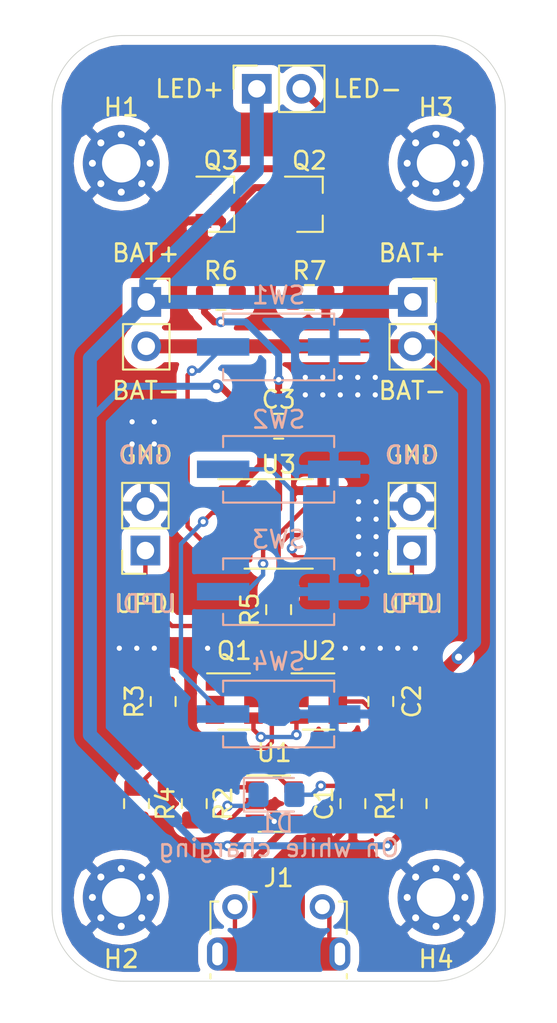
<source format=kicad_pcb>
(kicad_pcb (version 20171130) (host pcbnew "(5.1.6)-1")

  (general
    (thickness 1.6)
    (drawings 23)
    (tracks 205)
    (zones 0)
    (modules 31)
    (nets 29)
  )

  (page A4)
  (layers
    (0 F.Cu signal)
    (31 B.Cu signal)
    (32 B.Adhes user)
    (33 F.Adhes user)
    (34 B.Paste user)
    (35 F.Paste user)
    (36 B.SilkS user)
    (37 F.SilkS user hide)
    (38 B.Mask user)
    (39 F.Mask user)
    (40 Dwgs.User user)
    (41 Cmts.User user)
    (42 Eco1.User user)
    (43 Eco2.User user)
    (44 Edge.Cuts user)
    (45 Margin user)
    (46 B.CrtYd user)
    (47 F.CrtYd user)
    (48 B.Fab user)
    (49 F.Fab user)
  )

  (setup
    (last_trace_width 0.4)
    (user_trace_width 0.4)
    (user_trace_width 0.8)
    (trace_clearance 0.2)
    (zone_clearance 0.508)
    (zone_45_only no)
    (trace_min 0.2)
    (via_size 0.8)
    (via_drill 0.4)
    (via_min_size 0.3)
    (via_min_drill 0.3)
    (user_via 0.6 0.3)
    (uvia_size 0.3)
    (uvia_drill 0.1)
    (uvias_allowed no)
    (uvia_min_size 0.2)
    (uvia_min_drill 0.1)
    (edge_width 0.05)
    (segment_width 0.2)
    (pcb_text_width 0.3)
    (pcb_text_size 1.5 1.5)
    (mod_edge_width 0.12)
    (mod_text_size 1 1)
    (mod_text_width 0.15)
    (pad_size 1.524 1.524)
    (pad_drill 0.762)
    (pad_to_mask_clearance 0.05)
    (aux_axis_origin 0 0)
    (visible_elements FFFFFF7F)
    (pcbplotparams
      (layerselection 0x010fc_ffffffff)
      (usegerberextensions false)
      (usegerberattributes false)
      (usegerberadvancedattributes true)
      (creategerberjobfile true)
      (excludeedgelayer true)
      (linewidth 0.100000)
      (plotframeref false)
      (viasonmask false)
      (mode 1)
      (useauxorigin false)
      (hpglpennumber 1)
      (hpglpenspeed 20)
      (hpglpendiameter 15.000000)
      (psnegative false)
      (psa4output false)
      (plotreference true)
      (plotvalue true)
      (plotinvisibletext false)
      (padsonsilk false)
      (subtractmaskfromsilk false)
      (outputformat 1)
      (mirror false)
      (drillshape 0)
      (scaleselection 1)
      (outputdirectory "gerbers/"))
  )

  (net 0 "")
  (net 1 VCC)
  (net 2 GND)
  (net 3 BAT-)
  (net 4 "Net-(C2-Pad1)")
  (net 5 BAT+)
  (net 6 ~CHRG)
  (net 7 "Net-(J1-Pad6)")
  (net 8 "Net-(J1-Pad3)")
  (net 9 "Net-(J1-Pad4)")
  (net 10 "Net-(J1-Pad2)")
  (net 11 UPDI)
  (net 12 "Net-(J6-Pad2)")
  (net 13 "Net-(Q1-Pad5)")
  (net 14 "Net-(Q1-Pad6)")
  (net 15 "Net-(Q1-Pad4)")
  (net 16 "Net-(Q1-Pad2)")
  (net 17 "Net-(Q2-Pad1)")
  (net 18 "Net-(Q2-Pad2)")
  (net 19 "Net-(R2-Pad1)")
  (net 20 "Net-(R3-Pad2)")
  (net 21 "Net-(R4-Pad1)")
  (net 22 "Net-(R5-Pad2)")
  (net 23 "Net-(R6-Pad2)")
  (net 24 PA1)
  (net 25 PA2)
  (net 26 PA3)
  (net 27 PA6)
  (net 28 "Net-(U2-Pad4)")

  (net_class Default "This is the default net class."
    (clearance 0.2)
    (trace_width 0.25)
    (via_dia 0.8)
    (via_drill 0.4)
    (uvia_dia 0.3)
    (uvia_drill 0.1)
    (add_net BAT+)
    (add_net BAT-)
    (add_net GND)
    (add_net "Net-(C2-Pad1)")
    (add_net "Net-(J1-Pad2)")
    (add_net "Net-(J1-Pad3)")
    (add_net "Net-(J1-Pad4)")
    (add_net "Net-(J1-Pad6)")
    (add_net "Net-(J6-Pad2)")
    (add_net "Net-(Q1-Pad2)")
    (add_net "Net-(Q1-Pad4)")
    (add_net "Net-(Q1-Pad5)")
    (add_net "Net-(Q1-Pad6)")
    (add_net "Net-(Q2-Pad1)")
    (add_net "Net-(Q2-Pad2)")
    (add_net "Net-(R2-Pad1)")
    (add_net "Net-(R3-Pad2)")
    (add_net "Net-(R4-Pad1)")
    (add_net "Net-(R5-Pad2)")
    (add_net "Net-(R6-Pad2)")
    (add_net "Net-(U2-Pad4)")
    (add_net PA1)
    (add_net PA2)
    (add_net PA3)
    (add_net PA6)
    (add_net UPDI)
    (add_net VCC)
    (add_net ~CHRG)
  )

  (module MountingHole:MountingHole_2.2mm_M2_Pad_Via (layer F.Cu) (tedit 56DDB9C7) (tstamp 600E9292)
    (at 104.758 86.9)
    (descr "Mounting Hole 2.2mm, M2")
    (tags "mounting hole 2.2mm m2")
    (path /6019CB87)
    (attr virtual)
    (fp_text reference H4 (at 0 3.524) (layer F.SilkS)
      (effects (font (size 1 1) (thickness 0.15)))
    )
    (fp_text value MountingHole_Pad (at 0 3.2) (layer F.Fab)
      (effects (font (size 1 1) (thickness 0.15)))
    )
    (fp_text user %R (at 0.3 0) (layer F.Fab)
      (effects (font (size 1 1) (thickness 0.15)))
    )
    (fp_circle (center 0 0) (end 2.2 0) (layer Cmts.User) (width 0.15))
    (fp_circle (center 0 0) (end 2.45 0) (layer F.CrtYd) (width 0.05))
    (pad 1 thru_hole circle (at 1.166726 -1.166726) (size 0.7 0.7) (drill 0.4) (layers *.Cu *.Mask)
      (net 2 GND))
    (pad 1 thru_hole circle (at 0 -1.65) (size 0.7 0.7) (drill 0.4) (layers *.Cu *.Mask)
      (net 2 GND))
    (pad 1 thru_hole circle (at -1.166726 -1.166726) (size 0.7 0.7) (drill 0.4) (layers *.Cu *.Mask)
      (net 2 GND))
    (pad 1 thru_hole circle (at -1.65 0) (size 0.7 0.7) (drill 0.4) (layers *.Cu *.Mask)
      (net 2 GND))
    (pad 1 thru_hole circle (at -1.166726 1.166726) (size 0.7 0.7) (drill 0.4) (layers *.Cu *.Mask)
      (net 2 GND))
    (pad 1 thru_hole circle (at 0 1.65) (size 0.7 0.7) (drill 0.4) (layers *.Cu *.Mask)
      (net 2 GND))
    (pad 1 thru_hole circle (at 1.166726 1.166726) (size 0.7 0.7) (drill 0.4) (layers *.Cu *.Mask)
      (net 2 GND))
    (pad 1 thru_hole circle (at 1.65 0) (size 0.7 0.7) (drill 0.4) (layers *.Cu *.Mask)
      (net 2 GND))
    (pad 1 thru_hole circle (at 0 0) (size 4.4 4.4) (drill 2.2) (layers *.Cu *.Mask)
      (net 2 GND))
  )

  (module MountingHole:MountingHole_2.2mm_M2_Pad_Via (layer F.Cu) (tedit 56DDB9C7) (tstamp 600E9265)
    (at 104.758 44.9)
    (descr "Mounting Hole 2.2mm, M2")
    (tags "mounting hole 2.2mm m2")
    (path /6019C8C4)
    (attr virtual)
    (fp_text reference H3 (at 0 -3.2) (layer F.SilkS)
      (effects (font (size 1 1) (thickness 0.15)))
    )
    (fp_text value MountingHole_Pad (at 0 3.2) (layer F.Fab)
      (effects (font (size 1 1) (thickness 0.15)))
    )
    (fp_text user %R (at 0.3 0) (layer F.Fab)
      (effects (font (size 1 1) (thickness 0.15)))
    )
    (fp_circle (center 0 0) (end 2.2 0) (layer Cmts.User) (width 0.15))
    (fp_circle (center 0 0) (end 2.45 0) (layer F.CrtYd) (width 0.05))
    (pad 1 thru_hole circle (at 1.166726 -1.166726) (size 0.7 0.7) (drill 0.4) (layers *.Cu *.Mask)
      (net 2 GND))
    (pad 1 thru_hole circle (at 0 -1.65) (size 0.7 0.7) (drill 0.4) (layers *.Cu *.Mask)
      (net 2 GND))
    (pad 1 thru_hole circle (at -1.166726 -1.166726) (size 0.7 0.7) (drill 0.4) (layers *.Cu *.Mask)
      (net 2 GND))
    (pad 1 thru_hole circle (at -1.65 0) (size 0.7 0.7) (drill 0.4) (layers *.Cu *.Mask)
      (net 2 GND))
    (pad 1 thru_hole circle (at -1.166726 1.166726) (size 0.7 0.7) (drill 0.4) (layers *.Cu *.Mask)
      (net 2 GND))
    (pad 1 thru_hole circle (at 0 1.65) (size 0.7 0.7) (drill 0.4) (layers *.Cu *.Mask)
      (net 2 GND))
    (pad 1 thru_hole circle (at 1.166726 1.166726) (size 0.7 0.7) (drill 0.4) (layers *.Cu *.Mask)
      (net 2 GND))
    (pad 1 thru_hole circle (at 1.65 0) (size 0.7 0.7) (drill 0.4) (layers *.Cu *.Mask)
      (net 2 GND))
    (pad 1 thru_hole circle (at 0 0) (size 4.4 4.4) (drill 2.2) (layers *.Cu *.Mask)
      (net 2 GND))
  )

  (module MountingHole:MountingHole_2.2mm_M2_Pad_Via (layer F.Cu) (tedit 56DDB9C7) (tstamp 600E8A1D)
    (at 86.758 86.9)
    (descr "Mounting Hole 2.2mm, M2")
    (tags "mounting hole 2.2mm m2")
    (path /6019C5C9)
    (attr virtual)
    (fp_text reference H2 (at 0 3.524) (layer F.SilkS)
      (effects (font (size 1 1) (thickness 0.15)))
    )
    (fp_text value MountingHole_Pad (at 0 3.2) (layer F.Fab)
      (effects (font (size 1 1) (thickness 0.15)))
    )
    (fp_text user %R (at 0.3 0) (layer F.Fab)
      (effects (font (size 1 1) (thickness 0.15)))
    )
    (fp_circle (center 0 0) (end 2.2 0) (layer Cmts.User) (width 0.15))
    (fp_circle (center 0 0) (end 2.45 0) (layer F.CrtYd) (width 0.05))
    (pad 1 thru_hole circle (at 1.166726 -1.166726) (size 0.7 0.7) (drill 0.4) (layers *.Cu *.Mask)
      (net 2 GND))
    (pad 1 thru_hole circle (at 0 -1.65) (size 0.7 0.7) (drill 0.4) (layers *.Cu *.Mask)
      (net 2 GND))
    (pad 1 thru_hole circle (at -1.166726 -1.166726) (size 0.7 0.7) (drill 0.4) (layers *.Cu *.Mask)
      (net 2 GND))
    (pad 1 thru_hole circle (at -1.65 0) (size 0.7 0.7) (drill 0.4) (layers *.Cu *.Mask)
      (net 2 GND))
    (pad 1 thru_hole circle (at -1.166726 1.166726) (size 0.7 0.7) (drill 0.4) (layers *.Cu *.Mask)
      (net 2 GND))
    (pad 1 thru_hole circle (at 0 1.65) (size 0.7 0.7) (drill 0.4) (layers *.Cu *.Mask)
      (net 2 GND))
    (pad 1 thru_hole circle (at 1.166726 1.166726) (size 0.7 0.7) (drill 0.4) (layers *.Cu *.Mask)
      (net 2 GND))
    (pad 1 thru_hole circle (at 1.65 0) (size 0.7 0.7) (drill 0.4) (layers *.Cu *.Mask)
      (net 2 GND))
    (pad 1 thru_hole circle (at 0 0) (size 4.4 4.4) (drill 2.2) (layers *.Cu *.Mask)
      (net 2 GND))
  )

  (module MountingHole:MountingHole_2.2mm_M2_Pad_Via (layer F.Cu) (tedit 56DDB9C7) (tstamp 600E8F6A)
    (at 86.758 44.9)
    (descr "Mounting Hole 2.2mm, M2")
    (tags "mounting hole 2.2mm m2")
    (path /6019BB81)
    (attr virtual)
    (fp_text reference H1 (at 0 -3.2) (layer F.SilkS)
      (effects (font (size 1 1) (thickness 0.15)))
    )
    (fp_text value MountingHole_Pad (at 0 3.2) (layer F.Fab)
      (effects (font (size 1 1) (thickness 0.15)))
    )
    (fp_text user %R (at 0.3 0) (layer F.Fab)
      (effects (font (size 1 1) (thickness 0.15)))
    )
    (fp_circle (center 0 0) (end 2.2 0) (layer Cmts.User) (width 0.15))
    (fp_circle (center 0 0) (end 2.45 0) (layer F.CrtYd) (width 0.05))
    (pad 1 thru_hole circle (at 1.166726 -1.166726) (size 0.7 0.7) (drill 0.4) (layers *.Cu *.Mask)
      (net 2 GND))
    (pad 1 thru_hole circle (at 0 -1.65) (size 0.7 0.7) (drill 0.4) (layers *.Cu *.Mask)
      (net 2 GND))
    (pad 1 thru_hole circle (at -1.166726 -1.166726) (size 0.7 0.7) (drill 0.4) (layers *.Cu *.Mask)
      (net 2 GND))
    (pad 1 thru_hole circle (at -1.65 0) (size 0.7 0.7) (drill 0.4) (layers *.Cu *.Mask)
      (net 2 GND))
    (pad 1 thru_hole circle (at -1.166726 1.166726) (size 0.7 0.7) (drill 0.4) (layers *.Cu *.Mask)
      (net 2 GND))
    (pad 1 thru_hole circle (at 0 1.65) (size 0.7 0.7) (drill 0.4) (layers *.Cu *.Mask)
      (net 2 GND))
    (pad 1 thru_hole circle (at 1.166726 1.166726) (size 0.7 0.7) (drill 0.4) (layers *.Cu *.Mask)
      (net 2 GND))
    (pad 1 thru_hole circle (at 1.65 0) (size 0.7 0.7) (drill 0.4) (layers *.Cu *.Mask)
      (net 2 GND))
    (pad 1 thru_hole circle (at 0 0) (size 4.4 4.4) (drill 2.2) (layers *.Cu *.Mask)
      (net 2 GND))
  )

  (module Package_TO_SOT_SMD:SOT-23 (layer F.Cu) (tedit 5A02FF57) (tstamp 600E4438)
    (at 92.456 47.244)
    (descr "SOT-23, Standard")
    (tags SOT-23)
    (path /601617D6)
    (attr smd)
    (fp_text reference Q3 (at 0 -2.5) (layer F.SilkS)
      (effects (font (size 1 1) (thickness 0.15)))
    )
    (fp_text value S8050 (at 0 2.5) (layer F.Fab)
      (effects (font (size 1 1) (thickness 0.15)))
    )
    (fp_text user %R (at 0 0 90) (layer F.Fab)
      (effects (font (size 0.5 0.5) (thickness 0.075)))
    )
    (fp_line (start -0.7 -0.95) (end -0.7 1.5) (layer F.Fab) (width 0.1))
    (fp_line (start -0.15 -1.52) (end 0.7 -1.52) (layer F.Fab) (width 0.1))
    (fp_line (start -0.7 -0.95) (end -0.15 -1.52) (layer F.Fab) (width 0.1))
    (fp_line (start 0.7 -1.52) (end 0.7 1.52) (layer F.Fab) (width 0.1))
    (fp_line (start -0.7 1.52) (end 0.7 1.52) (layer F.Fab) (width 0.1))
    (fp_line (start 0.76 1.58) (end 0.76 0.65) (layer F.SilkS) (width 0.12))
    (fp_line (start 0.76 -1.58) (end 0.76 -0.65) (layer F.SilkS) (width 0.12))
    (fp_line (start -1.7 -1.75) (end 1.7 -1.75) (layer F.CrtYd) (width 0.05))
    (fp_line (start 1.7 -1.75) (end 1.7 1.75) (layer F.CrtYd) (width 0.05))
    (fp_line (start 1.7 1.75) (end -1.7 1.75) (layer F.CrtYd) (width 0.05))
    (fp_line (start -1.7 1.75) (end -1.7 -1.75) (layer F.CrtYd) (width 0.05))
    (fp_line (start 0.76 -1.58) (end -1.4 -1.58) (layer F.SilkS) (width 0.12))
    (fp_line (start 0.76 1.58) (end -0.7 1.58) (layer F.SilkS) (width 0.12))
    (pad 3 smd rect (at 1 0) (size 0.9 0.8) (layers F.Cu F.Paste F.Mask)
      (net 17 "Net-(Q2-Pad1)"))
    (pad 2 smd rect (at -1 0.95) (size 0.9 0.8) (layers F.Cu F.Paste F.Mask)
      (net 2 GND))
    (pad 1 smd rect (at -1 -0.95) (size 0.9 0.8) (layers F.Cu F.Paste F.Mask)
      (net 18 "Net-(Q2-Pad2)"))
    (model ${KISYS3DMOD}/Package_TO_SOT_SMD.3dshapes/SOT-23.wrl
      (at (xyz 0 0 0))
      (scale (xyz 1 1 1))
      (rotate (xyz 0 0 0))
    )
  )

  (module Package_TO_SOT_SMD:SOT-23 (layer F.Cu) (tedit 5A02FF57) (tstamp 600E4426)
    (at 97.52 47.244)
    (descr "SOT-23, Standard")
    (tags SOT-23)
    (path /60160D95)
    (attr smd)
    (fp_text reference Q2 (at 0 -2.5) (layer F.SilkS)
      (effects (font (size 1 1) (thickness 0.15)))
    )
    (fp_text value S8050 (at 0 2.5) (layer F.Fab)
      (effects (font (size 1 1) (thickness 0.15)))
    )
    (fp_text user %R (at 0 0 90) (layer F.Fab)
      (effects (font (size 0.5 0.5) (thickness 0.075)))
    )
    (fp_line (start -0.7 -0.95) (end -0.7 1.5) (layer F.Fab) (width 0.1))
    (fp_line (start -0.15 -1.52) (end 0.7 -1.52) (layer F.Fab) (width 0.1))
    (fp_line (start -0.7 -0.95) (end -0.15 -1.52) (layer F.Fab) (width 0.1))
    (fp_line (start 0.7 -1.52) (end 0.7 1.52) (layer F.Fab) (width 0.1))
    (fp_line (start -0.7 1.52) (end 0.7 1.52) (layer F.Fab) (width 0.1))
    (fp_line (start 0.76 1.58) (end 0.76 0.65) (layer F.SilkS) (width 0.12))
    (fp_line (start 0.76 -1.58) (end 0.76 -0.65) (layer F.SilkS) (width 0.12))
    (fp_line (start -1.7 -1.75) (end 1.7 -1.75) (layer F.CrtYd) (width 0.05))
    (fp_line (start 1.7 -1.75) (end 1.7 1.75) (layer F.CrtYd) (width 0.05))
    (fp_line (start 1.7 1.75) (end -1.7 1.75) (layer F.CrtYd) (width 0.05))
    (fp_line (start -1.7 1.75) (end -1.7 -1.75) (layer F.CrtYd) (width 0.05))
    (fp_line (start 0.76 -1.58) (end -1.4 -1.58) (layer F.SilkS) (width 0.12))
    (fp_line (start 0.76 1.58) (end -0.7 1.58) (layer F.SilkS) (width 0.12))
    (pad 3 smd rect (at 1 0) (size 0.9 0.8) (layers F.Cu F.Paste F.Mask)
      (net 12 "Net-(J6-Pad2)"))
    (pad 2 smd rect (at -1 0.95) (size 0.9 0.8) (layers F.Cu F.Paste F.Mask)
      (net 18 "Net-(Q2-Pad2)"))
    (pad 1 smd rect (at -1 -0.95) (size 0.9 0.8) (layers F.Cu F.Paste F.Mask)
      (net 17 "Net-(Q2-Pad1)"))
    (model ${KISYS3DMOD}/Package_TO_SOT_SMD.3dshapes/SOT-23.wrl
      (at (xyz 0 0 0))
      (scale (xyz 1 1 1))
      (rotate (xyz 0 0 0))
    )
  )

  (module Package_SO:SOIC-8_3.9x4.9mm_P1.27mm (layer F.Cu) (tedit 5D9F72B1) (tstamp 600E4544)
    (at 95.758 65.532)
    (descr "SOIC, 8 Pin (JEDEC MS-012AA, https://www.analog.com/media/en/package-pcb-resources/package/pkg_pdf/soic_narrow-r/r_8.pdf), generated with kicad-footprint-generator ipc_gullwing_generator.py")
    (tags "SOIC SO")
    (path /600F5E14)
    (attr smd)
    (fp_text reference U3 (at 0 -3.4) (layer F.SilkS)
      (effects (font (size 1 1) (thickness 0.15)))
    )
    (fp_text value ATtiny412-SS (at 0 3.4) (layer F.Fab)
      (effects (font (size 1 1) (thickness 0.15)))
    )
    (fp_text user %R (at 0 0) (layer F.Fab)
      (effects (font (size 0.98 0.98) (thickness 0.15)))
    )
    (fp_line (start 0 2.56) (end 1.95 2.56) (layer F.SilkS) (width 0.12))
    (fp_line (start 0 2.56) (end -1.95 2.56) (layer F.SilkS) (width 0.12))
    (fp_line (start 0 -2.56) (end 1.95 -2.56) (layer F.SilkS) (width 0.12))
    (fp_line (start 0 -2.56) (end -3.45 -2.56) (layer F.SilkS) (width 0.12))
    (fp_line (start -0.975 -2.45) (end 1.95 -2.45) (layer F.Fab) (width 0.1))
    (fp_line (start 1.95 -2.45) (end 1.95 2.45) (layer F.Fab) (width 0.1))
    (fp_line (start 1.95 2.45) (end -1.95 2.45) (layer F.Fab) (width 0.1))
    (fp_line (start -1.95 2.45) (end -1.95 -1.475) (layer F.Fab) (width 0.1))
    (fp_line (start -1.95 -1.475) (end -0.975 -2.45) (layer F.Fab) (width 0.1))
    (fp_line (start -3.7 -2.7) (end -3.7 2.7) (layer F.CrtYd) (width 0.05))
    (fp_line (start -3.7 2.7) (end 3.7 2.7) (layer F.CrtYd) (width 0.05))
    (fp_line (start 3.7 2.7) (end 3.7 -2.7) (layer F.CrtYd) (width 0.05))
    (fp_line (start 3.7 -2.7) (end -3.7 -2.7) (layer F.CrtYd) (width 0.05))
    (pad 8 smd roundrect (at 2.475 -1.905) (size 1.95 0.6) (layers F.Cu F.Paste F.Mask) (roundrect_rratio 0.25)
      (net 2 GND))
    (pad 7 smd roundrect (at 2.475 -0.635) (size 1.95 0.6) (layers F.Cu F.Paste F.Mask) (roundrect_rratio 0.25)
      (net 26 PA3))
    (pad 6 smd roundrect (at 2.475 0.635) (size 1.95 0.6) (layers F.Cu F.Paste F.Mask) (roundrect_rratio 0.25)
      (net 22 "Net-(R5-Pad2)"))
    (pad 5 smd roundrect (at 2.475 1.905) (size 1.95 0.6) (layers F.Cu F.Paste F.Mask) (roundrect_rratio 0.25)
      (net 25 PA2))
    (pad 4 smd roundrect (at -2.475 1.905) (size 1.95 0.6) (layers F.Cu F.Paste F.Mask) (roundrect_rratio 0.25)
      (net 24 PA1))
    (pad 3 smd roundrect (at -2.475 0.635) (size 1.95 0.6) (layers F.Cu F.Paste F.Mask) (roundrect_rratio 0.25)
      (net 23 "Net-(R6-Pad2)"))
    (pad 2 smd roundrect (at -2.475 -0.635) (size 1.95 0.6) (layers F.Cu F.Paste F.Mask) (roundrect_rratio 0.25)
      (net 27 PA6))
    (pad 1 smd roundrect (at -2.475 -1.905) (size 1.95 0.6) (layers F.Cu F.Paste F.Mask) (roundrect_rratio 0.25)
      (net 5 BAT+))
    (model ${KISYS3DMOD}/Package_SO.3dshapes/SOIC-8_3.9x4.9mm_P1.27mm.wrl
      (at (xyz 0 0 0))
      (scale (xyz 1 1 1))
      (rotate (xyz 0 0 0))
    )
  )

  (module Package_TO_SOT_SMD:SOT-23-6 (layer F.Cu) (tedit 5A02FF57) (tstamp 600E452A)
    (at 98.044 75.692)
    (descr "6-pin SOT-23 package")
    (tags SOT-23-6)
    (path /6014E1EE)
    (attr smd)
    (fp_text reference U2 (at 0 -2.9) (layer F.SilkS)
      (effects (font (size 1 1) (thickness 0.15)))
    )
    (fp_text value DW01 (at 0 2.9) (layer F.Fab)
      (effects (font (size 1 1) (thickness 0.15)))
    )
    (fp_text user %R (at 0 0 90) (layer F.Fab)
      (effects (font (size 0.5 0.5) (thickness 0.075)))
    )
    (fp_line (start -0.9 1.61) (end 0.9 1.61) (layer F.SilkS) (width 0.12))
    (fp_line (start 0.9 -1.61) (end -1.55 -1.61) (layer F.SilkS) (width 0.12))
    (fp_line (start 1.9 -1.8) (end -1.9 -1.8) (layer F.CrtYd) (width 0.05))
    (fp_line (start 1.9 1.8) (end 1.9 -1.8) (layer F.CrtYd) (width 0.05))
    (fp_line (start -1.9 1.8) (end 1.9 1.8) (layer F.CrtYd) (width 0.05))
    (fp_line (start -1.9 -1.8) (end -1.9 1.8) (layer F.CrtYd) (width 0.05))
    (fp_line (start -0.9 -0.9) (end -0.25 -1.55) (layer F.Fab) (width 0.1))
    (fp_line (start 0.9 -1.55) (end -0.25 -1.55) (layer F.Fab) (width 0.1))
    (fp_line (start -0.9 -0.9) (end -0.9 1.55) (layer F.Fab) (width 0.1))
    (fp_line (start 0.9 1.55) (end -0.9 1.55) (layer F.Fab) (width 0.1))
    (fp_line (start 0.9 -1.55) (end 0.9 1.55) (layer F.Fab) (width 0.1))
    (pad 5 smd rect (at 1.1 0) (size 1.06 0.65) (layers F.Cu F.Paste F.Mask)
      (net 4 "Net-(C2-Pad1)"))
    (pad 6 smd rect (at 1.1 -0.95) (size 1.06 0.65) (layers F.Cu F.Paste F.Mask)
      (net 3 BAT-))
    (pad 4 smd rect (at 1.1 0.95) (size 1.06 0.65) (layers F.Cu F.Paste F.Mask)
      (net 28 "Net-(U2-Pad4)"))
    (pad 3 smd rect (at -1.1 0.95) (size 1.06 0.65) (layers F.Cu F.Paste F.Mask)
      (net 15 "Net-(Q1-Pad4)"))
    (pad 2 smd rect (at -1.1 0) (size 1.06 0.65) (layers F.Cu F.Paste F.Mask)
      (net 20 "Net-(R3-Pad2)"))
    (pad 1 smd rect (at -1.1 -0.95) (size 1.06 0.65) (layers F.Cu F.Paste F.Mask)
      (net 14 "Net-(Q1-Pad6)"))
    (model ${KISYS3DMOD}/Package_TO_SOT_SMD.3dshapes/SOT-23-6.wrl
      (at (xyz 0 0 0))
      (scale (xyz 1 1 1))
      (rotate (xyz 0 0 0))
    )
  )

  (module Package_TO_SOT_SMD:SOT-23-5 (layer F.Cu) (tedit 5A02FF57) (tstamp 600E4514)
    (at 95.504 81.534)
    (descr "5-pin SOT23 package")
    (tags SOT-23-5)
    (path /600DB16C)
    (attr smd)
    (fp_text reference U1 (at 0 -2.9) (layer F.SilkS)
      (effects (font (size 1 1) (thickness 0.15)))
    )
    (fp_text value TP4054 (at 0 2.9) (layer F.Fab)
      (effects (font (size 1 1) (thickness 0.15)))
    )
    (fp_text user %R (at 0 0 90) (layer F.Fab)
      (effects (font (size 0.5 0.5) (thickness 0.075)))
    )
    (fp_line (start -0.9 1.61) (end 0.9 1.61) (layer F.SilkS) (width 0.12))
    (fp_line (start 0.9 -1.61) (end -1.55 -1.61) (layer F.SilkS) (width 0.12))
    (fp_line (start -1.9 -1.8) (end 1.9 -1.8) (layer F.CrtYd) (width 0.05))
    (fp_line (start 1.9 -1.8) (end 1.9 1.8) (layer F.CrtYd) (width 0.05))
    (fp_line (start 1.9 1.8) (end -1.9 1.8) (layer F.CrtYd) (width 0.05))
    (fp_line (start -1.9 1.8) (end -1.9 -1.8) (layer F.CrtYd) (width 0.05))
    (fp_line (start -0.9 -0.9) (end -0.25 -1.55) (layer F.Fab) (width 0.1))
    (fp_line (start 0.9 -1.55) (end -0.25 -1.55) (layer F.Fab) (width 0.1))
    (fp_line (start -0.9 -0.9) (end -0.9 1.55) (layer F.Fab) (width 0.1))
    (fp_line (start 0.9 1.55) (end -0.9 1.55) (layer F.Fab) (width 0.1))
    (fp_line (start 0.9 -1.55) (end 0.9 1.55) (layer F.Fab) (width 0.1))
    (pad 5 smd rect (at 1.1 -0.95) (size 1.06 0.65) (layers F.Cu F.Paste F.Mask)
      (net 21 "Net-(R4-Pad1)"))
    (pad 4 smd rect (at 1.1 0.95) (size 1.06 0.65) (layers F.Cu F.Paste F.Mask)
      (net 1 VCC))
    (pad 3 smd rect (at -1.1 0.95) (size 1.06 0.65) (layers F.Cu F.Paste F.Mask)
      (net 5 BAT+))
    (pad 2 smd rect (at -1.1 0) (size 1.06 0.65) (layers F.Cu F.Paste F.Mask)
      (net 2 GND))
    (pad 1 smd rect (at -1.1 -0.95) (size 1.06 0.65) (layers F.Cu F.Paste F.Mask)
      (net 19 "Net-(R2-Pad1)"))
    (model ${KISYS3DMOD}/Package_TO_SOT_SMD.3dshapes/SOT-23-5.wrl
      (at (xyz 0 0 0))
      (scale (xyz 1 1 1))
      (rotate (xyz 0 0 0))
    )
  )

  (module infrared_remote:button_cheapo_ebay_smd (layer B.Cu) (tedit 5FAA2B45) (tstamp 600EBA55)
    (at 95.123 73.2328 180)
    (path /600FCF4B)
    (attr smd)
    (fp_text reference SW4 (at -0.635 -0.1732) (layer B.SilkS)
      (effects (font (size 1 1) (thickness 0.15)) (justify mirror))
    )
    (fp_text value Switch_SW_Push (at 0 0.5) (layer B.Fab)
      (effects (font (size 1 1) (thickness 0.15)) (justify mirror))
    )
    (fp_line (start -3.81 -5.08) (end -3.81 -4.445) (layer B.SilkS) (width 0.12))
    (fp_line (start 2.54 -5.08) (end -3.81 -5.08) (layer B.SilkS) (width 0.12))
    (fp_line (start 2.54 -4.445) (end 2.54 -5.08) (layer B.SilkS) (width 0.12))
    (fp_line (start 2.54 -1.27) (end 2.54 -1.905) (layer B.SilkS) (width 0.12))
    (fp_line (start -3.81 -1.27) (end 2.54 -1.27) (layer B.SilkS) (width 0.12))
    (fp_line (start -3.81 -1.905) (end -3.81 -1.27) (layer B.SilkS) (width 0.12))
    (fp_line (start 0.635 -3.81) (end -1.905 -3.81) (layer B.CrtYd) (width 0.12))
    (fp_line (start 0.635 -2.54) (end 0.635 -3.81) (layer B.CrtYd) (width 0.12))
    (fp_line (start -1.905 -2.54) (end 0.635 -2.54) (layer B.CrtYd) (width 0.12))
    (fp_line (start -1.905 -3.81) (end -1.905 -2.54) (layer B.CrtYd) (width 0.12))
    (fp_line (start -3.81 -5.08) (end -3.81 -1.27) (layer B.CrtYd) (width 0.12))
    (fp_line (start 2.54 -5.08) (end -3.81 -5.08) (layer B.CrtYd) (width 0.12))
    (fp_line (start 2.54 -1.27) (end 2.54 -5.08) (layer B.CrtYd) (width 0.12))
    (fp_line (start -3.81 -1.27) (end 2.54 -1.27) (layer B.CrtYd) (width 0.12))
    (pad 1 smd rect (at 2.54 -3.175 180) (size 3 1) (layers B.Cu B.Paste B.Mask)
      (net 27 PA6))
    (pad 2 smd rect (at -3.81 -3.175 180) (size 3 1) (layers B.Cu B.Paste B.Mask)
      (net 2 GND))
  )

  (module infrared_remote:button_cheapo_ebay_smd (layer B.Cu) (tedit 5FAA2B45) (tstamp 600E47E8)
    (at 95.123 66.2328 180)
    (path /600FCBCB)
    (attr smd)
    (fp_text reference SW3 (at -0.635 -0.1882) (layer B.SilkS)
      (effects (font (size 1 1) (thickness 0.15)) (justify mirror))
    )
    (fp_text value Switch_SW_Push (at 0 0.5) (layer B.Fab)
      (effects (font (size 1 1) (thickness 0.15)) (justify mirror))
    )
    (fp_line (start -3.81 -5.08) (end -3.81 -4.445) (layer B.SilkS) (width 0.12))
    (fp_line (start 2.54 -5.08) (end -3.81 -5.08) (layer B.SilkS) (width 0.12))
    (fp_line (start 2.54 -4.445) (end 2.54 -5.08) (layer B.SilkS) (width 0.12))
    (fp_line (start 2.54 -1.27) (end 2.54 -1.905) (layer B.SilkS) (width 0.12))
    (fp_line (start -3.81 -1.27) (end 2.54 -1.27) (layer B.SilkS) (width 0.12))
    (fp_line (start -3.81 -1.905) (end -3.81 -1.27) (layer B.SilkS) (width 0.12))
    (fp_line (start 0.635 -3.81) (end -1.905 -3.81) (layer B.CrtYd) (width 0.12))
    (fp_line (start 0.635 -2.54) (end 0.635 -3.81) (layer B.CrtYd) (width 0.12))
    (fp_line (start -1.905 -2.54) (end 0.635 -2.54) (layer B.CrtYd) (width 0.12))
    (fp_line (start -1.905 -3.81) (end -1.905 -2.54) (layer B.CrtYd) (width 0.12))
    (fp_line (start -3.81 -5.08) (end -3.81 -1.27) (layer B.CrtYd) (width 0.12))
    (fp_line (start 2.54 -5.08) (end -3.81 -5.08) (layer B.CrtYd) (width 0.12))
    (fp_line (start 2.54 -1.27) (end 2.54 -5.08) (layer B.CrtYd) (width 0.12))
    (fp_line (start -3.81 -1.27) (end 2.54 -1.27) (layer B.CrtYd) (width 0.12))
    (pad 1 smd rect (at 2.54 -3.175 180) (size 3 1) (layers B.Cu B.Paste B.Mask)
      (net 26 PA3))
    (pad 2 smd rect (at -3.81 -3.175 180) (size 3 1) (layers B.Cu B.Paste B.Mask)
      (net 2 GND))
  )

  (module infrared_remote:button_cheapo_ebay_smd (layer B.Cu) (tedit 5FAA2B45) (tstamp 600EBBDC)
    (at 95.123 59.2328 180)
    (path /600FC925)
    (attr smd)
    (fp_text reference SW2 (at -0.635 -0.3302) (layer B.SilkS)
      (effects (font (size 1 1) (thickness 0.15)) (justify mirror))
    )
    (fp_text value Switch_SW_Push (at 0 0.5) (layer B.Fab)
      (effects (font (size 1 1) (thickness 0.15)) (justify mirror))
    )
    (fp_line (start -3.81 -5.08) (end -3.81 -4.445) (layer B.SilkS) (width 0.12))
    (fp_line (start 2.54 -5.08) (end -3.81 -5.08) (layer B.SilkS) (width 0.12))
    (fp_line (start 2.54 -4.445) (end 2.54 -5.08) (layer B.SilkS) (width 0.12))
    (fp_line (start 2.54 -1.27) (end 2.54 -1.905) (layer B.SilkS) (width 0.12))
    (fp_line (start -3.81 -1.27) (end 2.54 -1.27) (layer B.SilkS) (width 0.12))
    (fp_line (start -3.81 -1.905) (end -3.81 -1.27) (layer B.SilkS) (width 0.12))
    (fp_line (start 0.635 -3.81) (end -1.905 -3.81) (layer B.CrtYd) (width 0.12))
    (fp_line (start 0.635 -2.54) (end 0.635 -3.81) (layer B.CrtYd) (width 0.12))
    (fp_line (start -1.905 -2.54) (end 0.635 -2.54) (layer B.CrtYd) (width 0.12))
    (fp_line (start -1.905 -3.81) (end -1.905 -2.54) (layer B.CrtYd) (width 0.12))
    (fp_line (start -3.81 -5.08) (end -3.81 -1.27) (layer B.CrtYd) (width 0.12))
    (fp_line (start 2.54 -5.08) (end -3.81 -5.08) (layer B.CrtYd) (width 0.12))
    (fp_line (start 2.54 -1.27) (end 2.54 -5.08) (layer B.CrtYd) (width 0.12))
    (fp_line (start -3.81 -1.27) (end 2.54 -1.27) (layer B.CrtYd) (width 0.12))
    (pad 1 smd rect (at 2.54 -3.175 180) (size 3 1) (layers B.Cu B.Paste B.Mask)
      (net 25 PA2))
    (pad 2 smd rect (at -3.81 -3.175 180) (size 3 1) (layers B.Cu B.Paste B.Mask)
      (net 2 GND))
  )

  (module infrared_remote:button_cheapo_ebay_smd (layer B.Cu) (tedit 5FAA2B45) (tstamp 600E44C3)
    (at 95.123 52.2328 180)
    (path /600F8DBF)
    (attr smd)
    (fp_text reference SW1 (at -0.635 -0.2182) (layer B.SilkS)
      (effects (font (size 1 1) (thickness 0.15)) (justify mirror))
    )
    (fp_text value Switch_SW_Push (at 0 0.5) (layer B.Fab)
      (effects (font (size 1 1) (thickness 0.15)) (justify mirror))
    )
    (fp_line (start -3.81 -5.08) (end -3.81 -4.445) (layer B.SilkS) (width 0.12))
    (fp_line (start 2.54 -5.08) (end -3.81 -5.08) (layer B.SilkS) (width 0.12))
    (fp_line (start 2.54 -4.445) (end 2.54 -5.08) (layer B.SilkS) (width 0.12))
    (fp_line (start 2.54 -1.27) (end 2.54 -1.905) (layer B.SilkS) (width 0.12))
    (fp_line (start -3.81 -1.27) (end 2.54 -1.27) (layer B.SilkS) (width 0.12))
    (fp_line (start -3.81 -1.905) (end -3.81 -1.27) (layer B.SilkS) (width 0.12))
    (fp_line (start 0.635 -3.81) (end -1.905 -3.81) (layer B.CrtYd) (width 0.12))
    (fp_line (start 0.635 -2.54) (end 0.635 -3.81) (layer B.CrtYd) (width 0.12))
    (fp_line (start -1.905 -2.54) (end 0.635 -2.54) (layer B.CrtYd) (width 0.12))
    (fp_line (start -1.905 -3.81) (end -1.905 -2.54) (layer B.CrtYd) (width 0.12))
    (fp_line (start -3.81 -5.08) (end -3.81 -1.27) (layer B.CrtYd) (width 0.12))
    (fp_line (start 2.54 -5.08) (end -3.81 -5.08) (layer B.CrtYd) (width 0.12))
    (fp_line (start 2.54 -1.27) (end 2.54 -5.08) (layer B.CrtYd) (width 0.12))
    (fp_line (start -3.81 -1.27) (end 2.54 -1.27) (layer B.CrtYd) (width 0.12))
    (pad 1 smd rect (at 2.54 -3.175 180) (size 3 1) (layers B.Cu B.Paste B.Mask)
      (net 24 PA1))
    (pad 2 smd rect (at -3.81 -3.175 180) (size 3 1) (layers B.Cu B.Paste B.Mask)
      (net 2 GND))
  )

  (module Resistor_SMD:R_0805_2012Metric (layer F.Cu) (tedit 5B36C52B) (tstamp 600E44AF)
    (at 97.52 52.578)
    (descr "Resistor SMD 0805 (2012 Metric), square (rectangular) end terminal, IPC_7351 nominal, (Body size source: https://docs.google.com/spreadsheets/d/1BsfQQcO9C6DZCsRaXUlFlo91Tg2WpOkGARC1WS5S8t0/edit?usp=sharing), generated with kicad-footprint-generator")
    (tags resistor)
    (path /60103FE1)
    (attr smd)
    (fp_text reference R7 (at 0 -1.524) (layer F.SilkS)
      (effects (font (size 1 1) (thickness 0.15)))
    )
    (fp_text value 6.8 (at 0 1.65) (layer F.Fab)
      (effects (font (size 1 1) (thickness 0.15)))
    )
    (fp_text user %R (at 0 0) (layer F.Fab)
      (effects (font (size 0.5 0.5) (thickness 0.08)))
    )
    (fp_line (start -1 0.6) (end -1 -0.6) (layer F.Fab) (width 0.1))
    (fp_line (start -1 -0.6) (end 1 -0.6) (layer F.Fab) (width 0.1))
    (fp_line (start 1 -0.6) (end 1 0.6) (layer F.Fab) (width 0.1))
    (fp_line (start 1 0.6) (end -1 0.6) (layer F.Fab) (width 0.1))
    (fp_line (start -0.258578 -0.71) (end 0.258578 -0.71) (layer F.SilkS) (width 0.12))
    (fp_line (start -0.258578 0.71) (end 0.258578 0.71) (layer F.SilkS) (width 0.12))
    (fp_line (start -1.68 0.95) (end -1.68 -0.95) (layer F.CrtYd) (width 0.05))
    (fp_line (start -1.68 -0.95) (end 1.68 -0.95) (layer F.CrtYd) (width 0.05))
    (fp_line (start 1.68 -0.95) (end 1.68 0.95) (layer F.CrtYd) (width 0.05))
    (fp_line (start 1.68 0.95) (end -1.68 0.95) (layer F.CrtYd) (width 0.05))
    (pad 2 smd roundrect (at 0.9375 0) (size 0.975 1.4) (layers F.Cu F.Paste F.Mask) (roundrect_rratio 0.25)
      (net 2 GND))
    (pad 1 smd roundrect (at -0.9375 0) (size 0.975 1.4) (layers F.Cu F.Paste F.Mask) (roundrect_rratio 0.25)
      (net 18 "Net-(Q2-Pad2)"))
    (model ${KISYS3DMOD}/Resistor_SMD.3dshapes/R_0805_2012Metric.wrl
      (at (xyz 0 0 0))
      (scale (xyz 1 1 1))
      (rotate (xyz 0 0 0))
    )
  )

  (module Resistor_SMD:R_0805_2012Metric (layer F.Cu) (tedit 5B36C52B) (tstamp 600E449E)
    (at 92.456 52.578 180)
    (descr "Resistor SMD 0805 (2012 Metric), square (rectangular) end terminal, IPC_7351 nominal, (Body size source: https://docs.google.com/spreadsheets/d/1BsfQQcO9C6DZCsRaXUlFlo91Tg2WpOkGARC1WS5S8t0/edit?usp=sharing), generated with kicad-footprint-generator")
    (tags resistor)
    (path /6010824E)
    (attr smd)
    (fp_text reference R6 (at 0 1.524) (layer F.SilkS)
      (effects (font (size 1 1) (thickness 0.15)))
    )
    (fp_text value 1k (at 0 1.65) (layer F.Fab)
      (effects (font (size 1 1) (thickness 0.15)))
    )
    (fp_text user %R (at 0 0) (layer F.Fab)
      (effects (font (size 0.5 0.5) (thickness 0.08)))
    )
    (fp_line (start -1 0.6) (end -1 -0.6) (layer F.Fab) (width 0.1))
    (fp_line (start -1 -0.6) (end 1 -0.6) (layer F.Fab) (width 0.1))
    (fp_line (start 1 -0.6) (end 1 0.6) (layer F.Fab) (width 0.1))
    (fp_line (start 1 0.6) (end -1 0.6) (layer F.Fab) (width 0.1))
    (fp_line (start -0.258578 -0.71) (end 0.258578 -0.71) (layer F.SilkS) (width 0.12))
    (fp_line (start -0.258578 0.71) (end 0.258578 0.71) (layer F.SilkS) (width 0.12))
    (fp_line (start -1.68 0.95) (end -1.68 -0.95) (layer F.CrtYd) (width 0.05))
    (fp_line (start -1.68 -0.95) (end 1.68 -0.95) (layer F.CrtYd) (width 0.05))
    (fp_line (start 1.68 -0.95) (end 1.68 0.95) (layer F.CrtYd) (width 0.05))
    (fp_line (start 1.68 0.95) (end -1.68 0.95) (layer F.CrtYd) (width 0.05))
    (pad 2 smd roundrect (at 0.9375 0 180) (size 0.975 1.4) (layers F.Cu F.Paste F.Mask) (roundrect_rratio 0.25)
      (net 23 "Net-(R6-Pad2)"))
    (pad 1 smd roundrect (at -0.9375 0 180) (size 0.975 1.4) (layers F.Cu F.Paste F.Mask) (roundrect_rratio 0.25)
      (net 17 "Net-(Q2-Pad1)"))
    (model ${KISYS3DMOD}/Resistor_SMD.3dshapes/R_0805_2012Metric.wrl
      (at (xyz 0 0 0))
      (scale (xyz 1 1 1))
      (rotate (xyz 0 0 0))
    )
  )

  (module Resistor_SMD:R_0805_2012Metric (layer F.Cu) (tedit 5B36C52B) (tstamp 600E448D)
    (at 95.758 70.4365 90)
    (descr "Resistor SMD 0805 (2012 Metric), square (rectangular) end terminal, IPC_7351 nominal, (Body size source: https://docs.google.com/spreadsheets/d/1BsfQQcO9C6DZCsRaXUlFlo91Tg2WpOkGARC1WS5S8t0/edit?usp=sharing), generated with kicad-footprint-generator")
    (tags resistor)
    (path /6011A724)
    (attr smd)
    (fp_text reference R5 (at 0 -1.65 90) (layer F.SilkS)
      (effects (font (size 1 1) (thickness 0.15)))
    )
    (fp_text value 4.7k (at 0 1.65 90) (layer F.Fab)
      (effects (font (size 1 1) (thickness 0.15)))
    )
    (fp_text user %R (at 0 0 90) (layer F.Fab)
      (effects (font (size 0.5 0.5) (thickness 0.08)))
    )
    (fp_line (start -1 0.6) (end -1 -0.6) (layer F.Fab) (width 0.1))
    (fp_line (start -1 -0.6) (end 1 -0.6) (layer F.Fab) (width 0.1))
    (fp_line (start 1 -0.6) (end 1 0.6) (layer F.Fab) (width 0.1))
    (fp_line (start 1 0.6) (end -1 0.6) (layer F.Fab) (width 0.1))
    (fp_line (start -0.258578 -0.71) (end 0.258578 -0.71) (layer F.SilkS) (width 0.12))
    (fp_line (start -0.258578 0.71) (end 0.258578 0.71) (layer F.SilkS) (width 0.12))
    (fp_line (start -1.68 0.95) (end -1.68 -0.95) (layer F.CrtYd) (width 0.05))
    (fp_line (start -1.68 -0.95) (end 1.68 -0.95) (layer F.CrtYd) (width 0.05))
    (fp_line (start 1.68 -0.95) (end 1.68 0.95) (layer F.CrtYd) (width 0.05))
    (fp_line (start 1.68 0.95) (end -1.68 0.95) (layer F.CrtYd) (width 0.05))
    (pad 2 smd roundrect (at 0.9375 0 90) (size 0.975 1.4) (layers F.Cu F.Paste F.Mask) (roundrect_rratio 0.25)
      (net 22 "Net-(R5-Pad2)"))
    (pad 1 smd roundrect (at -0.9375 0 90) (size 0.975 1.4) (layers F.Cu F.Paste F.Mask) (roundrect_rratio 0.25)
      (net 11 UPDI))
    (model ${KISYS3DMOD}/Resistor_SMD.3dshapes/R_0805_2012Metric.wrl
      (at (xyz 0 0 0))
      (scale (xyz 1 1 1))
      (rotate (xyz 0 0 0))
    )
  )

  (module Resistor_SMD:R_0805_2012Metric (layer F.Cu) (tedit 5B36C52B) (tstamp 600E447C)
    (at 87.63 81.534 270)
    (descr "Resistor SMD 0805 (2012 Metric), square (rectangular) end terminal, IPC_7351 nominal, (Body size source: https://docs.google.com/spreadsheets/d/1BsfQQcO9C6DZCsRaXUlFlo91Tg2WpOkGARC1WS5S8t0/edit?usp=sharing), generated with kicad-footprint-generator")
    (tags resistor)
    (path /600E2F1A)
    (attr smd)
    (fp_text reference R4 (at 0 -1.65 90) (layer F.SilkS)
      (effects (font (size 1 1) (thickness 0.15)))
    )
    (fp_text value 1.8k (at 0 1.65 90) (layer F.Fab)
      (effects (font (size 1 1) (thickness 0.15)))
    )
    (fp_text user %R (at 0 0 90) (layer F.Fab)
      (effects (font (size 0.5 0.5) (thickness 0.08)))
    )
    (fp_line (start -1 0.6) (end -1 -0.6) (layer F.Fab) (width 0.1))
    (fp_line (start -1 -0.6) (end 1 -0.6) (layer F.Fab) (width 0.1))
    (fp_line (start 1 -0.6) (end 1 0.6) (layer F.Fab) (width 0.1))
    (fp_line (start 1 0.6) (end -1 0.6) (layer F.Fab) (width 0.1))
    (fp_line (start -0.258578 -0.71) (end 0.258578 -0.71) (layer F.SilkS) (width 0.12))
    (fp_line (start -0.258578 0.71) (end 0.258578 0.71) (layer F.SilkS) (width 0.12))
    (fp_line (start -1.68 0.95) (end -1.68 -0.95) (layer F.CrtYd) (width 0.05))
    (fp_line (start -1.68 -0.95) (end 1.68 -0.95) (layer F.CrtYd) (width 0.05))
    (fp_line (start 1.68 -0.95) (end 1.68 0.95) (layer F.CrtYd) (width 0.05))
    (fp_line (start 1.68 0.95) (end -1.68 0.95) (layer F.CrtYd) (width 0.05))
    (pad 2 smd roundrect (at 0.9375 0 270) (size 0.975 1.4) (layers F.Cu F.Paste F.Mask) (roundrect_rratio 0.25)
      (net 2 GND))
    (pad 1 smd roundrect (at -0.9375 0 270) (size 0.975 1.4) (layers F.Cu F.Paste F.Mask) (roundrect_rratio 0.25)
      (net 21 "Net-(R4-Pad1)"))
    (model ${KISYS3DMOD}/Resistor_SMD.3dshapes/R_0805_2012Metric.wrl
      (at (xyz 0 0 0))
      (scale (xyz 1 1 1))
      (rotate (xyz 0 0 0))
    )
  )

  (module Resistor_SMD:R_0805_2012Metric (layer F.Cu) (tedit 5B36C52B) (tstamp 600E446B)
    (at 89.154 75.692 90)
    (descr "Resistor SMD 0805 (2012 Metric), square (rectangular) end terminal, IPC_7351 nominal, (Body size source: https://docs.google.com/spreadsheets/d/1BsfQQcO9C6DZCsRaXUlFlo91Tg2WpOkGARC1WS5S8t0/edit?usp=sharing), generated with kicad-footprint-generator")
    (tags resistor)
    (path /600F0F49)
    (attr smd)
    (fp_text reference R3 (at 0 -1.65 90) (layer F.SilkS)
      (effects (font (size 1 1) (thickness 0.15)))
    )
    (fp_text value 2k (at 0 1.65 90) (layer F.Fab)
      (effects (font (size 1 1) (thickness 0.15)))
    )
    (fp_text user %R (at 0 0 90) (layer F.Fab)
      (effects (font (size 0.5 0.5) (thickness 0.08)))
    )
    (fp_line (start -1 0.6) (end -1 -0.6) (layer F.Fab) (width 0.1))
    (fp_line (start -1 -0.6) (end 1 -0.6) (layer F.Fab) (width 0.1))
    (fp_line (start 1 -0.6) (end 1 0.6) (layer F.Fab) (width 0.1))
    (fp_line (start 1 0.6) (end -1 0.6) (layer F.Fab) (width 0.1))
    (fp_line (start -0.258578 -0.71) (end 0.258578 -0.71) (layer F.SilkS) (width 0.12))
    (fp_line (start -0.258578 0.71) (end 0.258578 0.71) (layer F.SilkS) (width 0.12))
    (fp_line (start -1.68 0.95) (end -1.68 -0.95) (layer F.CrtYd) (width 0.05))
    (fp_line (start -1.68 -0.95) (end 1.68 -0.95) (layer F.CrtYd) (width 0.05))
    (fp_line (start 1.68 -0.95) (end 1.68 0.95) (layer F.CrtYd) (width 0.05))
    (fp_line (start 1.68 0.95) (end -1.68 0.95) (layer F.CrtYd) (width 0.05))
    (pad 2 smd roundrect (at 0.9375 0 90) (size 0.975 1.4) (layers F.Cu F.Paste F.Mask) (roundrect_rratio 0.25)
      (net 20 "Net-(R3-Pad2)"))
    (pad 1 smd roundrect (at -0.9375 0 90) (size 0.975 1.4) (layers F.Cu F.Paste F.Mask) (roundrect_rratio 0.25)
      (net 2 GND))
    (model ${KISYS3DMOD}/Resistor_SMD.3dshapes/R_0805_2012Metric.wrl
      (at (xyz 0 0 0))
      (scale (xyz 1 1 1))
      (rotate (xyz 0 0 0))
    )
  )

  (module Resistor_SMD:R_0805_2012Metric (layer F.Cu) (tedit 5B36C52B) (tstamp 600E445A)
    (at 90.932 81.534 270)
    (descr "Resistor SMD 0805 (2012 Metric), square (rectangular) end terminal, IPC_7351 nominal, (Body size source: https://docs.google.com/spreadsheets/d/1BsfQQcO9C6DZCsRaXUlFlo91Tg2WpOkGARC1WS5S8t0/edit?usp=sharing), generated with kicad-footprint-generator")
    (tags resistor)
    (path /6014F842)
    (attr smd)
    (fp_text reference R2 (at 0 -1.65 90) (layer F.SilkS)
      (effects (font (size 1 1) (thickness 0.15)))
    )
    (fp_text value 1k (at 0 1.65 90) (layer F.Fab)
      (effects (font (size 1 1) (thickness 0.15)))
    )
    (fp_text user %R (at 0 0 90) (layer F.Fab)
      (effects (font (size 0.5 0.5) (thickness 0.08)))
    )
    (fp_line (start -1 0.6) (end -1 -0.6) (layer F.Fab) (width 0.1))
    (fp_line (start -1 -0.6) (end 1 -0.6) (layer F.Fab) (width 0.1))
    (fp_line (start 1 -0.6) (end 1 0.6) (layer F.Fab) (width 0.1))
    (fp_line (start 1 0.6) (end -1 0.6) (layer F.Fab) (width 0.1))
    (fp_line (start -0.258578 -0.71) (end 0.258578 -0.71) (layer F.SilkS) (width 0.12))
    (fp_line (start -0.258578 0.71) (end 0.258578 0.71) (layer F.SilkS) (width 0.12))
    (fp_line (start -1.68 0.95) (end -1.68 -0.95) (layer F.CrtYd) (width 0.05))
    (fp_line (start -1.68 -0.95) (end 1.68 -0.95) (layer F.CrtYd) (width 0.05))
    (fp_line (start 1.68 -0.95) (end 1.68 0.95) (layer F.CrtYd) (width 0.05))
    (fp_line (start 1.68 0.95) (end -1.68 0.95) (layer F.CrtYd) (width 0.05))
    (pad 2 smd roundrect (at 0.9375 0 270) (size 0.975 1.4) (layers F.Cu F.Paste F.Mask) (roundrect_rratio 0.25)
      (net 6 ~CHRG))
    (pad 1 smd roundrect (at -0.9375 0 270) (size 0.975 1.4) (layers F.Cu F.Paste F.Mask) (roundrect_rratio 0.25)
      (net 19 "Net-(R2-Pad1)"))
    (model ${KISYS3DMOD}/Resistor_SMD.3dshapes/R_0805_2012Metric.wrl
      (at (xyz 0 0 0))
      (scale (xyz 1 1 1))
      (rotate (xyz 0 0 0))
    )
  )

  (module Resistor_SMD:R_0805_2012Metric (layer F.Cu) (tedit 5B36C52B) (tstamp 600E9799)
    (at 103.504 81.534 270)
    (descr "Resistor SMD 0805 (2012 Metric), square (rectangular) end terminal, IPC_7351 nominal, (Body size source: https://docs.google.com/spreadsheets/d/1BsfQQcO9C6DZCsRaXUlFlo91Tg2WpOkGARC1WS5S8t0/edit?usp=sharing), generated with kicad-footprint-generator")
    (tags resistor)
    (path /600E7A68)
    (attr smd)
    (fp_text reference R1 (at 0 1.634 90) (layer F.SilkS)
      (effects (font (size 1 1) (thickness 0.15)))
    )
    (fp_text value 470 (at 0 1.65 90) (layer F.Fab)
      (effects (font (size 1 1) (thickness 0.15)))
    )
    (fp_text user %R (at 0 0 90) (layer F.Fab)
      (effects (font (size 0.5 0.5) (thickness 0.08)))
    )
    (fp_line (start -1 0.6) (end -1 -0.6) (layer F.Fab) (width 0.1))
    (fp_line (start -1 -0.6) (end 1 -0.6) (layer F.Fab) (width 0.1))
    (fp_line (start 1 -0.6) (end 1 0.6) (layer F.Fab) (width 0.1))
    (fp_line (start 1 0.6) (end -1 0.6) (layer F.Fab) (width 0.1))
    (fp_line (start -0.258578 -0.71) (end 0.258578 -0.71) (layer F.SilkS) (width 0.12))
    (fp_line (start -0.258578 0.71) (end 0.258578 0.71) (layer F.SilkS) (width 0.12))
    (fp_line (start -1.68 0.95) (end -1.68 -0.95) (layer F.CrtYd) (width 0.05))
    (fp_line (start -1.68 -0.95) (end 1.68 -0.95) (layer F.CrtYd) (width 0.05))
    (fp_line (start 1.68 -0.95) (end 1.68 0.95) (layer F.CrtYd) (width 0.05))
    (fp_line (start 1.68 0.95) (end -1.68 0.95) (layer F.CrtYd) (width 0.05))
    (pad 2 smd roundrect (at 0.9375 0 270) (size 0.975 1.4) (layers F.Cu F.Paste F.Mask) (roundrect_rratio 0.25)
      (net 5 BAT+))
    (pad 1 smd roundrect (at -0.9375 0 270) (size 0.975 1.4) (layers F.Cu F.Paste F.Mask) (roundrect_rratio 0.25)
      (net 4 "Net-(C2-Pad1)"))
    (model ${KISYS3DMOD}/Resistor_SMD.3dshapes/R_0805_2012Metric.wrl
      (at (xyz 0 0 0))
      (scale (xyz 1 1 1))
      (rotate (xyz 0 0 0))
    )
  )

  (module Package_TO_SOT_SMD:SOT-23-6 (layer F.Cu) (tedit 5A02FF57) (tstamp 600E4414)
    (at 93.218 75.692)
    (descr "6-pin SOT-23 package")
    (tags SOT-23-6)
    (path /600EB638)
    (attr smd)
    (fp_text reference Q1 (at 0 -2.9) (layer F.SilkS)
      (effects (font (size 1 1) (thickness 0.15)))
    )
    (fp_text value FS8205 (at 0 2.9) (layer F.Fab)
      (effects (font (size 1 1) (thickness 0.15)))
    )
    (fp_text user %R (at 0 0 90) (layer F.Fab)
      (effects (font (size 0.5 0.5) (thickness 0.075)))
    )
    (fp_line (start -0.9 1.61) (end 0.9 1.61) (layer F.SilkS) (width 0.12))
    (fp_line (start 0.9 -1.61) (end -1.55 -1.61) (layer F.SilkS) (width 0.12))
    (fp_line (start 1.9 -1.8) (end -1.9 -1.8) (layer F.CrtYd) (width 0.05))
    (fp_line (start 1.9 1.8) (end 1.9 -1.8) (layer F.CrtYd) (width 0.05))
    (fp_line (start -1.9 1.8) (end 1.9 1.8) (layer F.CrtYd) (width 0.05))
    (fp_line (start -1.9 -1.8) (end -1.9 1.8) (layer F.CrtYd) (width 0.05))
    (fp_line (start -0.9 -0.9) (end -0.25 -1.55) (layer F.Fab) (width 0.1))
    (fp_line (start 0.9 -1.55) (end -0.25 -1.55) (layer F.Fab) (width 0.1))
    (fp_line (start -0.9 -0.9) (end -0.9 1.55) (layer F.Fab) (width 0.1))
    (fp_line (start 0.9 1.55) (end -0.9 1.55) (layer F.Fab) (width 0.1))
    (fp_line (start 0.9 -1.55) (end 0.9 1.55) (layer F.Fab) (width 0.1))
    (pad 5 smd rect (at 1.1 0) (size 1.06 0.65) (layers F.Cu F.Paste F.Mask)
      (net 13 "Net-(Q1-Pad5)"))
    (pad 6 smd rect (at 1.1 -0.95) (size 1.06 0.65) (layers F.Cu F.Paste F.Mask)
      (net 14 "Net-(Q1-Pad6)"))
    (pad 4 smd rect (at 1.1 0.95) (size 1.06 0.65) (layers F.Cu F.Paste F.Mask)
      (net 15 "Net-(Q1-Pad4)"))
    (pad 3 smd rect (at -1.1 0.95) (size 1.06 0.65) (layers F.Cu F.Paste F.Mask)
      (net 2 GND))
    (pad 2 smd rect (at -1.1 0) (size 1.06 0.65) (layers F.Cu F.Paste F.Mask)
      (net 16 "Net-(Q1-Pad2)"))
    (pad 1 smd rect (at -1.1 -0.95) (size 1.06 0.65) (layers F.Cu F.Paste F.Mask)
      (net 3 BAT-))
    (model ${KISYS3DMOD}/Package_TO_SOT_SMD.3dshapes/SOT-23-6.wrl
      (at (xyz 0 0 0))
      (scale (xyz 1 1 1))
      (rotate (xyz 0 0 0))
    )
  )

  (module Connector_PinSocket_2.54mm:PinSocket_1x02_P2.54mm_Vertical (layer F.Cu) (tedit 5A19A420) (tstamp 600E43FE)
    (at 94.508 40.64 90)
    (descr "Through hole straight socket strip, 1x02, 2.54mm pitch, single row (from Kicad 4.0.7), script generated")
    (tags "Through hole socket strip THT 1x02 2.54mm single row")
    (path /6010B9C3)
    (fp_text reference J6 (at 0 -2.77 90) (layer F.SilkS) hide
      (effects (font (size 1 1) (thickness 0.15)))
    )
    (fp_text value LED_socket (at 0 5.31 90) (layer F.Fab)
      (effects (font (size 1 1) (thickness 0.15)))
    )
    (fp_text user %R (at 0 1.27) (layer F.Fab)
      (effects (font (size 1 1) (thickness 0.15)))
    )
    (fp_line (start -1.27 -1.27) (end 0.635 -1.27) (layer F.Fab) (width 0.1))
    (fp_line (start 0.635 -1.27) (end 1.27 -0.635) (layer F.Fab) (width 0.1))
    (fp_line (start 1.27 -0.635) (end 1.27 3.81) (layer F.Fab) (width 0.1))
    (fp_line (start 1.27 3.81) (end -1.27 3.81) (layer F.Fab) (width 0.1))
    (fp_line (start -1.27 3.81) (end -1.27 -1.27) (layer F.Fab) (width 0.1))
    (fp_line (start -1.33 1.27) (end 1.33 1.27) (layer F.SilkS) (width 0.12))
    (fp_line (start -1.33 1.27) (end -1.33 3.87) (layer F.SilkS) (width 0.12))
    (fp_line (start -1.33 3.87) (end 1.33 3.87) (layer F.SilkS) (width 0.12))
    (fp_line (start 1.33 1.27) (end 1.33 3.87) (layer F.SilkS) (width 0.12))
    (fp_line (start 1.33 -1.33) (end 1.33 0) (layer F.SilkS) (width 0.12))
    (fp_line (start 0 -1.33) (end 1.33 -1.33) (layer F.SilkS) (width 0.12))
    (fp_line (start -1.8 -1.8) (end 1.75 -1.8) (layer F.CrtYd) (width 0.05))
    (fp_line (start 1.75 -1.8) (end 1.75 4.3) (layer F.CrtYd) (width 0.05))
    (fp_line (start 1.75 4.3) (end -1.8 4.3) (layer F.CrtYd) (width 0.05))
    (fp_line (start -1.8 4.3) (end -1.8 -1.8) (layer F.CrtYd) (width 0.05))
    (pad 2 thru_hole oval (at 0 2.54 90) (size 1.7 1.7) (drill 1) (layers *.Cu *.Mask)
      (net 12 "Net-(J6-Pad2)"))
    (pad 1 thru_hole rect (at 0 0 90) (size 1.7 1.7) (drill 1) (layers *.Cu *.Mask)
      (net 5 BAT+))
    (model ${KISYS3DMOD}/Connector_PinSocket_2.54mm.3dshapes/PinSocket_1x02_P2.54mm_Vertical.wrl
      (at (xyz 0 0 0))
      (scale (xyz 1 1 1))
      (rotate (xyz 0 0 0))
    )
  )

  (module Connector_PinSocket_2.54mm:PinSocket_1x02_P2.54mm_Vertical (layer F.Cu) (tedit 5A19A420) (tstamp 600E43E8)
    (at 103.378 67.056 180)
    (descr "Through hole straight socket strip, 1x02, 2.54mm pitch, single row (from Kicad 4.0.7), script generated")
    (tags "Through hole socket strip THT 1x02 2.54mm single row")
    (path /60131367)
    (fp_text reference J5 (at 0 -2.77) (layer F.SilkS) hide
      (effects (font (size 1 1) (thickness 0.15)))
    )
    (fp_text value Conn_01x02 (at 0 5.31) (layer F.Fab)
      (effects (font (size 1 1) (thickness 0.15)))
    )
    (fp_text user %R (at 0 1.27 90) (layer F.Fab)
      (effects (font (size 1 1) (thickness 0.15)))
    )
    (fp_line (start -1.27 -1.27) (end 0.635 -1.27) (layer F.Fab) (width 0.1))
    (fp_line (start 0.635 -1.27) (end 1.27 -0.635) (layer F.Fab) (width 0.1))
    (fp_line (start 1.27 -0.635) (end 1.27 3.81) (layer F.Fab) (width 0.1))
    (fp_line (start 1.27 3.81) (end -1.27 3.81) (layer F.Fab) (width 0.1))
    (fp_line (start -1.27 3.81) (end -1.27 -1.27) (layer F.Fab) (width 0.1))
    (fp_line (start -1.33 1.27) (end 1.33 1.27) (layer F.SilkS) (width 0.12))
    (fp_line (start -1.33 1.27) (end -1.33 3.87) (layer F.SilkS) (width 0.12))
    (fp_line (start -1.33 3.87) (end 1.33 3.87) (layer F.SilkS) (width 0.12))
    (fp_line (start 1.33 1.27) (end 1.33 3.87) (layer F.SilkS) (width 0.12))
    (fp_line (start 1.33 -1.33) (end 1.33 0) (layer F.SilkS) (width 0.12))
    (fp_line (start 0 -1.33) (end 1.33 -1.33) (layer F.SilkS) (width 0.12))
    (fp_line (start -1.8 -1.8) (end 1.75 -1.8) (layer F.CrtYd) (width 0.05))
    (fp_line (start 1.75 -1.8) (end 1.75 4.3) (layer F.CrtYd) (width 0.05))
    (fp_line (start 1.75 4.3) (end -1.8 4.3) (layer F.CrtYd) (width 0.05))
    (fp_line (start -1.8 4.3) (end -1.8 -1.8) (layer F.CrtYd) (width 0.05))
    (pad 2 thru_hole oval (at 0 2.54 180) (size 1.7 1.7) (drill 1) (layers *.Cu *.Mask)
      (net 2 GND))
    (pad 1 thru_hole rect (at 0 0 180) (size 1.7 1.7) (drill 1) (layers *.Cu *.Mask)
      (net 11 UPDI))
    (model ${KISYS3DMOD}/Connector_PinSocket_2.54mm.3dshapes/PinSocket_1x02_P2.54mm_Vertical.wrl
      (at (xyz 0 0 0))
      (scale (xyz 1 1 1))
      (rotate (xyz 0 0 0))
    )
  )

  (module Connector_PinSocket_2.54mm:PinSocket_1x02_P2.54mm_Vertical (layer F.Cu) (tedit 5A19A420) (tstamp 600E43D2)
    (at 88.138 67.056 180)
    (descr "Through hole straight socket strip, 1x02, 2.54mm pitch, single row (from Kicad 4.0.7), script generated")
    (tags "Through hole socket strip THT 1x02 2.54mm single row")
    (path /6011E037)
    (fp_text reference J4 (at 0 -2.77) (layer F.SilkS) hide
      (effects (font (size 1 1) (thickness 0.15)))
    )
    (fp_text value Conn_01x02 (at 0 5.31) (layer F.Fab)
      (effects (font (size 1 1) (thickness 0.15)))
    )
    (fp_text user %R (at 0 1.27 90) (layer F.Fab)
      (effects (font (size 1 1) (thickness 0.15)))
    )
    (fp_line (start -1.27 -1.27) (end 0.635 -1.27) (layer F.Fab) (width 0.1))
    (fp_line (start 0.635 -1.27) (end 1.27 -0.635) (layer F.Fab) (width 0.1))
    (fp_line (start 1.27 -0.635) (end 1.27 3.81) (layer F.Fab) (width 0.1))
    (fp_line (start 1.27 3.81) (end -1.27 3.81) (layer F.Fab) (width 0.1))
    (fp_line (start -1.27 3.81) (end -1.27 -1.27) (layer F.Fab) (width 0.1))
    (fp_line (start -1.33 1.27) (end 1.33 1.27) (layer F.SilkS) (width 0.12))
    (fp_line (start -1.33 1.27) (end -1.33 3.87) (layer F.SilkS) (width 0.12))
    (fp_line (start -1.33 3.87) (end 1.33 3.87) (layer F.SilkS) (width 0.12))
    (fp_line (start 1.33 1.27) (end 1.33 3.87) (layer F.SilkS) (width 0.12))
    (fp_line (start 1.33 -1.33) (end 1.33 0) (layer F.SilkS) (width 0.12))
    (fp_line (start 0 -1.33) (end 1.33 -1.33) (layer F.SilkS) (width 0.12))
    (fp_line (start -1.8 -1.8) (end 1.75 -1.8) (layer F.CrtYd) (width 0.05))
    (fp_line (start 1.75 -1.8) (end 1.75 4.3) (layer F.CrtYd) (width 0.05))
    (fp_line (start 1.75 4.3) (end -1.8 4.3) (layer F.CrtYd) (width 0.05))
    (fp_line (start -1.8 4.3) (end -1.8 -1.8) (layer F.CrtYd) (width 0.05))
    (pad 2 thru_hole oval (at 0 2.54 180) (size 1.7 1.7) (drill 1) (layers *.Cu *.Mask)
      (net 2 GND))
    (pad 1 thru_hole rect (at 0 0 180) (size 1.7 1.7) (drill 1) (layers *.Cu *.Mask)
      (net 11 UPDI))
    (model ${KISYS3DMOD}/Connector_PinSocket_2.54mm.3dshapes/PinSocket_1x02_P2.54mm_Vertical.wrl
      (at (xyz 0 0 0))
      (scale (xyz 1 1 1))
      (rotate (xyz 0 0 0))
    )
  )

  (module Connector_PinSocket_2.54mm:PinSocket_1x02_P2.54mm_Vertical (layer F.Cu) (tedit 5A19A420) (tstamp 600EABC5)
    (at 88.188 52.832)
    (descr "Through hole straight socket strip, 1x02, 2.54mm pitch, single row (from Kicad 4.0.7), script generated")
    (tags "Through hole socket strip THT 1x02 2.54mm single row")
    (path /601149B8)
    (fp_text reference J3 (at 0 -2.77) (layer F.SilkS) hide
      (effects (font (size 1 1) (thickness 0.15)))
    )
    (fp_text value Battery (at 0 5.31) (layer F.Fab)
      (effects (font (size 1 1) (thickness 0.15)))
    )
    (fp_text user %R (at 0 1.27 90) (layer F.Fab)
      (effects (font (size 1 1) (thickness 0.15)))
    )
    (fp_line (start -1.27 -1.27) (end 0.635 -1.27) (layer F.Fab) (width 0.1))
    (fp_line (start 0.635 -1.27) (end 1.27 -0.635) (layer F.Fab) (width 0.1))
    (fp_line (start 1.27 -0.635) (end 1.27 3.81) (layer F.Fab) (width 0.1))
    (fp_line (start 1.27 3.81) (end -1.27 3.81) (layer F.Fab) (width 0.1))
    (fp_line (start -1.27 3.81) (end -1.27 -1.27) (layer F.Fab) (width 0.1))
    (fp_line (start -1.33 1.27) (end 1.33 1.27) (layer F.SilkS) (width 0.12))
    (fp_line (start -1.33 1.27) (end -1.33 3.87) (layer F.SilkS) (width 0.12))
    (fp_line (start -1.33 3.87) (end 1.33 3.87) (layer F.SilkS) (width 0.12))
    (fp_line (start 1.33 1.27) (end 1.33 3.87) (layer F.SilkS) (width 0.12))
    (fp_line (start 1.33 -1.33) (end 1.33 0) (layer F.SilkS) (width 0.12))
    (fp_line (start 0 -1.33) (end 1.33 -1.33) (layer F.SilkS) (width 0.12))
    (fp_line (start -1.8 -1.8) (end 1.75 -1.8) (layer F.CrtYd) (width 0.05))
    (fp_line (start 1.75 -1.8) (end 1.75 4.3) (layer F.CrtYd) (width 0.05))
    (fp_line (start 1.75 4.3) (end -1.8 4.3) (layer F.CrtYd) (width 0.05))
    (fp_line (start -1.8 4.3) (end -1.8 -1.8) (layer F.CrtYd) (width 0.05))
    (pad 2 thru_hole oval (at 0 2.54) (size 1.7 1.7) (drill 1) (layers *.Cu *.Mask)
      (net 3 BAT-))
    (pad 1 thru_hole rect (at 0 0) (size 1.7 1.7) (drill 1) (layers *.Cu *.Mask)
      (net 5 BAT+))
    (model ${KISYS3DMOD}/Connector_PinSocket_2.54mm.3dshapes/PinSocket_1x02_P2.54mm_Vertical.wrl
      (at (xyz 0 0 0))
      (scale (xyz 1 1 1))
      (rotate (xyz 0 0 0))
    )
  )

  (module Connector_PinSocket_2.54mm:PinSocket_1x02_P2.54mm_Vertical (layer F.Cu) (tedit 5A19A420) (tstamp 600E43A6)
    (at 103.428 52.832)
    (descr "Through hole straight socket strip, 1x02, 2.54mm pitch, single row (from Kicad 4.0.7), script generated")
    (tags "Through hole socket strip THT 1x02 2.54mm single row")
    (path /601123BE)
    (fp_text reference J2 (at 0 -2.77) (layer F.SilkS) hide
      (effects (font (size 1 1) (thickness 0.15)))
    )
    (fp_text value Battery (at 0 5.31) (layer F.Fab)
      (effects (font (size 1 1) (thickness 0.15)))
    )
    (fp_text user %R (at 0 1.27 90) (layer F.Fab)
      (effects (font (size 1 1) (thickness 0.15)))
    )
    (fp_line (start -1.27 -1.27) (end 0.635 -1.27) (layer F.Fab) (width 0.1))
    (fp_line (start 0.635 -1.27) (end 1.27 -0.635) (layer F.Fab) (width 0.1))
    (fp_line (start 1.27 -0.635) (end 1.27 3.81) (layer F.Fab) (width 0.1))
    (fp_line (start 1.27 3.81) (end -1.27 3.81) (layer F.Fab) (width 0.1))
    (fp_line (start -1.27 3.81) (end -1.27 -1.27) (layer F.Fab) (width 0.1))
    (fp_line (start -1.33 1.27) (end 1.33 1.27) (layer F.SilkS) (width 0.12))
    (fp_line (start -1.33 1.27) (end -1.33 3.87) (layer F.SilkS) (width 0.12))
    (fp_line (start -1.33 3.87) (end 1.33 3.87) (layer F.SilkS) (width 0.12))
    (fp_line (start 1.33 1.27) (end 1.33 3.87) (layer F.SilkS) (width 0.12))
    (fp_line (start 1.33 -1.33) (end 1.33 0) (layer F.SilkS) (width 0.12))
    (fp_line (start 0 -1.33) (end 1.33 -1.33) (layer F.SilkS) (width 0.12))
    (fp_line (start -1.8 -1.8) (end 1.75 -1.8) (layer F.CrtYd) (width 0.05))
    (fp_line (start 1.75 -1.8) (end 1.75 4.3) (layer F.CrtYd) (width 0.05))
    (fp_line (start 1.75 4.3) (end -1.8 4.3) (layer F.CrtYd) (width 0.05))
    (fp_line (start -1.8 4.3) (end -1.8 -1.8) (layer F.CrtYd) (width 0.05))
    (pad 2 thru_hole oval (at 0 2.54) (size 1.7 1.7) (drill 1) (layers *.Cu *.Mask)
      (net 3 BAT-))
    (pad 1 thru_hole rect (at 0 0) (size 1.7 1.7) (drill 1) (layers *.Cu *.Mask)
      (net 5 BAT+))
    (model ${KISYS3DMOD}/Connector_PinSocket_2.54mm.3dshapes/PinSocket_1x02_P2.54mm_Vertical.wrl
      (at (xyz 0 0 0))
      (scale (xyz 1 1 1))
      (rotate (xyz 0 0 0))
    )
  )

  (module Connector_USB:USB_Micro-B_Molex-105017-0001 (layer F.Cu) (tedit 5A1DC0BE) (tstamp 600E4C9B)
    (at 95.758 88.9)
    (descr http://www.molex.com/pdm_docs/sd/1050170001_sd.pdf)
    (tags "Micro-USB SMD Typ-B")
    (path /600DB718)
    (attr smd)
    (fp_text reference J1 (at 0 -3.1125) (layer F.SilkS)
      (effects (font (size 1 1) (thickness 0.15)))
    )
    (fp_text value USB_B_Micro (at 0.3 4.3375) (layer F.Fab)
      (effects (font (size 1 1) (thickness 0.15)))
    )
    (fp_text user %R (at 0 0.8875) (layer F.Fab)
      (effects (font (size 1 1) (thickness 0.15)))
    )
    (fp_text user "PCB Edge" (at 0 2.6875) (layer Dwgs.User)
      (effects (font (size 0.5 0.5) (thickness 0.08)))
    )
    (fp_line (start -4.4 3.64) (end 4.4 3.64) (layer F.CrtYd) (width 0.05))
    (fp_line (start 4.4 -2.46) (end 4.4 3.64) (layer F.CrtYd) (width 0.05))
    (fp_line (start -4.4 -2.46) (end 4.4 -2.46) (layer F.CrtYd) (width 0.05))
    (fp_line (start -4.4 3.64) (end -4.4 -2.46) (layer F.CrtYd) (width 0.05))
    (fp_line (start -3.9 -1.7625) (end -3.45 -1.7625) (layer F.SilkS) (width 0.12))
    (fp_line (start -3.9 0.0875) (end -3.9 -1.7625) (layer F.SilkS) (width 0.12))
    (fp_line (start 3.9 2.6375) (end 3.9 2.3875) (layer F.SilkS) (width 0.12))
    (fp_line (start 3.75 3.3875) (end 3.75 -1.6125) (layer F.Fab) (width 0.1))
    (fp_line (start -3 2.689204) (end 3 2.689204) (layer F.Fab) (width 0.1))
    (fp_line (start -3.75 3.389204) (end 3.75 3.389204) (layer F.Fab) (width 0.1))
    (fp_line (start -3.75 -1.6125) (end 3.75 -1.6125) (layer F.Fab) (width 0.1))
    (fp_line (start -3.75 3.3875) (end -3.75 -1.6125) (layer F.Fab) (width 0.1))
    (fp_line (start -3.9 2.6375) (end -3.9 2.3875) (layer F.SilkS) (width 0.12))
    (fp_line (start 3.9 0.0875) (end 3.9 -1.7625) (layer F.SilkS) (width 0.12))
    (fp_line (start 3.9 -1.7625) (end 3.45 -1.7625) (layer F.SilkS) (width 0.12))
    (fp_line (start -1.7 -2.3125) (end -1.25 -2.3125) (layer F.SilkS) (width 0.12))
    (fp_line (start -1.7 -2.3125) (end -1.7 -1.8625) (layer F.SilkS) (width 0.12))
    (fp_line (start -1.3 -1.7125) (end -1.5 -1.9125) (layer F.Fab) (width 0.1))
    (fp_line (start -1.1 -1.9125) (end -1.3 -1.7125) (layer F.Fab) (width 0.1))
    (fp_line (start -1.5 -2.1225) (end -1.1 -2.1225) (layer F.Fab) (width 0.1))
    (fp_line (start -1.5 -2.1225) (end -1.5 -1.9125) (layer F.Fab) (width 0.1))
    (fp_line (start -1.1 -2.1225) (end -1.1 -1.9125) (layer F.Fab) (width 0.1))
    (pad 6 smd rect (at -2.9 1.2375) (size 1.2 1.9) (layers F.Cu F.Mask)
      (net 7 "Net-(J1-Pad6)"))
    (pad 6 smd rect (at 2.9 1.2375) (size 1.2 1.9) (layers F.Cu F.Mask)
      (net 7 "Net-(J1-Pad6)"))
    (pad 6 thru_hole oval (at 3.5 1.2375) (size 1.2 1.9) (drill oval 0.6 1.3) (layers *.Cu *.Mask)
      (net 7 "Net-(J1-Pad6)"))
    (pad 6 thru_hole oval (at -3.5 1.2375 180) (size 1.2 1.9) (drill oval 0.6 1.3) (layers *.Cu *.Mask)
      (net 7 "Net-(J1-Pad6)"))
    (pad 6 smd rect (at -1 1.2375) (size 1.5 1.9) (layers F.Cu F.Paste F.Mask)
      (net 7 "Net-(J1-Pad6)"))
    (pad 6 thru_hole circle (at 2.5 -1.4625) (size 1.45 1.45) (drill 0.85) (layers *.Cu *.Mask)
      (net 7 "Net-(J1-Pad6)"))
    (pad 3 smd rect (at 0 -1.4625) (size 0.4 1.35) (layers F.Cu F.Paste F.Mask)
      (net 8 "Net-(J1-Pad3)"))
    (pad 4 smd rect (at 0.65 -1.4625) (size 0.4 1.35) (layers F.Cu F.Paste F.Mask)
      (net 9 "Net-(J1-Pad4)"))
    (pad 5 smd rect (at 1.3 -1.4625) (size 0.4 1.35) (layers F.Cu F.Paste F.Mask)
      (net 2 GND))
    (pad 1 smd rect (at -1.3 -1.4625) (size 0.4 1.35) (layers F.Cu F.Paste F.Mask)
      (net 1 VCC))
    (pad 2 smd rect (at -0.65 -1.4625) (size 0.4 1.35) (layers F.Cu F.Paste F.Mask)
      (net 10 "Net-(J1-Pad2)"))
    (pad 6 thru_hole circle (at -2.5 -1.4625) (size 1.45 1.45) (drill 0.85) (layers *.Cu *.Mask)
      (net 7 "Net-(J1-Pad6)"))
    (pad 6 smd rect (at 1 1.2375) (size 1.5 1.9) (layers F.Cu F.Paste F.Mask)
      (net 7 "Net-(J1-Pad6)"))
    (model ${KISYS3DMOD}/Connector_USB.3dshapes/USB_Micro-B_Molex-105017-0001.wrl
      (at (xyz 0 0 0))
      (scale (xyz 1 1 1))
      (rotate (xyz 0 0 0))
    )
  )

  (module LED_SMD:LED_0805_2012Metric_Pad1.15x1.40mm_HandSolder (layer B.Cu) (tedit 5B4B45C9) (tstamp 600E4367)
    (at 95.631 81.026)
    (descr "LED SMD 0805 (2012 Metric), square (rectangular) end terminal, IPC_7351 nominal, (Body size source: https://docs.google.com/spreadsheets/d/1BsfQQcO9C6DZCsRaXUlFlo91Tg2WpOkGARC1WS5S8t0/edit?usp=sharing), generated with kicad-footprint-generator")
    (tags "LED handsolder")
    (path /601293C4)
    (attr smd)
    (fp_text reference D1 (at 0 1.65) (layer B.SilkS)
      (effects (font (size 1 1) (thickness 0.15)) (justify mirror))
    )
    (fp_text value LED_Small (at 0 -1.65) (layer B.Fab)
      (effects (font (size 1 1) (thickness 0.15)) (justify mirror))
    )
    (fp_text user %R (at 0 0) (layer B.Fab)
      (effects (font (size 0.5 0.5) (thickness 0.08)) (justify mirror))
    )
    (fp_line (start 1 0.6) (end -0.7 0.6) (layer B.Fab) (width 0.1))
    (fp_line (start -0.7 0.6) (end -1 0.3) (layer B.Fab) (width 0.1))
    (fp_line (start -1 0.3) (end -1 -0.6) (layer B.Fab) (width 0.1))
    (fp_line (start -1 -0.6) (end 1 -0.6) (layer B.Fab) (width 0.1))
    (fp_line (start 1 -0.6) (end 1 0.6) (layer B.Fab) (width 0.1))
    (fp_line (start 1 0.96) (end -1.86 0.96) (layer B.SilkS) (width 0.12))
    (fp_line (start -1.86 0.96) (end -1.86 -0.96) (layer B.SilkS) (width 0.12))
    (fp_line (start -1.86 -0.96) (end 1 -0.96) (layer B.SilkS) (width 0.12))
    (fp_line (start -1.85 -0.95) (end -1.85 0.95) (layer B.CrtYd) (width 0.05))
    (fp_line (start -1.85 0.95) (end 1.85 0.95) (layer B.CrtYd) (width 0.05))
    (fp_line (start 1.85 0.95) (end 1.85 -0.95) (layer B.CrtYd) (width 0.05))
    (fp_line (start 1.85 -0.95) (end -1.85 -0.95) (layer B.CrtYd) (width 0.05))
    (pad 2 smd roundrect (at 1.025 0) (size 1.15 1.4) (layers B.Cu B.Paste B.Mask) (roundrect_rratio 0.217391)
      (net 1 VCC))
    (pad 1 smd roundrect (at -1.025 0) (size 1.15 1.4) (layers B.Cu B.Paste B.Mask) (roundrect_rratio 0.217391)
      (net 6 ~CHRG))
    (model ${KISYS3DMOD}/LED_SMD.3dshapes/LED_0805_2012Metric.wrl
      (at (xyz 0 0 0))
      (scale (xyz 1 1 1))
      (rotate (xyz 0 0 0))
    )
  )

  (module Capacitor_SMD:C_0805_2012Metric_Pad1.15x1.40mm_HandSolder (layer F.Cu) (tedit 5B36C52B) (tstamp 600E6D42)
    (at 95.758 59.944 180)
    (descr "Capacitor SMD 0805 (2012 Metric), square (rectangular) end terminal, IPC_7351 nominal with elongated pad for handsoldering. (Body size source: https://docs.google.com/spreadsheets/d/1BsfQQcO9C6DZCsRaXUlFlo91Tg2WpOkGARC1WS5S8t0/edit?usp=sharing), generated with kicad-footprint-generator")
    (tags "capacitor handsolder")
    (path /6014B805)
    (attr smd)
    (fp_text reference C3 (at 0 1.524) (layer F.SilkS)
      (effects (font (size 1 1) (thickness 0.15)))
    )
    (fp_text value 0.1u (at 0 1.65) (layer F.Fab)
      (effects (font (size 1 1) (thickness 0.15)))
    )
    (fp_text user %R (at 0 0) (layer F.Fab)
      (effects (font (size 0.5 0.5) (thickness 0.08)))
    )
    (fp_line (start -1 0.6) (end -1 -0.6) (layer F.Fab) (width 0.1))
    (fp_line (start -1 -0.6) (end 1 -0.6) (layer F.Fab) (width 0.1))
    (fp_line (start 1 -0.6) (end 1 0.6) (layer F.Fab) (width 0.1))
    (fp_line (start 1 0.6) (end -1 0.6) (layer F.Fab) (width 0.1))
    (fp_line (start -0.261252 -0.71) (end 0.261252 -0.71) (layer F.SilkS) (width 0.12))
    (fp_line (start -0.261252 0.71) (end 0.261252 0.71) (layer F.SilkS) (width 0.12))
    (fp_line (start -1.85 0.95) (end -1.85 -0.95) (layer F.CrtYd) (width 0.05))
    (fp_line (start -1.85 -0.95) (end 1.85 -0.95) (layer F.CrtYd) (width 0.05))
    (fp_line (start 1.85 -0.95) (end 1.85 0.95) (layer F.CrtYd) (width 0.05))
    (fp_line (start 1.85 0.95) (end -1.85 0.95) (layer F.CrtYd) (width 0.05))
    (pad 2 smd roundrect (at 1.025 0 180) (size 1.15 1.4) (layers F.Cu F.Paste F.Mask) (roundrect_rratio 0.217391)
      (net 5 BAT+))
    (pad 1 smd roundrect (at -1.025 0 180) (size 1.15 1.4) (layers F.Cu F.Paste F.Mask) (roundrect_rratio 0.217391)
      (net 2 GND))
    (model ${KISYS3DMOD}/Capacitor_SMD.3dshapes/C_0805_2012Metric.wrl
      (at (xyz 0 0 0))
      (scale (xyz 1 1 1))
      (rotate (xyz 0 0 0))
    )
  )

  (module Capacitor_SMD:C_0805_2012Metric_Pad1.15x1.40mm_HandSolder (layer F.Cu) (tedit 5B36C52B) (tstamp 600E4343)
    (at 101.6 75.692 90)
    (descr "Capacitor SMD 0805 (2012 Metric), square (rectangular) end terminal, IPC_7351 nominal with elongated pad for handsoldering. (Body size source: https://docs.google.com/spreadsheets/d/1BsfQQcO9C6DZCsRaXUlFlo91Tg2WpOkGARC1WS5S8t0/edit?usp=sharing), generated with kicad-footprint-generator")
    (tags "capacitor handsolder")
    (path /600EE0D0)
    (attr smd)
    (fp_text reference C2 (at 0.009 1.778 90) (layer F.SilkS)
      (effects (font (size 1 1) (thickness 0.15)))
    )
    (fp_text value 0.1u (at 0 1.65 90) (layer F.Fab)
      (effects (font (size 1 1) (thickness 0.15)))
    )
    (fp_text user %R (at 0 0 90) (layer F.Fab)
      (effects (font (size 0.5 0.5) (thickness 0.08)))
    )
    (fp_line (start -1 0.6) (end -1 -0.6) (layer F.Fab) (width 0.1))
    (fp_line (start -1 -0.6) (end 1 -0.6) (layer F.Fab) (width 0.1))
    (fp_line (start 1 -0.6) (end 1 0.6) (layer F.Fab) (width 0.1))
    (fp_line (start 1 0.6) (end -1 0.6) (layer F.Fab) (width 0.1))
    (fp_line (start -0.261252 -0.71) (end 0.261252 -0.71) (layer F.SilkS) (width 0.12))
    (fp_line (start -0.261252 0.71) (end 0.261252 0.71) (layer F.SilkS) (width 0.12))
    (fp_line (start -1.85 0.95) (end -1.85 -0.95) (layer F.CrtYd) (width 0.05))
    (fp_line (start -1.85 -0.95) (end 1.85 -0.95) (layer F.CrtYd) (width 0.05))
    (fp_line (start 1.85 -0.95) (end 1.85 0.95) (layer F.CrtYd) (width 0.05))
    (fp_line (start 1.85 0.95) (end -1.85 0.95) (layer F.CrtYd) (width 0.05))
    (pad 2 smd roundrect (at 1.025 0 90) (size 1.15 1.4) (layers F.Cu F.Paste F.Mask) (roundrect_rratio 0.217391)
      (net 3 BAT-))
    (pad 1 smd roundrect (at -1.025 0 90) (size 1.15 1.4) (layers F.Cu F.Paste F.Mask) (roundrect_rratio 0.217391)
      (net 4 "Net-(C2-Pad1)"))
    (model ${KISYS3DMOD}/Capacitor_SMD.3dshapes/C_0805_2012Metric.wrl
      (at (xyz 0 0 0))
      (scale (xyz 1 1 1))
      (rotate (xyz 0 0 0))
    )
  )

  (module Capacitor_SMD:C_0805_2012Metric_Pad1.15x1.40mm_HandSolder (layer F.Cu) (tedit 5B36C52B) (tstamp 600E93DD)
    (at 100.004 81.534 90)
    (descr "Capacitor SMD 0805 (2012 Metric), square (rectangular) end terminal, IPC_7351 nominal with elongated pad for handsoldering. (Body size source: https://docs.google.com/spreadsheets/d/1BsfQQcO9C6DZCsRaXUlFlo91Tg2WpOkGARC1WS5S8t0/edit?usp=sharing), generated with kicad-footprint-generator")
    (tags "capacitor handsolder")
    (path /600E403C)
    (attr smd)
    (fp_text reference C1 (at 0 -1.65 90) (layer F.SilkS)
      (effects (font (size 1 1) (thickness 0.15)))
    )
    (fp_text value 1u (at 0 1.65 90) (layer F.Fab)
      (effects (font (size 1 1) (thickness 0.15)))
    )
    (fp_text user %R (at 0 0 90) (layer F.Fab)
      (effects (font (size 0.5 0.5) (thickness 0.08)))
    )
    (fp_line (start -1 0.6) (end -1 -0.6) (layer F.Fab) (width 0.1))
    (fp_line (start -1 -0.6) (end 1 -0.6) (layer F.Fab) (width 0.1))
    (fp_line (start 1 -0.6) (end 1 0.6) (layer F.Fab) (width 0.1))
    (fp_line (start 1 0.6) (end -1 0.6) (layer F.Fab) (width 0.1))
    (fp_line (start -0.261252 -0.71) (end 0.261252 -0.71) (layer F.SilkS) (width 0.12))
    (fp_line (start -0.261252 0.71) (end 0.261252 0.71) (layer F.SilkS) (width 0.12))
    (fp_line (start -1.85 0.95) (end -1.85 -0.95) (layer F.CrtYd) (width 0.05))
    (fp_line (start -1.85 -0.95) (end 1.85 -0.95) (layer F.CrtYd) (width 0.05))
    (fp_line (start 1.85 -0.95) (end 1.85 0.95) (layer F.CrtYd) (width 0.05))
    (fp_line (start 1.85 0.95) (end -1.85 0.95) (layer F.CrtYd) (width 0.05))
    (pad 2 smd roundrect (at 1.025 0 90) (size 1.15 1.4) (layers F.Cu F.Paste F.Mask) (roundrect_rratio 0.217391)
      (net 1 VCC))
    (pad 1 smd roundrect (at -1.025 0 90) (size 1.15 1.4) (layers F.Cu F.Paste F.Mask) (roundrect_rratio 0.217391)
      (net 2 GND))
    (model ${KISYS3DMOD}/Capacitor_SMD.3dshapes/C_0805_2012Metric.wrl
      (at (xyz 0 0 0))
      (scale (xyz 1 1 1))
      (rotate (xyz 0 0 0))
    )
  )

  (gr_text GND (at 88.113 61.595) (layer B.SilkS) (tstamp 600ED324)
    (effects (font (size 1 1) (thickness 0.15)) (justify mirror))
  )
  (gr_text UPDI (at 103.353 70.104) (layer B.SilkS) (tstamp 600ED323)
    (effects (font (size 1 1) (thickness 0.15)) (justify mirror))
  )
  (gr_text GND (at 103.353 61.595) (layer B.SilkS) (tstamp 600ED322)
    (effects (font (size 1 1) (thickness 0.15)) (justify mirror))
  )
  (gr_text UPDI (at 88.113 70.104) (layer B.SilkS) (tstamp 600ED321)
    (effects (font (size 1 1) (thickness 0.15)) (justify mirror))
  )
  (gr_text "On while charging" (at 95.758 84.074) (layer B.SilkS)
    (effects (font (size 1 1) (thickness 0.15)) (justify mirror))
  )
  (gr_text LED- (at 100.838 40.64) (layer F.SilkS)
    (effects (font (size 1 1) (thickness 0.15)))
  )
  (gr_text LED+ (at 90.678 40.64) (layer F.SilkS)
    (effects (font (size 1 1) (thickness 0.15)))
  )
  (gr_text UPDI (at 103.403 70.104) (layer F.SilkS) (tstamp 600EADB6)
    (effects (font (size 1 1) (thickness 0.15)))
  )
  (gr_text GND (at 103.403 61.595) (layer F.SilkS) (tstamp 600EADB5)
    (effects (font (size 1 1) (thickness 0.15)))
  )
  (gr_text UPDI (at 88.163 70.104) (layer F.SilkS)
    (effects (font (size 1 1) (thickness 0.15)))
  )
  (gr_text GND (at 88.163 61.595) (layer F.SilkS)
    (effects (font (size 1 1) (thickness 0.15)))
  )
  (gr_text BAT- (at 103.403 57.912) (layer F.SilkS) (tstamp 600EACAE)
    (effects (font (size 1 1) (thickness 0.15)))
  )
  (gr_text BAT+ (at 103.403 50.038) (layer F.SilkS) (tstamp 600EACB1)
    (effects (font (size 1 1) (thickness 0.15)))
  )
  (gr_text BAT- (at 88.163 57.912) (layer F.SilkS) (tstamp 600EACB8)
    (effects (font (size 1 1) (thickness 0.15)))
  )
  (gr_text BAT+ (at 88.163 50.038) (layer F.SilkS) (tstamp 600EACBB)
    (effects (font (size 1 1) (thickness 0.15)))
  )
  (gr_line (start 82.804 41.656) (end 82.804 87.63) (layer Edge.Cuts) (width 0.05) (tstamp 600EA914))
  (gr_line (start 108.712 87.63) (end 108.712 41.656) (layer Edge.Cuts) (width 0.05) (tstamp 600EA913))
  (gr_arc (start 104.648 87.63) (end 104.648 91.694) (angle -90) (layer Edge.Cuts) (width 0.05) (tstamp 600EA90C))
  (gr_arc (start 86.868 87.63) (end 82.804 87.63) (angle -90) (layer Edge.Cuts) (width 0.05) (tstamp 600EA906))
  (gr_line (start 104.648 91.694) (end 86.868 91.694) (layer Edge.Cuts) (width 0.05) (tstamp 600EA909))
  (gr_arc (start 86.868 41.656) (end 86.868 37.592) (angle -90) (layer Edge.Cuts) (width 0.05) (tstamp 600EA8B2))
  (gr_arc (start 104.648 41.656) (end 108.712 41.656) (angle -90) (layer Edge.Cuts) (width 0.05) (tstamp 600EA8B5))
  (gr_line (start 86.868 37.592) (end 104.648 37.592) (layer Edge.Cuts) (width 0.05) (tstamp 600EA8B8))

  (segment (start 94.458 84.63) (end 96.604 82.484) (width 0.4) (layer F.Cu) (net 1))
  (segment (start 94.458 87.4375) (end 94.458 84.63) (width 0.4) (layer F.Cu) (net 1))
  (segment (start 98.029 82.484) (end 100.004 80.509) (width 0.4) (layer F.Cu) (net 1))
  (segment (start 96.604 82.484) (end 98.029 82.484) (width 0.4) (layer F.Cu) (net 1))
  (via (at 98.171 80.518) (size 0.6) (drill 0.3) (layers F.Cu B.Cu) (net 1))
  (segment (start 96.656 81.026) (end 97.663 81.026) (width 0.25) (layer B.Cu) (net 1))
  (segment (start 97.663 81.026) (end 98.171 80.518) (width 0.25) (layer B.Cu) (net 1))
  (segment (start 99.995 80.518) (end 100.004 80.509) (width 0.25) (layer F.Cu) (net 1))
  (segment (start 98.171 80.518) (end 99.995 80.518) (width 0.25) (layer F.Cu) (net 1))
  (segment (start 97.058 85.505) (end 100.004 82.559) (width 0.4) (layer F.Cu) (net 2))
  (segment (start 97.058 87.4375) (end 97.058 85.505) (width 0.4) (layer F.Cu) (net 2))
  (segment (start 92.1055 76.6295) (end 92.118 76.642) (width 0.4) (layer F.Cu) (net 2))
  (segment (start 89.154 76.6295) (end 92.1055 76.6295) (width 0.4) (layer F.Cu) (net 2))
  (segment (start 93.913998 81.534) (end 91.694 83.753998) (width 0.25) (layer F.Cu) (net 2))
  (segment (start 94.404 81.534) (end 93.913998 81.534) (width 0.25) (layer F.Cu) (net 2))
  (segment (start 91.694 83.753998) (end 91.694 84.074) (width 0.25) (layer F.Cu) (net 2))
  (via (at 95.504 82.55) (size 0.6) (drill 0.3) (layers F.Cu B.Cu) (net 2))
  (via (at 88.646 72.644) (size 0.6) (drill 0.3) (layers F.Cu B.Cu) (net 2))
  (via (at 91.694 72.644) (size 0.6) (drill 0.3) (layers F.Cu B.Cu) (net 2))
  (via (at 100.33 64.262) (size 0.6) (drill 0.3) (layers F.Cu B.Cu) (net 2) (tstamp 600ED054))
  (via (at 87.376 60.96) (size 0.6) (drill 0.3) (layers F.Cu B.Cu) (net 2))
  (via (at 88.646 60.96) (size 0.6) (drill 0.3) (layers F.Cu B.Cu) (net 2))
  (via (at 88.646 59.69) (size 0.6) (drill 0.3) (layers F.Cu B.Cu) (net 2))
  (via (at 87.376 59.69) (size 0.6) (drill 0.3) (layers F.Cu B.Cu) (net 2))
  (via (at 97.282 57.15) (size 0.6) (drill 0.3) (layers F.Cu B.Cu) (net 2))
  (via (at 98.282 57.15) (size 0.6) (drill 0.3) (layers F.Cu B.Cu) (net 2) (tstamp 600ED036))
  (via (at 99.282 57.15) (size 0.6) (drill 0.3) (layers F.Cu B.Cu) (net 2) (tstamp 600ED038))
  (via (at 100.282 57.15) (size 0.6) (drill 0.3) (layers F.Cu B.Cu) (net 2) (tstamp 600ED03A))
  (via (at 101.282 57.15) (size 0.6) (drill 0.3) (layers F.Cu B.Cu) (net 2) (tstamp 600ED03C))
  (via (at 97.282 58.15) (size 0.6) (drill 0.3) (layers F.Cu B.Cu) (net 2) (tstamp 600ED03E))
  (via (at 98.282 58.15) (size 0.6) (drill 0.3) (layers F.Cu B.Cu) (net 2) (tstamp 600ED040))
  (via (at 99.282 58.15) (size 0.6) (drill 0.3) (layers F.Cu B.Cu) (net 2) (tstamp 600ED042))
  (via (at 100.282 58.15) (size 0.6) (drill 0.3) (layers F.Cu B.Cu) (net 2) (tstamp 600ED044))
  (via (at 101.282 58.15) (size 0.6) (drill 0.3) (layers F.Cu B.Cu) (net 2) (tstamp 600ED046))
  (via (at 101.33 64.262) (size 0.6) (drill 0.3) (layers F.Cu B.Cu) (net 2) (tstamp 600ED064))
  (via (at 100.33 65.262) (size 0.6) (drill 0.3) (layers F.Cu B.Cu) (net 2) (tstamp 600ED066))
  (via (at 101.33 65.262) (size 0.6) (drill 0.3) (layers F.Cu B.Cu) (net 2) (tstamp 600ED068))
  (via (at 100.33 66.262) (size 0.6) (drill 0.3) (layers F.Cu B.Cu) (net 2) (tstamp 600ED06A))
  (via (at 101.33 66.262) (size 0.6) (drill 0.3) (layers F.Cu B.Cu) (net 2) (tstamp 600ED06C))
  (via (at 100.33 67.262) (size 0.6) (drill 0.3) (layers F.Cu B.Cu) (net 2) (tstamp 600ED06E))
  (via (at 101.33 67.262) (size 0.6) (drill 0.3) (layers F.Cu B.Cu) (net 2) (tstamp 600ED070))
  (via (at 100.33 68.262) (size 0.6) (drill 0.3) (layers F.Cu B.Cu) (net 2) (tstamp 600ED072))
  (via (at 101.33 68.262) (size 0.6) (drill 0.3) (layers F.Cu B.Cu) (net 2) (tstamp 600ED074))
  (via (at 99.568 72.644) (size 0.6) (drill 0.3) (layers F.Cu B.Cu) (net 2))
  (via (at 100.568 72.644) (size 0.6) (drill 0.3) (layers F.Cu B.Cu) (net 2) (tstamp 600ED078))
  (via (at 101.568 72.644) (size 0.6) (drill 0.3) (layers F.Cu B.Cu) (net 2) (tstamp 600ED07A))
  (via (at 102.568 72.644) (size 0.6) (drill 0.3) (layers F.Cu B.Cu) (net 2) (tstamp 600ED07C))
  (via (at 103.568 72.644) (size 0.6) (drill 0.3) (layers F.Cu B.Cu) (net 2) (tstamp 600ED07E))
  (via (at 87.646 72.644) (size 0.6) (drill 0.3) (layers F.Cu B.Cu) (net 2) (tstamp 600ED083))
  (via (at 86.646 72.644) (size 0.6) (drill 0.3) (layers F.Cu B.Cu) (net 2) (tstamp 600ED085))
  (segment (start 94.996 81.534) (end 95.504 82.042) (width 0.4) (layer F.Cu) (net 2))
  (segment (start 95.504 82.042) (end 95.504 82.55) (width 0.4) (layer F.Cu) (net 2))
  (segment (start 94.404 81.534) (end 94.996 81.534) (width 0.4) (layer F.Cu) (net 2))
  (segment (start 88.188 55.372) (end 103.428 55.372) (width 0.8) (layer F.Cu) (net 3))
  (segment (start 104.630081 55.372) (end 106.934 57.675919) (width 0.8) (layer B.Cu) (net 3))
  (segment (start 103.428 55.372) (end 104.630081 55.372) (width 0.8) (layer B.Cu) (net 3))
  (via (at 106.045 73.152) (size 0.8) (drill 0.4) (layers F.Cu B.Cu) (net 3))
  (segment (start 106.934 57.675919) (end 106.934 72.263) (width 0.8) (layer B.Cu) (net 3))
  (segment (start 106.934 72.263) (end 106.045 73.152) (width 0.8) (layer B.Cu) (net 3))
  (segment (start 106.045 73.152) (end 104.648 74.549) (width 0.8) (layer F.Cu) (net 3))
  (segment (start 101.718 74.549) (end 101.6 74.667) (width 0.8) (layer F.Cu) (net 3))
  (segment (start 104.648 74.549) (end 101.718 74.549) (width 0.8) (layer F.Cu) (net 3))
  (segment (start 99.219 74.667) (end 99.144 74.742) (width 0.8) (layer F.Cu) (net 3))
  (segment (start 101.6 74.667) (end 99.219 74.667) (width 0.8) (layer F.Cu) (net 3))
  (segment (start 99.144 74.742) (end 99.144 74.633) (width 0.4) (layer F.Cu) (net 3))
  (segment (start 99.144 74.633) (end 97.917 73.406) (width 0.4) (layer F.Cu) (net 3))
  (segment (start 93.454 73.406) (end 92.118 74.742) (width 0.4) (layer F.Cu) (net 3))
  (segment (start 97.917 73.406) (end 93.454 73.406) (width 0.4) (layer F.Cu) (net 3))
  (segment (start 103.504 78.621) (end 101.6 76.717) (width 0.25) (layer F.Cu) (net 4))
  (segment (start 103.504 80.5965) (end 103.504 78.621) (width 0.25) (layer F.Cu) (net 4))
  (segment (start 100.575 75.692) (end 101.6 76.717) (width 0.25) (layer F.Cu) (net 4))
  (segment (start 99.144 75.692) (end 100.575 75.692) (width 0.25) (layer F.Cu) (net 4))
  (segment (start 89.85 82.484) (end 84.963 77.597) (width 0.8) (layer B.Cu) (net 5))
  (segment (start 84.963 56.057) (end 88.188 52.832) (width 0.8) (layer B.Cu) (net 5))
  (segment (start 103.428 52.832) (end 88.188 52.832) (width 0.8) (layer B.Cu) (net 5))
  (segment (start 88.188 52.832) (end 88.188 51.639) (width 0.8) (layer B.Cu) (net 5))
  (segment (start 94.508 45.319) (end 94.508 40.64) (width 0.8) (layer B.Cu) (net 5))
  (segment (start 88.188 51.639) (end 94.508 45.319) (width 0.8) (layer B.Cu) (net 5))
  (segment (start 94.733 62.177) (end 93.283 63.627) (width 0.4) (layer F.Cu) (net 5))
  (segment (start 94.733 59.944) (end 94.733 62.177) (width 0.4) (layer F.Cu) (net 5))
  (segment (start 84.963 61.341) (end 84.963 59.563) (width 0.4) (layer B.Cu) (net 5))
  (segment (start 84.963 61.341) (end 84.963 56.057) (width 0.8) (layer B.Cu) (net 5))
  (segment (start 84.963 77.597) (end 84.963 61.341) (width 0.8) (layer B.Cu) (net 5))
  (segment (start 84.963 59.563) (end 86.868 57.658) (width 0.4) (layer B.Cu) (net 5))
  (via (at 92.202 57.658) (size 0.8) (drill 0.4) (layers F.Cu B.Cu) (net 5))
  (segment (start 86.868 57.658) (end 92.202 57.658) (width 0.4) (layer B.Cu) (net 5))
  (segment (start 92.447 57.658) (end 94.733 59.944) (width 0.4) (layer F.Cu) (net 5))
  (segment (start 92.202 57.658) (end 92.447 57.658) (width 0.4) (layer F.Cu) (net 5))
  (via (at 101.981 83.947) (size 0.6) (drill 0.3) (layers F.Cu B.Cu) (net 5))
  (segment (start 96.740556 83.947) (end 101.981 83.947) (width 0.4) (layer B.Cu) (net 5))
  (segment (start 102.0285 83.947) (end 103.504 82.4715) (width 0.4) (layer F.Cu) (net 5))
  (segment (start 101.981 83.947) (end 102.0285 83.947) (width 0.4) (layer F.Cu) (net 5))
  (segment (start 89.85 82.484) (end 89.85 82.611) (width 0.4) (layer B.Cu) (net 5))
  (segment (start 93.853 83.947) (end 94.869 83.947) (width 0.4) (layer B.Cu) (net 5))
  (segment (start 94.869 83.947) (end 96.740556 83.947) (width 0.4) (layer B.Cu) (net 5))
  (segment (start 92.837 83.947) (end 94.869 83.947) (width 0.4) (layer B.Cu) (net 5) (tstamp 600EC07B))
  (via (at 92.837 83.947) (size 0.6) (drill 0.3) (layers F.Cu B.Cu) (net 5))
  (segment (start 92.941 83.947) (end 94.404 82.484) (width 0.4) (layer F.Cu) (net 5))
  (segment (start 92.837 83.947) (end 92.941 83.947) (width 0.4) (layer F.Cu) (net 5))
  (segment (start 91.186 83.947) (end 92.837 83.947) (width 0.4) (layer B.Cu) (net 5))
  (segment (start 89.85 82.611) (end 91.186 83.947) (width 0.4) (layer B.Cu) (net 5))
  (via (at 92.837 81.661) (size 0.6) (drill 0.3) (layers F.Cu B.Cu) (net 6))
  (segment (start 90.932 82.4715) (end 92.0265 82.4715) (width 0.25) (layer F.Cu) (net 6))
  (segment (start 92.0265 82.4715) (end 92.837 81.661) (width 0.25) (layer F.Cu) (net 6))
  (segment (start 93.971 81.661) (end 94.606 81.026) (width 0.25) (layer B.Cu) (net 6))
  (segment (start 92.837 81.661) (end 93.971 81.661) (width 0.25) (layer B.Cu) (net 6))
  (segment (start 93.258 89.7375) (end 92.858 90.1375) (width 0.25) (layer F.Cu) (net 7))
  (segment (start 93.258 87.4375) (end 93.258 89.7375) (width 0.25) (layer F.Cu) (net 7))
  (segment (start 92.858 90.1375) (end 99.258 90.1375) (width 0.25) (layer F.Cu) (net 7))
  (segment (start 98.658 87.8375) (end 98.258 87.4375) (width 0.25) (layer F.Cu) (net 7))
  (segment (start 98.658 90.1375) (end 98.658 87.8375) (width 0.25) (layer F.Cu) (net 7))
  (segment (start 95.758 71.374) (end 101.981 71.374) (width 0.25) (layer F.Cu) (net 11))
  (segment (start 103.378 69.977) (end 103.378 67.056) (width 0.25) (layer F.Cu) (net 11))
  (segment (start 101.981 71.374) (end 103.378 69.977) (width 0.25) (layer F.Cu) (net 11))
  (segment (start 95.758 71.374) (end 89.662 71.374) (width 0.25) (layer F.Cu) (net 11))
  (segment (start 88.138 69.85) (end 88.138 67.056) (width 0.25) (layer F.Cu) (net 11))
  (segment (start 89.662 71.374) (end 88.138 69.85) (width 0.25) (layer F.Cu) (net 11))
  (segment (start 98.52 42.112) (end 97.048 40.64) (width 0.4) (layer F.Cu) (net 12))
  (segment (start 98.52 47.244) (end 98.52 42.112) (width 0.4) (layer F.Cu) (net 12))
  (segment (start 94.318 74.742) (end 96.944 74.742) (width 0.25) (layer F.Cu) (net 14))
  (via (at 94.742 77.724) (size 0.6) (drill 0.3) (layers F.Cu B.Cu) (net 15))
  (segment (start 94.318 76.642) (end 94.318 77.3) (width 0.25) (layer F.Cu) (net 15))
  (segment (start 94.318 77.3) (end 94.742 77.724) (width 0.25) (layer F.Cu) (net 15))
  (via (at 96.774 77.597) (size 0.6) (drill 0.3) (layers F.Cu B.Cu) (net 15))
  (segment (start 94.742 77.724) (end 96.647 77.724) (width 0.25) (layer B.Cu) (net 15))
  (segment (start 96.647 77.724) (end 96.774 77.597) (width 0.25) (layer B.Cu) (net 15))
  (segment (start 96.774 76.812) (end 96.944 76.642) (width 0.25) (layer F.Cu) (net 15))
  (segment (start 96.774 77.597) (end 96.774 76.812) (width 0.25) (layer F.Cu) (net 15))
  (segment (start 94.406 46.294) (end 93.456 47.244) (width 0.4) (layer F.Cu) (net 17))
  (segment (start 96.52 46.294) (end 94.406 46.294) (width 0.4) (layer F.Cu) (net 17))
  (segment (start 93.456 52.5155) (end 93.3935 52.578) (width 0.4) (layer F.Cu) (net 17))
  (segment (start 93.456 47.244) (end 93.456 52.5155) (width 0.4) (layer F.Cu) (net 17))
  (segment (start 96.5825 48.2565) (end 96.52 48.194) (width 0.4) (layer F.Cu) (net 18))
  (segment (start 96.5825 52.578) (end 96.5825 48.2565) (width 0.4) (layer F.Cu) (net 18))
  (segment (start 97.370001 45.573999) (end 97.290001 45.493999) (width 0.4) (layer F.Cu) (net 18))
  (segment (start 97.370001 47.343999) (end 97.370001 45.573999) (width 0.4) (layer F.Cu) (net 18))
  (segment (start 96.52 48.194) (end 97.370001 47.343999) (width 0.4) (layer F.Cu) (net 18))
  (segment (start 97.290001 45.493999) (end 97.290001 45.474001) (width 0.4) (layer F.Cu) (net 18))
  (segment (start 97.290001 45.474001) (end 97.028 45.212) (width 0.4) (layer F.Cu) (net 18))
  (segment (start 92.538 45.212) (end 91.9255 45.8245) (width 0.4) (layer F.Cu) (net 18))
  (segment (start 92.256001 45.493999) (end 91.9255 45.8245) (width 0.4) (layer F.Cu) (net 18))
  (segment (start 97.028 45.212) (end 92.538 45.212) (width 0.4) (layer F.Cu) (net 18))
  (segment (start 91.9255 45.8245) (end 91.456 46.294) (width 0.4) (layer F.Cu) (net 18))
  (segment (start 94.3915 80.5965) (end 94.404 80.584) (width 0.25) (layer F.Cu) (net 19))
  (segment (start 90.932 80.5965) (end 94.3915 80.5965) (width 0.25) (layer F.Cu) (net 19))
  (segment (start 89.154 75.118002) (end 89.154 74.7545) (width 0.25) (layer F.Cu) (net 20))
  (segment (start 95.367001 78.024001) (end 95.042001 78.349001) (width 0.25) (layer F.Cu) (net 20))
  (segment (start 95.367001 76.488999) (end 95.367001 78.024001) (width 0.25) (layer F.Cu) (net 20))
  (segment (start 96.164 75.692) (end 95.367001 76.488999) (width 0.25) (layer F.Cu) (net 20))
  (segment (start 96.944 75.692) (end 96.164 75.692) (width 0.25) (layer F.Cu) (net 20))
  (segment (start 89.154 74.7545) (end 87.9325 74.7545) (width 0.25) (layer F.Cu) (net 20))
  (segment (start 87.9325 74.7545) (end 87.249 75.438) (width 0.25) (layer F.Cu) (net 20))
  (segment (start 89.369151 78.349001) (end 92.700001 78.349001) (width 0.25) (layer F.Cu) (net 20))
  (segment (start 87.249 75.438) (end 87.249 76.22885) (width 0.25) (layer F.Cu) (net 20))
  (segment (start 87.249 76.22885) (end 89.369151 78.349001) (width 0.25) (layer F.Cu) (net 20))
  (segment (start 95.042001 78.349001) (end 92.700001 78.349001) (width 0.25) (layer F.Cu) (net 20))
  (segment (start 92.700001 78.349001) (end 92.384999 78.349001) (width 0.25) (layer F.Cu) (net 20))
  (segment (start 87.63 80.5965) (end 88.7245 79.502) (width 0.25) (layer F.Cu) (net 21))
  (segment (start 88.7245 79.502) (end 95.25 79.502) (width 0.25) (layer F.Cu) (net 21))
  (segment (start 96.332 80.584) (end 96.604 80.584) (width 0.25) (layer F.Cu) (net 21))
  (segment (start 95.25 79.502) (end 96.332 80.584) (width 0.25) (layer F.Cu) (net 21))
  (segment (start 96.356998 66.167) (end 98.233 66.167) (width 0.25) (layer F.Cu) (net 22))
  (segment (start 95.758 66.765998) (end 96.356998 66.167) (width 0.25) (layer F.Cu) (net 22))
  (segment (start 95.758 69.499) (end 95.758 66.765998) (width 0.25) (layer F.Cu) (net 22))
  (segment (start 94.258 66.167) (end 95.758 64.667) (width 0.4) (layer F.Cu) (net 23))
  (segment (start 93.283 66.167) (end 94.258 66.167) (width 0.4) (layer F.Cu) (net 23))
  (segment (start 95.758 64.667) (end 95.758 57.277) (width 0.4) (layer F.Cu) (net 23))
  (via (at 95.758 57.277) (size 0.6) (drill 0.3) (layers F.Cu B.Cu) (net 23))
  (segment (start 95.758 55.862798) (end 93.870202 53.975) (width 0.4) (layer B.Cu) (net 23))
  (segment (start 95.758 57.277) (end 95.758 55.862798) (width 0.4) (layer B.Cu) (net 23))
  (via (at 92.456 53.975) (size 0.6) (drill 0.3) (layers F.Cu B.Cu) (net 23))
  (segment (start 93.870202 53.975) (end 92.456 53.975) (width 0.4) (layer B.Cu) (net 23))
  (segment (start 92.456 53.975) (end 92.075 53.975) (width 0.4) (layer F.Cu) (net 23))
  (segment (start 91.5185 53.4185) (end 91.5185 52.578) (width 0.4) (layer F.Cu) (net 23))
  (segment (start 92.075 53.975) (end 91.5185 53.4185) (width 0.4) (layer F.Cu) (net 23))
  (segment (start 92.308 67.437) (end 90.551 65.68) (width 0.25) (layer F.Cu) (net 24))
  (segment (start 93.283 67.437) (end 92.308 67.437) (width 0.25) (layer F.Cu) (net 24))
  (via (at 90.805 56.769) (size 0.6) (drill 0.3) (layers F.Cu B.Cu) (net 24))
  (segment (start 90.551 65.68) (end 90.551 57.023) (width 0.25) (layer F.Cu) (net 24))
  (segment (start 90.551 57.023) (end 90.805 56.769) (width 0.25) (layer F.Cu) (net 24))
  (segment (start 91.2218 56.769) (end 92.583 55.4078) (width 0.25) (layer B.Cu) (net 24))
  (segment (start 90.805 56.769) (end 91.2218 56.769) (width 0.25) (layer B.Cu) (net 24))
  (segment (start 92.583 62.4078) (end 95.3008 62.4078) (width 0.25) (layer B.Cu) (net 25))
  (segment (start 95.3008 62.4078) (end 96.52 63.627) (width 0.25) (layer B.Cu) (net 25))
  (segment (start 96.52 63.627) (end 96.52 66.929) (width 0.25) (layer B.Cu) (net 25))
  (segment (start 96.52 66.929) (end 96.52 66.929) (width 0.25) (layer F.Cu) (net 25))
  (segment (start 96.774 67.437) (end 98.233 67.437) (width 0.25) (layer F.Cu) (net 25))
  (segment (start 96.52 67.183) (end 96.774 67.437) (width 0.25) (layer F.Cu) (net 25))
  (segment (start 96.52 66.929) (end 96.52 66.929) (width 0.25) (layer F.Cu) (net 25) (tstamp 600EB6B2))
  (segment (start 96.52 66.929) (end 96.52 67.183) (width 0.25) (layer F.Cu) (net 25) (tstamp 600EB705))
  (via (at 96.52 66.929) (size 0.6) (drill 0.3) (layers F.Cu B.Cu) (net 25))
  (segment (start 97.290588 64.597) (end 94.869 67.018588) (width 0.25) (layer F.Cu) (net 26))
  (segment (start 98.233 64.897) (end 97.933 64.597) (width 0.25) (layer F.Cu) (net 26))
  (segment (start 97.933 64.597) (end 97.290588 64.597) (width 0.25) (layer F.Cu) (net 26))
  (via (at 94.869 67.818) (size 0.6) (drill 0.3) (layers F.Cu B.Cu) (net 26))
  (segment (start 94.869 67.018588) (end 94.869 67.818) (width 0.25) (layer F.Cu) (net 26))
  (segment (start 94.869 67.818) (end 94.869 68.453) (width 0.25) (layer B.Cu) (net 26))
  (segment (start 93.9142 69.4078) (end 92.583 69.4078) (width 0.25) (layer B.Cu) (net 26))
  (segment (start 94.869 68.453) (end 93.9142 69.4078) (width 0.25) (layer B.Cu) (net 26))
  (segment (start 92.583 76.4078) (end 90.17 73.9948) (width 0.25) (layer B.Cu) (net 27))
  (via (at 91.44 65.405) (size 0.6) (drill 0.3) (layers F.Cu B.Cu) (net 27))
  (segment (start 90.17 73.9948) (end 90.17 66.675) (width 0.25) (layer B.Cu) (net 27))
  (segment (start 90.17 66.675) (end 91.44 65.405) (width 0.25) (layer B.Cu) (net 27))
  (segment (start 91.44 65.405) (end 91.948 64.897) (width 0.25) (layer F.Cu) (net 27))
  (segment (start 91.948 64.897) (end 93.283 64.897) (width 0.25) (layer F.Cu) (net 27))

  (zone (net 2) (net_name GND) (layer F.Cu) (tstamp 600ED569) (hatch edge 0.508)
    (connect_pads (clearance 0.508))
    (min_thickness 0.254)
    (fill yes (arc_segments 32) (thermal_gap 0.508) (thermal_bridge_width 0.508))
    (polygon
      (pts
        (xy 109.22 93.98) (xy 81.28 93.98) (xy 81.28 35.56) (xy 109.22 35.56)
      )
    )
    (filled_polygon
      (pts
        (xy 105.308558 38.319933) (xy 105.94396 38.511772) (xy 106.529994 38.823373) (xy 107.044347 39.24287) (xy 107.467419 39.754275)
        (xy 107.783104 40.338123) (xy 107.979375 40.97217) (xy 108.052001 41.663164) (xy 108.052 87.597722) (xy 107.984067 88.290558)
        (xy 107.792228 88.925958) (xy 107.48063 89.511991) (xy 107.06113 90.026347) (xy 106.549725 90.449419) (xy 105.965878 90.765103)
        (xy 105.33183 90.961375) (xy 104.640845 91.034) (xy 100.366241 91.034) (xy 100.404511 90.962401) (xy 100.47513 90.729601)
        (xy 100.493 90.548164) (xy 100.493 89.726835) (xy 100.47513 89.545398) (xy 100.404511 89.312599) (xy 100.289833 89.098051)
        (xy 100.135502 88.909998) (xy 100.110861 88.889775) (xy 102.94783 88.889775) (xy 103.187976 89.277018) (xy 103.681877 89.537641)
        (xy 104.217133 89.696901) (xy 104.773174 89.748678) (xy 105.328632 89.690981) (xy 105.862161 89.526028) (xy 106.328024 89.277018)
        (xy 106.56817 88.889775) (xy 104.758 87.079605) (xy 102.94783 88.889775) (xy 100.110861 88.889775) (xy 99.947448 88.755667)
        (xy 99.7329 88.640989) (xy 99.500101 88.57037) (xy 99.418 88.562284) (xy 99.418 88.149372) (xy 99.463216 88.081701)
        (xy 99.565736 87.834197) (xy 99.618 87.571448) (xy 99.618 87.303552) (xy 99.565736 87.040803) (xy 99.513699 86.915174)
        (xy 101.909322 86.915174) (xy 101.967019 87.470632) (xy 102.131972 88.004161) (xy 102.380982 88.470024) (xy 102.768225 88.71017)
        (xy 104.578395 86.9) (xy 104.937605 86.9) (xy 106.747775 88.71017) (xy 107.135018 88.470024) (xy 107.395641 87.976123)
        (xy 107.554901 87.440867) (xy 107.606678 86.884826) (xy 107.548981 86.329368) (xy 107.384028 85.795839) (xy 107.135018 85.329976)
        (xy 106.747775 85.08983) (xy 104.937605 86.9) (xy 104.578395 86.9) (xy 102.768225 85.08983) (xy 102.380982 85.329976)
        (xy 102.120359 85.823877) (xy 101.961099 86.359133) (xy 101.909322 86.915174) (xy 99.513699 86.915174) (xy 99.463216 86.793299)
        (xy 99.314381 86.570551) (xy 99.124949 86.381119) (xy 98.902201 86.232284) (xy 98.654697 86.129764) (xy 98.391948 86.0775)
        (xy 98.124052 86.0775) (xy 97.861303 86.129764) (xy 97.613799 86.232284) (xy 97.61261 86.233079) (xy 97.511576 86.176979)
        (xy 97.392474 86.138759) (xy 97.28975 86.1275) (xy 97.131 86.28625) (xy 97.131 86.398822) (xy 97.059185 86.311315)
        (xy 96.962494 86.231963) (xy 96.894218 86.195468) (xy 96.82625 86.1275) (xy 96.73512 86.137488) (xy 96.732482 86.136688)
        (xy 96.608 86.124428) (xy 96.208 86.124428) (xy 96.083518 86.136688) (xy 96.083 86.136845) (xy 96.082482 86.136688)
        (xy 95.958 86.124428) (xy 95.558 86.124428) (xy 95.433518 86.136688) (xy 95.433 86.136845) (xy 95.432482 86.136688)
        (xy 95.308 86.124428) (xy 95.293 86.124428) (xy 95.293 84.975867) (xy 95.358642 84.910225) (xy 102.94783 84.910225)
        (xy 104.758 86.720395) (xy 106.56817 84.910225) (xy 106.328024 84.522982) (xy 105.834123 84.262359) (xy 105.298867 84.103099)
        (xy 104.742826 84.051322) (xy 104.187368 84.109019) (xy 103.653839 84.273972) (xy 103.187976 84.522982) (xy 102.94783 84.910225)
        (xy 95.358642 84.910225) (xy 96.821796 83.447072) (xy 97.134 83.447072) (xy 97.258482 83.434812) (xy 97.37818 83.398502)
        (xy 97.488494 83.339537) (xy 97.513518 83.319) (xy 97.987982 83.319) (xy 98.029 83.32304) (xy 98.070018 83.319)
        (xy 98.070019 83.319) (xy 98.192689 83.306918) (xy 98.350087 83.259172) (xy 98.495146 83.181636) (xy 98.622291 83.077291)
        (xy 98.648446 83.045421) (xy 98.667067 83.026801) (xy 98.665928 83.134) (xy 98.678188 83.258482) (xy 98.714498 83.37818)
        (xy 98.773463 83.488494) (xy 98.852815 83.585185) (xy 98.949506 83.664537) (xy 99.05982 83.723502) (xy 99.179518 83.759812)
        (xy 99.304 83.772072) (xy 99.71825 83.769) (xy 99.877 83.61025) (xy 99.877 82.686) (xy 99.857 82.686)
        (xy 99.857 82.432) (xy 99.877 82.432) (xy 99.877 82.412) (xy 100.131 82.412) (xy 100.131 82.432)
        (xy 101.18025 82.432) (xy 101.339 82.27325) (xy 101.342072 81.984) (xy 101.329812 81.859518) (xy 101.293502 81.73982)
        (xy 101.234537 81.629506) (xy 101.155185 81.532815) (xy 101.075406 81.467342) (xy 101.081962 81.461962) (xy 101.192405 81.327387)
        (xy 101.274472 81.173851) (xy 101.325008 81.007255) (xy 101.342072 80.834001) (xy 101.342072 80.183999) (xy 101.325008 80.010745)
        (xy 101.274472 79.844149) (xy 101.192405 79.690613) (xy 101.081962 79.556038) (xy 100.947387 79.445595) (xy 100.793851 79.363528)
        (xy 100.627255 79.312992) (xy 100.454001 79.295928) (xy 99.553999 79.295928) (xy 99.380745 79.312992) (xy 99.214149 79.363528)
        (xy 99.060613 79.445595) (xy 98.926038 79.556038) (xy 98.815595 79.690613) (xy 98.779576 79.758) (xy 98.716535 79.758)
        (xy 98.613889 79.689414) (xy 98.443729 79.618932) (xy 98.263089 79.583) (xy 98.078911 79.583) (xy 97.898271 79.618932)
        (xy 97.728111 79.689414) (xy 97.574972 79.791738) (xy 97.570745 79.795965) (xy 97.488494 79.728463) (xy 97.37818 79.669498)
        (xy 97.258482 79.633188) (xy 97.134 79.620928) (xy 96.44373 79.620928) (xy 95.813804 78.991002) (xy 95.790001 78.961999)
        (xy 95.674276 78.867026) (xy 95.625076 78.840728) (xy 95.878003 78.587801) (xy 95.907002 78.564002) (xy 96.001975 78.448277)
        (xy 96.072547 78.316248) (xy 96.095451 78.240741) (xy 96.177972 78.323262) (xy 96.331111 78.425586) (xy 96.501271 78.496068)
        (xy 96.681911 78.532) (xy 96.866089 78.532) (xy 97.046729 78.496068) (xy 97.216889 78.425586) (xy 97.370028 78.323262)
        (xy 97.500262 78.193028) (xy 97.602586 78.039889) (xy 97.673068 77.869729) (xy 97.709 77.689089) (xy 97.709 77.559287)
        (xy 97.71818 77.556502) (xy 97.828494 77.497537) (xy 97.925185 77.418185) (xy 98.004537 77.321494) (xy 98.044 77.247665)
        (xy 98.083463 77.321494) (xy 98.162815 77.418185) (xy 98.259506 77.497537) (xy 98.36982 77.556502) (xy 98.489518 77.592812)
        (xy 98.614 77.605072) (xy 99.674 77.605072) (xy 99.798482 77.592812) (xy 99.91818 77.556502) (xy 100.028494 77.497537)
        (xy 100.125185 77.418185) (xy 100.204537 77.321494) (xy 100.263502 77.21118) (xy 100.274892 77.173631) (xy 100.278992 77.215255)
        (xy 100.329528 77.381851) (xy 100.411595 77.535387) (xy 100.522038 77.669962) (xy 100.656613 77.780405) (xy 100.810149 77.862472)
        (xy 100.976745 77.913008) (xy 101.149999 77.930072) (xy 101.738271 77.930072) (xy 102.744001 78.935803) (xy 102.744001 79.527827)
        (xy 102.710291 79.538053) (xy 102.557836 79.619542) (xy 102.424208 79.729208) (xy 102.314542 79.862836) (xy 102.233053 80.015291)
        (xy 102.182872 80.180715) (xy 102.165928 80.35275) (xy 102.165928 80.84025) (xy 102.182872 81.012285) (xy 102.233053 81.177709)
        (xy 102.314542 81.330164) (xy 102.424208 81.463792) (xy 102.509756 81.534) (xy 102.424208 81.604208) (xy 102.314542 81.737836)
        (xy 102.233053 81.890291) (xy 102.182872 82.055715) (xy 102.165928 82.22775) (xy 102.165928 82.628705) (xy 101.756243 83.03839)
        (xy 101.708271 83.047932) (xy 101.538111 83.118414) (xy 101.384972 83.220738) (xy 101.322228 83.283482) (xy 101.329812 83.258482)
        (xy 101.342072 83.134) (xy 101.339 82.84475) (xy 101.18025 82.686) (xy 100.131 82.686) (xy 100.131 83.61025)
        (xy 100.28975 83.769) (xy 100.704 83.772072) (xy 100.828482 83.759812) (xy 100.94818 83.723502) (xy 101.058494 83.664537)
        (xy 101.100111 83.630383) (xy 101.081932 83.674271) (xy 101.046 83.854911) (xy 101.046 84.039089) (xy 101.081932 84.219729)
        (xy 101.152414 84.389889) (xy 101.254738 84.543028) (xy 101.384972 84.673262) (xy 101.538111 84.775586) (xy 101.708271 84.846068)
        (xy 101.888911 84.882) (xy 102.073089 84.882) (xy 102.253729 84.846068) (xy 102.423889 84.775586) (xy 102.577028 84.673262)
        (xy 102.707262 84.543028) (xy 102.809586 84.389889) (xy 102.840067 84.3163) (xy 103.559296 83.597072) (xy 103.96025 83.597072)
        (xy 104.132285 83.580128) (xy 104.297709 83.529947) (xy 104.450164 83.448458) (xy 104.583792 83.338792) (xy 104.693458 83.205164)
        (xy 104.774947 83.052709) (xy 104.825128 82.887285) (xy 104.842072 82.71525) (xy 104.842072 82.22775) (xy 104.825128 82.055715)
        (xy 104.774947 81.890291) (xy 104.693458 81.737836) (xy 104.583792 81.604208) (xy 104.498244 81.534) (xy 104.583792 81.463792)
        (xy 104.693458 81.330164) (xy 104.774947 81.177709) (xy 104.825128 81.012285) (xy 104.842072 80.84025) (xy 104.842072 80.35275)
        (xy 104.825128 80.180715) (xy 104.774947 80.015291) (xy 104.693458 79.862836) (xy 104.583792 79.729208) (xy 104.450164 79.619542)
        (xy 104.297709 79.538053) (xy 104.264 79.527827) (xy 104.264 78.658333) (xy 104.267677 78.621) (xy 104.253003 78.472014)
        (xy 104.209546 78.328753) (xy 104.138974 78.196724) (xy 104.067799 78.109997) (xy 104.044001 78.080999) (xy 104.015003 78.057201)
        (xy 102.938072 76.980271) (xy 102.938072 76.391999) (xy 102.921008 76.218745) (xy 102.870472 76.052149) (xy 102.788405 75.898613)
        (xy 102.677962 75.764038) (xy 102.590184 75.692) (xy 102.677962 75.619962) (xy 102.707475 75.584) (xy 104.597172 75.584)
        (xy 104.648 75.589006) (xy 104.698828 75.584) (xy 104.698838 75.584) (xy 104.850895 75.569024) (xy 105.045993 75.509841)
        (xy 105.225797 75.413734) (xy 105.383396 75.284396) (xy 105.415807 75.244903) (xy 106.812803 73.847908) (xy 106.848937 73.811774)
        (xy 106.877325 73.769288) (xy 106.909734 73.729798) (xy 106.933816 73.684744) (xy 106.962205 73.642256) (xy 106.981762 73.595041)
        (xy 107.00584 73.549994) (xy 107.020666 73.501119) (xy 107.040226 73.453898) (xy 107.050197 73.403771) (xy 107.065023 73.354896)
        (xy 107.070029 73.304066) (xy 107.08 73.253939) (xy 107.08 73.202829) (xy 107.085006 73.152001) (xy 107.08 73.101173)
        (xy 107.08 73.050061) (xy 107.070029 72.999932) (xy 107.065023 72.949106) (xy 107.050198 72.900234) (xy 107.040226 72.850102)
        (xy 107.020665 72.802877) (xy 107.00584 72.754007) (xy 106.981764 72.708964) (xy 106.962205 72.661744) (xy 106.933813 72.619252)
        (xy 106.909734 72.574203) (xy 106.87733 72.534719) (xy 106.848937 72.492226) (xy 106.812795 72.456084) (xy 106.780395 72.416605)
        (xy 106.740916 72.384205) (xy 106.704774 72.348063) (xy 106.662281 72.31967) (xy 106.622797 72.287266) (xy 106.577748 72.263187)
        (xy 106.535256 72.234795) (xy 106.488036 72.215236) (xy 106.442993 72.19116) (xy 106.394123 72.176335) (xy 106.346898 72.156774)
        (xy 106.296766 72.146802) (xy 106.247894 72.131977) (xy 106.197068 72.126971) (xy 106.146939 72.117) (xy 106.095827 72.117)
        (xy 106.044999 72.111994) (xy 105.994171 72.117) (xy 105.943061 72.117) (xy 105.892934 72.126971) (xy 105.842104 72.131977)
        (xy 105.793229 72.146803) (xy 105.743102 72.156774) (xy 105.695881 72.176334) (xy 105.647006 72.19116) (xy 105.601959 72.215238)
        (xy 105.554744 72.234795) (xy 105.512256 72.263184) (xy 105.467202 72.287266) (xy 105.427712 72.319675) (xy 105.385226 72.348063)
        (xy 105.349092 72.384197) (xy 104.21929 73.514) (xy 102.365034 73.514) (xy 102.223255 73.470992) (xy 102.050001 73.453928)
        (xy 101.149999 73.453928) (xy 100.976745 73.470992) (xy 100.810149 73.521528) (xy 100.656613 73.603595) (xy 100.622001 73.632)
        (xy 99.323868 73.632) (xy 98.536446 72.844579) (xy 98.510291 72.812709) (xy 98.383146 72.708364) (xy 98.238087 72.630828)
        (xy 98.080689 72.583082) (xy 97.958019 72.571) (xy 97.958018 72.571) (xy 97.917 72.56696) (xy 97.875982 72.571)
        (xy 93.495007 72.571) (xy 93.453999 72.566961) (xy 93.412991 72.571) (xy 93.412981 72.571) (xy 93.290311 72.583082)
        (xy 93.132913 72.630828) (xy 92.987854 72.708364) (xy 92.860709 72.812709) (xy 92.834558 72.844574) (xy 91.900205 73.778928)
        (xy 91.588 73.778928) (xy 91.463518 73.791188) (xy 91.34382 73.827498) (xy 91.233506 73.886463) (xy 91.136815 73.965815)
        (xy 91.057463 74.062506) (xy 90.998498 74.17282) (xy 90.962188 74.292518) (xy 90.949928 74.417) (xy 90.949928 75.067)
        (xy 90.962188 75.191482) (xy 90.969929 75.217) (xy 90.962188 75.242518) (xy 90.949928 75.367) (xy 90.949928 76.017)
        (xy 90.962188 76.141482) (xy 90.969929 76.167) (xy 90.962188 76.192518) (xy 90.949928 76.317) (xy 90.953 76.35625)
        (xy 91.11175 76.515) (xy 91.193859 76.515) (xy 91.233506 76.547537) (xy 91.34382 76.606502) (xy 91.463518 76.642812)
        (xy 91.588 76.655072) (xy 92.265 76.655072) (xy 92.265 76.769) (xy 92.245 76.769) (xy 92.245 76.789)
        (xy 91.991 76.789) (xy 91.991 76.769) (xy 91.11175 76.769) (xy 90.953 76.92775) (xy 90.949928 76.967)
        (xy 90.962188 77.091482) (xy 90.998498 77.21118) (xy 91.057463 77.321494) (xy 91.136815 77.418185) (xy 91.233506 77.497537)
        (xy 91.34382 77.556502) (xy 91.450955 77.589001) (xy 90.279821 77.589001) (xy 90.305185 77.568185) (xy 90.384537 77.471494)
        (xy 90.443502 77.36118) (xy 90.479812 77.241482) (xy 90.492072 77.117) (xy 90.489 76.91525) (xy 90.33025 76.7565)
        (xy 89.281 76.7565) (xy 89.281 76.7765) (xy 89.027 76.7765) (xy 89.027 76.7565) (xy 89.007 76.7565)
        (xy 89.007 76.5025) (xy 89.027 76.5025) (xy 89.027 76.4825) (xy 89.281 76.4825) (xy 89.281 76.5025)
        (xy 90.33025 76.5025) (xy 90.489 76.34375) (xy 90.492072 76.142) (xy 90.479812 76.017518) (xy 90.443502 75.89782)
        (xy 90.384537 75.787506) (xy 90.305185 75.690815) (xy 90.227436 75.627008) (xy 90.233792 75.621792) (xy 90.343458 75.488164)
        (xy 90.424947 75.335709) (xy 90.475128 75.170285) (xy 90.492072 74.99825) (xy 90.492072 74.51075) (xy 90.475128 74.338715)
        (xy 90.424947 74.173291) (xy 90.343458 74.020836) (xy 90.233792 73.887208) (xy 90.100164 73.777542) (xy 89.947709 73.696053)
        (xy 89.782285 73.645872) (xy 89.61025 73.628928) (xy 88.69775 73.628928) (xy 88.525715 73.645872) (xy 88.360291 73.696053)
        (xy 88.207836 73.777542) (xy 88.074208 73.887208) (xy 87.986155 73.9945) (xy 87.969823 73.9945) (xy 87.9325 73.990824)
        (xy 87.895177 73.9945) (xy 87.895167 73.9945) (xy 87.783514 74.005497) (xy 87.649685 74.046093) (xy 87.640253 74.048954)
        (xy 87.508223 74.119526) (xy 87.44825 74.168745) (xy 87.392499 74.214499) (xy 87.368701 74.243498) (xy 86.738002 74.874197)
        (xy 86.708999 74.897999) (xy 86.67207 74.942998) (xy 86.614026 75.013724) (xy 86.568367 75.099145) (xy 86.543454 75.145754)
        (xy 86.499997 75.289015) (xy 86.489 75.400668) (xy 86.489 75.400678) (xy 86.485324 75.438) (xy 86.489 75.475322)
        (xy 86.489 76.191528) (xy 86.485324 76.22885) (xy 86.489 76.266172) (xy 86.489 76.266183) (xy 86.499997 76.377836)
        (xy 86.51423 76.424754) (xy 86.543454 76.521096) (xy 86.614026 76.653126) (xy 86.650798 76.697932) (xy 86.709 76.768851)
        (xy 86.737998 76.792649) (xy 88.687333 78.741984) (xy 88.687175 78.742) (xy 88.687167 78.742) (xy 88.575514 78.752997)
        (xy 88.432253 78.796454) (xy 88.300224 78.867026) (xy 88.184499 78.961999) (xy 88.160701 78.990997) (xy 87.68077 79.470928)
        (xy 87.17375 79.470928) (xy 87.001715 79.487872) (xy 86.836291 79.538053) (xy 86.683836 79.619542) (xy 86.550208 79.729208)
        (xy 86.440542 79.862836) (xy 86.359053 80.015291) (xy 86.308872 80.180715) (xy 86.291928 80.35275) (xy 86.291928 80.84025)
        (xy 86.308872 81.012285) (xy 86.359053 81.177709) (xy 86.440542 81.330164) (xy 86.550208 81.463792) (xy 86.556564 81.469008)
        (xy 86.478815 81.532815) (xy 86.399463 81.629506) (xy 86.340498 81.73982) (xy 86.304188 81.859518) (xy 86.291928 81.984)
        (xy 86.295 82.18575) (xy 86.45375 82.3445) (xy 87.503 82.3445) (xy 87.503 82.3245) (xy 87.757 82.3245)
        (xy 87.757 82.3445) (xy 88.80625 82.3445) (xy 88.965 82.18575) (xy 88.968072 81.984) (xy 88.955812 81.859518)
        (xy 88.919502 81.73982) (xy 88.860537 81.629506) (xy 88.781185 81.532815) (xy 88.703436 81.469008) (xy 88.709792 81.463792)
        (xy 88.819458 81.330164) (xy 88.900947 81.177709) (xy 88.951128 81.012285) (xy 88.968072 80.84025) (xy 88.968072 80.35275)
        (xy 88.966322 80.33498) (xy 89.039302 80.262) (xy 89.602866 80.262) (xy 89.593928 80.35275) (xy 89.593928 80.84025)
        (xy 89.610872 81.012285) (xy 89.661053 81.177709) (xy 89.742542 81.330164) (xy 89.852208 81.463792) (xy 89.937756 81.534)
        (xy 89.852208 81.604208) (xy 89.742542 81.737836) (xy 89.661053 81.890291) (xy 89.610872 82.055715) (xy 89.593928 82.22775)
        (xy 89.593928 82.71525) (xy 89.610872 82.887285) (xy 89.661053 83.052709) (xy 89.742542 83.205164) (xy 89.852208 83.338792)
        (xy 89.985836 83.448458) (xy 90.138291 83.529947) (xy 90.303715 83.580128) (xy 90.47575 83.597072) (xy 91.38825 83.597072)
        (xy 91.560285 83.580128) (xy 91.725709 83.529947) (xy 91.878164 83.448458) (xy 92.011792 83.338792) (xy 92.103011 83.227641)
        (xy 92.175486 83.220503) (xy 92.296064 83.183927) (xy 92.240972 83.220738) (xy 92.110738 83.350972) (xy 92.008414 83.504111)
        (xy 91.937932 83.674271) (xy 91.902 83.854911) (xy 91.902 84.039089) (xy 91.937932 84.219729) (xy 92.008414 84.389889)
        (xy 92.110738 84.543028) (xy 92.240972 84.673262) (xy 92.394111 84.775586) (xy 92.564271 84.846068) (xy 92.744911 84.882)
        (xy 92.929089 84.882) (xy 93.109729 84.846068) (xy 93.279889 84.775586) (xy 93.433028 84.673262) (xy 93.563262 84.543028)
        (xy 93.638619 84.430248) (xy 93.649245 84.419622) (xy 93.635082 84.466312) (xy 93.61896 84.63) (xy 93.623001 84.671028)
        (xy 93.623 86.123459) (xy 93.391948 86.0775) (xy 93.124052 86.0775) (xy 92.861303 86.129764) (xy 92.613799 86.232284)
        (xy 92.391051 86.381119) (xy 92.201619 86.570551) (xy 92.052784 86.793299) (xy 91.950264 87.040803) (xy 91.898 87.303552)
        (xy 91.898 87.571448) (xy 91.950264 87.834197) (xy 92.052784 88.081701) (xy 92.201619 88.304449) (xy 92.391051 88.493881)
        (xy 92.474183 88.549428) (xy 92.287475 88.549428) (xy 92.258 88.546525) (xy 92.015899 88.57037) (xy 91.7831 88.640989)
        (xy 91.568552 88.755667) (xy 91.380499 88.909998) (xy 91.226168 89.098051) (xy 91.111489 89.312599) (xy 91.04087 89.545398)
        (xy 91.023 89.726835) (xy 91.023 90.548164) (xy 91.04087 90.729601) (xy 91.111489 90.9624) (xy 91.14976 91.034)
        (xy 86.900278 91.034) (xy 86.207442 90.966067) (xy 85.572042 90.774228) (xy 84.986009 90.46263) (xy 84.471653 90.04313)
        (xy 84.048581 89.531725) (xy 83.732897 88.947878) (xy 83.714911 88.889775) (xy 84.94783 88.889775) (xy 85.187976 89.277018)
        (xy 85.681877 89.537641) (xy 86.217133 89.696901) (xy 86.773174 89.748678) (xy 87.328632 89.690981) (xy 87.862161 89.526028)
        (xy 88.328024 89.277018) (xy 88.56817 88.889775) (xy 86.758 87.079605) (xy 84.94783 88.889775) (xy 83.714911 88.889775)
        (xy 83.536625 88.31383) (xy 83.464 87.622845) (xy 83.464 86.915174) (xy 83.909322 86.915174) (xy 83.967019 87.470632)
        (xy 84.131972 88.004161) (xy 84.380982 88.470024) (xy 84.768225 88.71017) (xy 86.578395 86.9) (xy 86.937605 86.9)
        (xy 88.747775 88.71017) (xy 89.135018 88.470024) (xy 89.395641 87.976123) (xy 89.554901 87.440867) (xy 89.606678 86.884826)
        (xy 89.548981 86.329368) (xy 89.384028 85.795839) (xy 89.135018 85.329976) (xy 88.747775 85.08983) (xy 86.937605 86.9)
        (xy 86.578395 86.9) (xy 84.768225 85.08983) (xy 84.380982 85.329976) (xy 84.120359 85.823877) (xy 83.961099 86.359133)
        (xy 83.909322 86.915174) (xy 83.464 86.915174) (xy 83.464 84.910225) (xy 84.94783 84.910225) (xy 86.758 86.720395)
        (xy 88.56817 84.910225) (xy 88.328024 84.522982) (xy 87.834123 84.262359) (xy 87.298867 84.103099) (xy 86.742826 84.051322)
        (xy 86.187368 84.109019) (xy 85.653839 84.273972) (xy 85.187976 84.522982) (xy 84.94783 84.910225) (xy 83.464 84.910225)
        (xy 83.464 82.959) (xy 86.291928 82.959) (xy 86.304188 83.083482) (xy 86.340498 83.20318) (xy 86.399463 83.313494)
        (xy 86.478815 83.410185) (xy 86.575506 83.489537) (xy 86.68582 83.548502) (xy 86.805518 83.584812) (xy 86.93 83.597072)
        (xy 87.34425 83.594) (xy 87.503 83.43525) (xy 87.503 82.5985) (xy 87.757 82.5985) (xy 87.757 83.43525)
        (xy 87.91575 83.594) (xy 88.33 83.597072) (xy 88.454482 83.584812) (xy 88.57418 83.548502) (xy 88.684494 83.489537)
        (xy 88.781185 83.410185) (xy 88.860537 83.313494) (xy 88.919502 83.20318) (xy 88.955812 83.083482) (xy 88.968072 82.959)
        (xy 88.965 82.75725) (xy 88.80625 82.5985) (xy 87.757 82.5985) (xy 87.503 82.5985) (xy 86.45375 82.5985)
        (xy 86.295 82.75725) (xy 86.291928 82.959) (xy 83.464 82.959) (xy 83.464 66.206) (xy 86.649928 66.206)
        (xy 86.649928 67.906) (xy 86.662188 68.030482) (xy 86.698498 68.15018) (xy 86.757463 68.260494) (xy 86.836815 68.357185)
        (xy 86.933506 68.436537) (xy 87.04382 68.495502) (xy 87.163518 68.531812) (xy 87.288 68.544072) (xy 87.378 68.544072)
        (xy 87.378 69.812677) (xy 87.374324 69.85) (xy 87.378 69.887322) (xy 87.378 69.887332) (xy 87.388997 69.998985)
        (xy 87.401136 70.039001) (xy 87.432454 70.142246) (xy 87.503026 70.274276) (xy 87.536902 70.315553) (xy 87.597999 70.390001)
        (xy 87.627002 70.413803) (xy 89.098205 71.885008) (xy 89.121999 71.914001) (xy 89.150992 71.937795) (xy 89.150996 71.937799)
        (xy 89.221685 71.995811) (xy 89.237724 72.008974) (xy 89.369753 72.079546) (xy 89.513014 72.123003) (xy 89.624667 72.134)
        (xy 89.624676 72.134) (xy 89.661999 72.137676) (xy 89.699322 72.134) (xy 94.590155 72.134) (xy 94.678208 72.241292)
        (xy 94.811836 72.350958) (xy 94.964291 72.432447) (xy 95.129715 72.482628) (xy 95.30175 72.499572) (xy 96.21425 72.499572)
        (xy 96.386285 72.482628) (xy 96.551709 72.432447) (xy 96.704164 72.350958) (xy 96.837792 72.241292) (xy 96.925845 72.134)
        (xy 101.943678 72.134) (xy 101.981 72.137676) (xy 102.018322 72.134) (xy 102.018333 72.134) (xy 102.129986 72.123003)
        (xy 102.273247 72.079546) (xy 102.405276 72.008974) (xy 102.521001 71.914001) (xy 102.544804 71.884997) (xy 103.889004 70.540798)
        (xy 103.918001 70.517001) (xy 104.012974 70.401276) (xy 104.083546 70.269247) (xy 104.127003 70.125986) (xy 104.138 70.014333)
        (xy 104.138 70.014324) (xy 104.141676 69.977001) (xy 104.138 69.939678) (xy 104.138 68.544072) (xy 104.228 68.544072)
        (xy 104.352482 68.531812) (xy 104.47218 68.495502) (xy 104.582494 68.436537) (xy 104.679185 68.357185) (xy 104.758537 68.260494)
        (xy 104.817502 68.15018) (xy 104.853812 68.030482) (xy 104.866072 67.906) (xy 104.866072 66.206) (xy 104.853812 66.081518)
        (xy 104.817502 65.96182) (xy 104.758537 65.851506) (xy 104.679185 65.754815) (xy 104.582494 65.675463) (xy 104.47218 65.616498)
        (xy 104.391534 65.592034) (xy 104.475588 65.516269) (xy 104.649641 65.28292) (xy 104.774825 65.020099) (xy 104.819476 64.87289)
        (xy 104.698155 64.643) (xy 103.505 64.643) (xy 103.505 64.663) (xy 103.251 64.663) (xy 103.251 64.643)
        (xy 102.057845 64.643) (xy 101.936524 64.87289) (xy 101.981175 65.020099) (xy 102.106359 65.28292) (xy 102.280412 65.516269)
        (xy 102.364466 65.592034) (xy 102.28382 65.616498) (xy 102.173506 65.675463) (xy 102.076815 65.754815) (xy 101.997463 65.851506)
        (xy 101.938498 65.96182) (xy 101.902188 66.081518) (xy 101.889928 66.206) (xy 101.889928 67.906) (xy 101.902188 68.030482)
        (xy 101.938498 68.15018) (xy 101.997463 68.260494) (xy 102.076815 68.357185) (xy 102.173506 68.436537) (xy 102.28382 68.495502)
        (xy 102.403518 68.531812) (xy 102.528 68.544072) (xy 102.618 68.544072) (xy 102.618 69.662198) (xy 101.666199 70.614)
        (xy 96.925845 70.614) (xy 96.837792 70.506708) (xy 96.752244 70.4365) (xy 96.837792 70.366292) (xy 96.947458 70.232664)
        (xy 97.028947 70.080209) (xy 97.079128 69.914785) (xy 97.096072 69.74275) (xy 97.096072 69.25525) (xy 97.079128 69.083215)
        (xy 97.028947 68.917791) (xy 96.947458 68.765336) (xy 96.837792 68.631708) (xy 96.704164 68.522042) (xy 96.551709 68.440553)
        (xy 96.518 68.430327) (xy 96.518 68.153541) (xy 96.625014 68.186003) (xy 96.736667 68.197) (xy 96.736676 68.197)
        (xy 96.773999 68.200676) (xy 96.811322 68.197) (xy 96.915024 68.197) (xy 96.970171 68.242258) (xy 97.106418 68.315084)
        (xy 97.254255 68.359929) (xy 97.408 68.375072) (xy 99.058 68.375072) (xy 99.211745 68.359929) (xy 99.359582 68.315084)
        (xy 99.495829 68.242258) (xy 99.615251 68.144251) (xy 99.713258 68.024829) (xy 99.786084 67.888582) (xy 99.830929 67.740745)
        (xy 99.846072 67.587) (xy 99.846072 67.287) (xy 99.830929 67.133255) (xy 99.786084 66.985418) (xy 99.713258 66.849171)
        (xy 99.674546 66.802) (xy 99.713258 66.754829) (xy 99.786084 66.618582) (xy 99.830929 66.470745) (xy 99.846072 66.317)
        (xy 99.846072 66.017) (xy 99.830929 65.863255) (xy 99.786084 65.715418) (xy 99.713258 65.579171) (xy 99.674546 65.532)
        (xy 99.713258 65.484829) (xy 99.786084 65.348582) (xy 99.830929 65.200745) (xy 99.846072 65.047) (xy 99.846072 64.747)
        (xy 99.830929 64.593255) (xy 99.786084 64.445418) (xy 99.71427 64.311064) (xy 99.738537 64.281494) (xy 99.797502 64.17118)
        (xy 99.801163 64.15911) (xy 101.936524 64.15911) (xy 102.057845 64.389) (xy 103.251 64.389) (xy 103.251 63.195186)
        (xy 103.505 63.195186) (xy 103.505 64.389) (xy 104.698155 64.389) (xy 104.819476 64.15911) (xy 104.774825 64.011901)
        (xy 104.649641 63.74908) (xy 104.475588 63.515731) (xy 104.259355 63.320822) (xy 104.009252 63.171843) (xy 103.734891 63.074519)
        (xy 103.505 63.195186) (xy 103.251 63.195186) (xy 103.021109 63.074519) (xy 102.746748 63.171843) (xy 102.496645 63.320822)
        (xy 102.280412 63.515731) (xy 102.106359 63.74908) (xy 101.981175 64.011901) (xy 101.936524 64.15911) (xy 99.801163 64.15911)
        (xy 99.833812 64.051482) (xy 99.846072 63.927) (xy 99.843 63.91275) (xy 99.68425 63.754) (xy 98.36 63.754)
        (xy 98.36 63.774) (xy 98.106 63.774) (xy 98.106 63.754) (xy 96.78175 63.754) (xy 96.623 63.91275)
        (xy 96.619928 63.927) (xy 96.632188 64.051482) (xy 96.662239 64.150547) (xy 96.593 64.219786) (xy 96.593 63.327)
        (xy 96.619928 63.327) (xy 96.623 63.34125) (xy 96.78175 63.5) (xy 98.106 63.5) (xy 98.106 62.85075)
        (xy 98.36 62.85075) (xy 98.36 63.5) (xy 99.68425 63.5) (xy 99.843 63.34125) (xy 99.846072 63.327)
        (xy 99.833812 63.202518) (xy 99.797502 63.08282) (xy 99.738537 62.972506) (xy 99.659185 62.875815) (xy 99.562494 62.796463)
        (xy 99.45218 62.737498) (xy 99.332482 62.701188) (xy 99.208 62.688928) (xy 98.51875 62.692) (xy 98.36 62.85075)
        (xy 98.106 62.85075) (xy 97.94725 62.692) (xy 97.258 62.688928) (xy 97.133518 62.701188) (xy 97.01382 62.737498)
        (xy 96.903506 62.796463) (xy 96.806815 62.875815) (xy 96.727463 62.972506) (xy 96.668498 63.08282) (xy 96.632188 63.202518)
        (xy 96.619928 63.327) (xy 96.593 63.327) (xy 96.593 61.18325) (xy 96.656 61.12025) (xy 96.656 60.071)
        (xy 96.91 60.071) (xy 96.91 61.12025) (xy 97.06875 61.279) (xy 97.358 61.282072) (xy 97.482482 61.269812)
        (xy 97.60218 61.233502) (xy 97.712494 61.174537) (xy 97.809185 61.095185) (xy 97.888537 60.998494) (xy 97.947502 60.88818)
        (xy 97.983812 60.768482) (xy 97.996072 60.644) (xy 97.993 60.22975) (xy 97.83425 60.071) (xy 96.91 60.071)
        (xy 96.656 60.071) (xy 96.636 60.071) (xy 96.636 59.817) (xy 96.656 59.817) (xy 96.656 58.76775)
        (xy 96.91 58.76775) (xy 96.91 59.817) (xy 97.83425 59.817) (xy 97.993 59.65825) (xy 97.996072 59.244)
        (xy 97.983812 59.119518) (xy 97.947502 58.99982) (xy 97.888537 58.889506) (xy 97.809185 58.792815) (xy 97.712494 58.713463)
        (xy 97.60218 58.654498) (xy 97.482482 58.618188) (xy 97.358 58.605928) (xy 97.06875 58.609) (xy 96.91 58.76775)
        (xy 96.656 58.76775) (xy 96.593 58.70475) (xy 96.593 57.704404) (xy 96.657068 57.549729) (xy 96.693 57.369089)
        (xy 96.693 57.184911) (xy 96.657068 57.004271) (xy 96.586586 56.834111) (xy 96.484262 56.680972) (xy 96.354028 56.550738)
        (xy 96.200889 56.448414) (xy 96.100906 56.407) (xy 102.362893 56.407) (xy 102.481368 56.525475) (xy 102.724589 56.68799)
        (xy 102.994842 56.799932) (xy 103.28174 56.857) (xy 103.57426 56.857) (xy 103.861158 56.799932) (xy 104.131411 56.68799)
        (xy 104.374632 56.525475) (xy 104.581475 56.318632) (xy 104.74399 56.075411) (xy 104.855932 55.805158) (xy 104.913 55.51826)
        (xy 104.913 55.22574) (xy 104.855932 54.938842) (xy 104.74399 54.668589) (xy 104.581475 54.425368) (xy 104.44962 54.293513)
        (xy 104.52218 54.271502) (xy 104.632494 54.212537) (xy 104.729185 54.133185) (xy 104.808537 54.036494) (xy 104.867502 53.92618)
        (xy 104.903812 53.806482) (xy 104.916072 53.682) (xy 104.916072 51.982) (xy 104.903812 51.857518) (xy 104.867502 51.73782)
        (xy 104.808537 51.627506) (xy 104.729185 51.530815) (xy 104.632494 51.451463) (xy 104.52218 51.392498) (xy 104.402482 51.356188)
        (xy 104.278 51.343928) (xy 102.578 51.343928) (xy 102.453518 51.356188) (xy 102.33382 51.392498) (xy 102.223506 51.451463)
        (xy 102.126815 51.530815) (xy 102.047463 51.627506) (xy 101.988498 51.73782) (xy 101.952188 51.857518) (xy 101.939928 51.982)
        (xy 101.939928 53.682) (xy 101.952188 53.806482) (xy 101.988498 53.92618) (xy 102.047463 54.036494) (xy 102.126815 54.133185)
        (xy 102.223506 54.212537) (xy 102.33382 54.271502) (xy 102.40638 54.293513) (xy 102.362893 54.337) (xy 93.318091 54.337)
        (xy 93.355068 54.247729) (xy 93.391 54.067089) (xy 93.391 53.916072) (xy 93.63725 53.916072) (xy 93.809285 53.899128)
        (xy 93.974709 53.848947) (xy 94.127164 53.767458) (xy 94.260792 53.657792) (xy 94.370458 53.524164) (xy 94.451947 53.371709)
        (xy 94.502128 53.206285) (xy 94.519072 53.03425) (xy 94.519072 52.12175) (xy 94.502128 51.949715) (xy 94.451947 51.784291)
        (xy 94.370458 51.631836) (xy 94.291 51.535016) (xy 94.291 48.149501) (xy 94.357185 48.095185) (xy 94.436537 47.998494)
        (xy 94.495502 47.88818) (xy 94.531812 47.768482) (xy 94.544072 47.644) (xy 94.544072 47.336796) (xy 94.751868 47.129)
        (xy 95.605532 47.129) (xy 95.618815 47.145185) (xy 95.715506 47.224537) (xy 95.751918 47.244) (xy 95.715506 47.263463)
        (xy 95.618815 47.342815) (xy 95.539463 47.439506) (xy 95.480498 47.54982) (xy 95.444188 47.669518) (xy 95.431928 47.794)
        (xy 95.431928 48.594) (xy 95.444188 48.718482) (xy 95.480498 48.83818) (xy 95.539463 48.948494) (xy 95.618815 49.045185)
        (xy 95.715506 49.124537) (xy 95.747501 49.141639) (xy 95.7475 51.471706) (xy 95.715208 51.498208) (xy 95.605542 51.631836)
        (xy 95.524053 51.784291) (xy 95.473872 51.949715) (xy 95.456928 52.12175) (xy 95.456928 53.03425) (xy 95.473872 53.206285)
        (xy 95.524053 53.371709) (xy 95.605542 53.524164) (xy 95.715208 53.657792) (xy 95.848836 53.767458) (xy 96.001291 53.848947)
        (xy 96.166715 53.899128) (xy 96.33875 53.916072) (xy 96.82625 53.916072) (xy 96.998285 53.899128) (xy 97.163709 53.848947)
        (xy 97.316164 53.767458) (xy 97.449792 53.657792) (xy 97.455008 53.651436) (xy 97.518815 53.729185) (xy 97.615506 53.808537)
        (xy 97.72582 53.867502) (xy 97.845518 53.903812) (xy 97.97 53.916072) (xy 98.17175 53.913) (xy 98.3305 53.75425)
        (xy 98.3305 52.705) (xy 98.5845 52.705) (xy 98.5845 53.75425) (xy 98.74325 53.913) (xy 98.945 53.916072)
        (xy 99.069482 53.903812) (xy 99.18918 53.867502) (xy 99.299494 53.808537) (xy 99.396185 53.729185) (xy 99.475537 53.632494)
        (xy 99.534502 53.52218) (xy 99.570812 53.402482) (xy 99.583072 53.278) (xy 99.58 52.86375) (xy 99.42125 52.705)
        (xy 98.5845 52.705) (xy 98.3305 52.705) (xy 98.3105 52.705) (xy 98.3105 52.451) (xy 98.3305 52.451)
        (xy 98.3305 51.40175) (xy 98.5845 51.40175) (xy 98.5845 52.451) (xy 99.42125 52.451) (xy 99.58 52.29225)
        (xy 99.583072 51.878) (xy 99.570812 51.753518) (xy 99.534502 51.63382) (xy 99.475537 51.523506) (xy 99.396185 51.426815)
        (xy 99.299494 51.347463) (xy 99.18918 51.288498) (xy 99.069482 51.252188) (xy 98.945 51.239928) (xy 98.74325 51.243)
        (xy 98.5845 51.40175) (xy 98.3305 51.40175) (xy 98.17175 51.243) (xy 97.97 51.239928) (xy 97.845518 51.252188)
        (xy 97.72582 51.288498) (xy 97.615506 51.347463) (xy 97.518815 51.426815) (xy 97.455008 51.504564) (xy 97.449792 51.498208)
        (xy 97.4175 51.471707) (xy 97.4175 49.048209) (xy 97.421185 49.045185) (xy 97.500537 48.948494) (xy 97.559502 48.83818)
        (xy 97.595812 48.718482) (xy 97.608072 48.594) (xy 97.608072 48.286796) (xy 97.718651 48.176218) (xy 97.82582 48.233502)
        (xy 97.945518 48.269812) (xy 98.07 48.282072) (xy 98.97 48.282072) (xy 99.094482 48.269812) (xy 99.21418 48.233502)
        (xy 99.324494 48.174537) (xy 99.421185 48.095185) (xy 99.500537 47.998494) (xy 99.559502 47.88818) (xy 99.595812 47.768482)
        (xy 99.608072 47.644) (xy 99.608072 46.889775) (xy 102.94783 46.889775) (xy 103.187976 47.277018) (xy 103.681877 47.537641)
        (xy 104.217133 47.696901) (xy 104.773174 47.748678) (xy 105.328632 47.690981) (xy 105.862161 47.526028) (xy 106.328024 47.277018)
        (xy 106.56817 46.889775) (xy 104.758 45.079605) (xy 102.94783 46.889775) (xy 99.608072 46.889775) (xy 99.608072 46.844)
        (xy 99.595812 46.719518) (xy 99.559502 46.59982) (xy 99.500537 46.489506) (xy 99.421185 46.392815) (xy 99.355 46.338499)
        (xy 99.355 44.915174) (xy 101.909322 44.915174) (xy 101.967019 45.470632) (xy 102.131972 46.004161) (xy 102.380982 46.470024)
        (xy 102.768225 46.71017) (xy 104.578395 44.9) (xy 104.937605 44.9) (xy 106.747775 46.71017) (xy 107.135018 46.470024)
        (xy 107.395641 45.976123) (xy 107.554901 45.440867) (xy 107.606678 44.884826) (xy 107.548981 44.329368) (xy 107.384028 43.795839)
        (xy 107.135018 43.329976) (xy 106.747775 43.08983) (xy 104.937605 44.9) (xy 104.578395 44.9) (xy 102.768225 43.08983)
        (xy 102.380982 43.329976) (xy 102.120359 43.823877) (xy 101.961099 44.359133) (xy 101.909322 44.915174) (xy 99.355 44.915174)
        (xy 99.355 42.910225) (xy 102.94783 42.910225) (xy 104.758 44.720395) (xy 106.56817 42.910225) (xy 106.328024 42.522982)
        (xy 105.834123 42.262359) (xy 105.298867 42.103099) (xy 104.742826 42.051322) (xy 104.187368 42.109019) (xy 103.653839 42.273972)
        (xy 103.187976 42.522982) (xy 102.94783 42.910225) (xy 99.355 42.910225) (xy 99.355 42.153007) (xy 99.359039 42.111999)
        (xy 99.355 42.070991) (xy 99.355 42.070981) (xy 99.342918 41.948311) (xy 99.295172 41.790913) (xy 99.217636 41.645854)
        (xy 99.113291 41.518709) (xy 99.081426 41.492559) (xy 98.506807 40.91794) (xy 98.533 40.78626) (xy 98.533 40.49374)
        (xy 98.475932 40.206842) (xy 98.36399 39.936589) (xy 98.201475 39.693368) (xy 97.994632 39.486525) (xy 97.751411 39.32401)
        (xy 97.481158 39.212068) (xy 97.19426 39.155) (xy 96.90174 39.155) (xy 96.614842 39.212068) (xy 96.344589 39.32401)
        (xy 96.101368 39.486525) (xy 95.969513 39.61838) (xy 95.947502 39.54582) (xy 95.888537 39.435506) (xy 95.809185 39.338815)
        (xy 95.712494 39.259463) (xy 95.60218 39.200498) (xy 95.482482 39.164188) (xy 95.358 39.151928) (xy 93.658 39.151928)
        (xy 93.533518 39.164188) (xy 93.41382 39.200498) (xy 93.303506 39.259463) (xy 93.206815 39.338815) (xy 93.127463 39.435506)
        (xy 93.068498 39.54582) (xy 93.032188 39.665518) (xy 93.019928 39.79) (xy 93.019928 41.49) (xy 93.032188 41.614482)
        (xy 93.068498 41.73418) (xy 93.127463 41.844494) (xy 93.206815 41.941185) (xy 93.303506 42.020537) (xy 93.41382 42.079502)
        (xy 93.533518 42.115812) (xy 93.658 42.128072) (xy 95.358 42.128072) (xy 95.482482 42.115812) (xy 95.60218 42.079502)
        (xy 95.712494 42.020537) (xy 95.809185 41.941185) (xy 95.888537 41.844494) (xy 95.947502 41.73418) (xy 95.969513 41.66162)
        (xy 96.101368 41.793475) (xy 96.344589 41.95599) (xy 96.614842 42.067932) (xy 96.90174 42.125) (xy 97.19426 42.125)
        (xy 97.32594 42.098807) (xy 97.685001 42.457869) (xy 97.685 44.688133) (xy 97.647446 44.650579) (xy 97.621291 44.618709)
        (xy 97.494146 44.514364) (xy 97.349087 44.436828) (xy 97.191689 44.389082) (xy 97.069019 44.377) (xy 97.069018 44.377)
        (xy 97.028 44.37296) (xy 96.986982 44.377) (xy 92.579018 44.377) (xy 92.538 44.37296) (xy 92.496981 44.377)
        (xy 92.374311 44.389082) (xy 92.216913 44.436828) (xy 92.071854 44.514364) (xy 91.944709 44.618709) (xy 91.918562 44.650569)
        (xy 91.364071 45.205062) (xy 91.313205 45.255928) (xy 91.006 45.255928) (xy 90.881518 45.268188) (xy 90.76182 45.304498)
        (xy 90.651506 45.363463) (xy 90.554815 45.442815) (xy 90.475463 45.539506) (xy 90.416498 45.64982) (xy 90.380188 45.769518)
        (xy 90.367928 45.894) (xy 90.367928 46.694) (xy 90.380188 46.818482) (xy 90.416498 46.93818) (xy 90.475463 47.048494)
        (xy 90.554815 47.145185) (xy 90.651506 47.224537) (xy 90.687918 47.244) (xy 90.651506 47.263463) (xy 90.554815 47.342815)
        (xy 90.475463 47.439506) (xy 90.416498 47.54982) (xy 90.380188 47.669518) (xy 90.367928 47.794) (xy 90.371 47.90825)
        (xy 90.52975 48.067) (xy 91.329 48.067) (xy 91.329 48.047) (xy 91.583 48.047) (xy 91.583 48.067)
        (xy 92.38225 48.067) (xy 92.466857 47.982393) (xy 92.475463 47.998494) (xy 92.554815 48.095185) (xy 92.621 48.149502)
        (xy 92.621001 51.420413) (xy 92.526208 51.498208) (xy 92.456 51.583756) (xy 92.385792 51.498208) (xy 92.252164 51.388542)
        (xy 92.099709 51.307053) (xy 91.934285 51.256872) (xy 91.76225 51.239928) (xy 91.27475 51.239928) (xy 91.102715 51.256872)
        (xy 90.937291 51.307053) (xy 90.784836 51.388542) (xy 90.651208 51.498208) (xy 90.541542 51.631836) (xy 90.460053 51.784291)
        (xy 90.409872 51.949715) (xy 90.392928 52.12175) (xy 90.392928 53.03425) (xy 90.409872 53.206285) (xy 90.460053 53.371709)
        (xy 90.541542 53.524164) (xy 90.651208 53.657792) (xy 90.740827 53.73134) (xy 90.743328 53.739586) (xy 90.820864 53.884645)
        (xy 90.925209 54.011791) (xy 90.957078 54.037945) (xy 91.256132 54.337) (xy 89.253107 54.337) (xy 89.20962 54.293513)
        (xy 89.28218 54.271502) (xy 89.392494 54.212537) (xy 89.489185 54.133185) (xy 89.568537 54.036494) (xy 89.627502 53.92618)
        (xy 89.663812 53.806482) (xy 89.676072 53.682) (xy 89.676072 51.982) (xy 89.663812 51.857518) (xy 89.627502 51.73782)
        (xy 89.568537 51.627506) (xy 89.489185 51.530815) (xy 89.392494 51.451463) (xy 89.28218 51.392498) (xy 89.162482 51.356188)
        (xy 89.038 51.343928) (xy 87.338 51.343928) (xy 87.213518 51.356188) (xy 87.09382 51.392498) (xy 86.983506 51.451463)
        (xy 86.886815 51.530815) (xy 86.807463 51.627506) (xy 86.748498 51.73782) (xy 86.712188 51.857518) (xy 86.699928 51.982)
        (xy 86.699928 53.682) (xy 86.712188 53.806482) (xy 86.748498 53.92618) (xy 86.807463 54.036494) (xy 86.886815 54.133185)
        (xy 86.983506 54.212537) (xy 87.09382 54.271502) (xy 87.16638 54.293513) (xy 87.034525 54.425368) (xy 86.87201 54.668589)
        (xy 86.760068 54.938842) (xy 86.703 55.22574) (xy 86.703 55.51826) (xy 86.760068 55.805158) (xy 86.87201 56.075411)
        (xy 87.034525 56.318632) (xy 87.241368 56.525475) (xy 87.484589 56.68799) (xy 87.754842 56.799932) (xy 88.04174 56.857)
        (xy 88.33426 56.857) (xy 88.621158 56.799932) (xy 88.891411 56.68799) (xy 89.134632 56.525475) (xy 89.253107 56.407)
        (xy 89.942909 56.407) (xy 89.905932 56.496271) (xy 89.87 56.676911) (xy 89.87 56.684832) (xy 89.845454 56.730754)
        (xy 89.801998 56.874015) (xy 89.787324 57.023) (xy 89.791001 57.060332) (xy 89.791 65.642678) (xy 89.787324 65.68)
        (xy 89.791 65.717322) (xy 89.791 65.717332) (xy 89.801997 65.828985) (xy 89.840975 65.957481) (xy 89.845454 65.972246)
        (xy 89.916026 66.104276) (xy 89.921172 66.110546) (xy 90.010999 66.220001) (xy 90.040003 66.243804) (xy 91.744201 67.948003)
        (xy 91.767999 67.977001) (xy 91.78435 67.99042) (xy 91.802742 68.024829) (xy 91.900749 68.144251) (xy 92.020171 68.242258)
        (xy 92.156418 68.315084) (xy 92.304255 68.359929) (xy 92.458 68.375072) (xy 94.108 68.375072) (xy 94.116171 68.374267)
        (xy 94.142738 68.414028) (xy 94.272972 68.544262) (xy 94.426111 68.646586) (xy 94.596271 68.717068) (xy 94.606487 68.7191)
        (xy 94.568542 68.765336) (xy 94.487053 68.917791) (xy 94.436872 69.083215) (xy 94.419928 69.25525) (xy 94.419928 69.74275)
        (xy 94.436872 69.914785) (xy 94.487053 70.080209) (xy 94.568542 70.232664) (xy 94.678208 70.366292) (xy 94.763756 70.4365)
        (xy 94.678208 70.506708) (xy 94.590155 70.614) (xy 89.976803 70.614) (xy 88.898 69.535199) (xy 88.898 68.544072)
        (xy 88.988 68.544072) (xy 89.112482 68.531812) (xy 89.23218 68.495502) (xy 89.342494 68.436537) (xy 89.439185 68.357185)
        (xy 89.518537 68.260494) (xy 89.577502 68.15018) (xy 89.613812 68.030482) (xy 89.626072 67.906) (xy 89.626072 66.206)
        (xy 89.613812 66.081518) (xy 89.577502 65.96182) (xy 89.518537 65.851506) (xy 89.439185 65.754815) (xy 89.342494 65.675463)
        (xy 89.23218 65.616498) (xy 89.151534 65.592034) (xy 89.235588 65.516269) (xy 89.409641 65.28292) (xy 89.534825 65.020099)
        (xy 89.579476 64.87289) (xy 89.458155 64.643) (xy 88.265 64.643) (xy 88.265 64.663) (xy 88.011 64.663)
        (xy 88.011 64.643) (xy 86.817845 64.643) (xy 86.696524 64.87289) (xy 86.741175 65.020099) (xy 86.866359 65.28292)
        (xy 87.040412 65.516269) (xy 87.124466 65.592034) (xy 87.04382 65.616498) (xy 86.933506 65.675463) (xy 86.836815 65.754815)
        (xy 86.757463 65.851506) (xy 86.698498 65.96182) (xy 86.662188 66.081518) (xy 86.649928 66.206) (xy 83.464 66.206)
        (xy 83.464 64.15911) (xy 86.696524 64.15911) (xy 86.817845 64.389) (xy 88.011 64.389) (xy 88.011 63.195186)
        (xy 88.265 63.195186) (xy 88.265 64.389) (xy 89.458155 64.389) (xy 89.579476 64.15911) (xy 89.534825 64.011901)
        (xy 89.409641 63.74908) (xy 89.235588 63.515731) (xy 89.019355 63.320822) (xy 88.769252 63.171843) (xy 88.494891 63.074519)
        (xy 88.265 63.195186) (xy 88.011 63.195186) (xy 87.781109 63.074519) (xy 87.506748 63.171843) (xy 87.256645 63.320822)
        (xy 87.040412 63.515731) (xy 86.866359 63.74908) (xy 86.741175 64.011901) (xy 86.696524 64.15911) (xy 83.464 64.15911)
        (xy 83.464 48.594) (xy 90.367928 48.594) (xy 90.380188 48.718482) (xy 90.416498 48.83818) (xy 90.475463 48.948494)
        (xy 90.554815 49.045185) (xy 90.651506 49.124537) (xy 90.76182 49.183502) (xy 90.881518 49.219812) (xy 91.006 49.232072)
        (xy 91.17025 49.229) (xy 91.329 49.07025) (xy 91.329 48.321) (xy 91.583 48.321) (xy 91.583 49.07025)
        (xy 91.74175 49.229) (xy 91.906 49.232072) (xy 92.030482 49.219812) (xy 92.15018 49.183502) (xy 92.260494 49.124537)
        (xy 92.357185 49.045185) (xy 92.436537 48.948494) (xy 92.495502 48.83818) (xy 92.531812 48.718482) (xy 92.544072 48.594)
        (xy 92.541 48.47975) (xy 92.38225 48.321) (xy 91.583 48.321) (xy 91.329 48.321) (xy 90.52975 48.321)
        (xy 90.371 48.47975) (xy 90.367928 48.594) (xy 83.464 48.594) (xy 83.464 46.889775) (xy 84.94783 46.889775)
        (xy 85.187976 47.277018) (xy 85.681877 47.537641) (xy 86.217133 47.696901) (xy 86.773174 47.748678) (xy 87.328632 47.690981)
        (xy 87.862161 47.526028) (xy 88.328024 47.277018) (xy 88.56817 46.889775) (xy 86.758 45.079605) (xy 84.94783 46.889775)
        (xy 83.464 46.889775) (xy 83.464 44.915174) (xy 83.909322 44.915174) (xy 83.967019 45.470632) (xy 84.131972 46.004161)
        (xy 84.380982 46.470024) (xy 84.768225 46.71017) (xy 86.578395 44.9) (xy 86.937605 44.9) (xy 88.747775 46.71017)
        (xy 89.135018 46.470024) (xy 89.395641 45.976123) (xy 89.554901 45.440867) (xy 89.606678 44.884826) (xy 89.548981 44.329368)
        (xy 89.384028 43.795839) (xy 89.135018 43.329976) (xy 88.747775 43.08983) (xy 86.937605 44.9) (xy 86.578395 44.9)
        (xy 84.768225 43.08983) (xy 84.380982 43.329976) (xy 84.120359 43.823877) (xy 83.961099 44.359133) (xy 83.909322 44.915174)
        (xy 83.464 44.915174) (xy 83.464 42.910225) (xy 84.94783 42.910225) (xy 86.758 44.720395) (xy 88.56817 42.910225)
        (xy 88.328024 42.522982) (xy 87.834123 42.262359) (xy 87.298867 42.103099) (xy 86.742826 42.051322) (xy 86.187368 42.109019)
        (xy 85.653839 42.273972) (xy 85.187976 42.522982) (xy 84.94783 42.910225) (xy 83.464 42.910225) (xy 83.464 41.688279)
        (xy 83.531933 40.995442) (xy 83.723772 40.36004) (xy 84.035373 39.774006) (xy 84.45487 39.259653) (xy 84.966275 38.836581)
        (xy 85.550123 38.520896) (xy 86.18417 38.324625) (xy 86.875155 38.252) (xy 104.615721 38.252)
      )
    )
    (filled_polygon
      (pts
        (xy 95.622815 81.360185) (xy 95.719506 81.439537) (xy 95.82982 81.498502) (xy 95.946841 81.534) (xy 95.82982 81.569498)
        (xy 95.719506 81.628463) (xy 95.622815 81.707815) (xy 95.548103 81.798853) (xy 95.41025 81.661) (xy 95.328141 81.661)
        (xy 95.288494 81.628463) (xy 95.17818 81.569498) (xy 95.061159 81.534) (xy 95.17818 81.498502) (xy 95.288494 81.439537)
        (xy 95.328141 81.407) (xy 95.41025 81.407) (xy 95.548103 81.269147)
      )
    )
  )
  (zone (net 2) (net_name GND) (layer B.Cu) (tstamp 600ED566) (hatch edge 0.508)
    (connect_pads (clearance 0.508))
    (min_thickness 0.254)
    (fill yes (arc_segments 32) (thermal_gap 0.508) (thermal_bridge_width 0.508))
    (polygon
      (pts
        (xy 109.22 93.98) (xy 81.28 93.98) (xy 81.28 35.56) (xy 109.22 35.56)
      )
    )
    (filled_polygon
      (pts
        (xy 105.308558 38.319933) (xy 105.94396 38.511772) (xy 106.529994 38.823373) (xy 107.044347 39.24287) (xy 107.467419 39.754275)
        (xy 107.783104 40.338123) (xy 107.979375 40.97217) (xy 108.052001 41.663164) (xy 108.052 87.597722) (xy 107.984067 88.290558)
        (xy 107.792228 88.925958) (xy 107.48063 89.511991) (xy 107.06113 90.026347) (xy 106.549725 90.449419) (xy 105.965878 90.765103)
        (xy 105.33183 90.961375) (xy 104.640845 91.034) (xy 100.366241 91.034) (xy 100.404511 90.962401) (xy 100.47513 90.729601)
        (xy 100.493 90.548164) (xy 100.493 89.726835) (xy 100.47513 89.545398) (xy 100.404511 89.312599) (xy 100.289833 89.098051)
        (xy 100.135502 88.909998) (xy 100.110861 88.889775) (xy 102.94783 88.889775) (xy 103.187976 89.277018) (xy 103.681877 89.537641)
        (xy 104.217133 89.696901) (xy 104.773174 89.748678) (xy 105.328632 89.690981) (xy 105.862161 89.526028) (xy 106.328024 89.277018)
        (xy 106.56817 88.889775) (xy 104.758 87.079605) (xy 102.94783 88.889775) (xy 100.110861 88.889775) (xy 99.947448 88.755667)
        (xy 99.7329 88.640989) (xy 99.500101 88.57037) (xy 99.258 88.546525) (xy 99.015898 88.57037) (xy 99.005965 88.573383)
        (xy 99.124949 88.493881) (xy 99.314381 88.304449) (xy 99.463216 88.081701) (xy 99.565736 87.834197) (xy 99.618 87.571448)
        (xy 99.618 87.303552) (xy 99.565736 87.040803) (xy 99.513699 86.915174) (xy 101.909322 86.915174) (xy 101.967019 87.470632)
        (xy 102.131972 88.004161) (xy 102.380982 88.470024) (xy 102.768225 88.71017) (xy 104.578395 86.9) (xy 104.937605 86.9)
        (xy 106.747775 88.71017) (xy 107.135018 88.470024) (xy 107.395641 87.976123) (xy 107.554901 87.440867) (xy 107.606678 86.884826)
        (xy 107.548981 86.329368) (xy 107.384028 85.795839) (xy 107.135018 85.329976) (xy 106.747775 85.08983) (xy 104.937605 86.9)
        (xy 104.578395 86.9) (xy 102.768225 85.08983) (xy 102.380982 85.329976) (xy 102.120359 85.823877) (xy 101.961099 86.359133)
        (xy 101.909322 86.915174) (xy 99.513699 86.915174) (xy 99.463216 86.793299) (xy 99.314381 86.570551) (xy 99.124949 86.381119)
        (xy 98.902201 86.232284) (xy 98.654697 86.129764) (xy 98.391948 86.0775) (xy 98.124052 86.0775) (xy 97.861303 86.129764)
        (xy 97.613799 86.232284) (xy 97.391051 86.381119) (xy 97.201619 86.570551) (xy 97.052784 86.793299) (xy 96.950264 87.040803)
        (xy 96.898 87.303552) (xy 96.898 87.571448) (xy 96.950264 87.834197) (xy 97.052784 88.081701) (xy 97.201619 88.304449)
        (xy 97.391051 88.493881) (xy 97.613799 88.642716) (xy 97.861303 88.745236) (xy 98.124052 88.7975) (xy 98.391948 88.7975)
        (xy 98.557768 88.764516) (xy 98.380498 88.909998) (xy 98.226167 89.098052) (xy 98.111489 89.3126) (xy 98.04087 89.545399)
        (xy 98.023 89.726836) (xy 98.023 90.548165) (xy 98.04087 90.729602) (xy 98.111489 90.962401) (xy 98.14976 91.034)
        (xy 93.366241 91.034) (xy 93.404511 90.962401) (xy 93.47513 90.729602) (xy 93.493 90.548165) (xy 93.493 89.726836)
        (xy 93.47513 89.545399) (xy 93.404511 89.312599) (xy 93.289833 89.098051) (xy 93.135502 88.909998) (xy 92.958232 88.764516)
        (xy 93.124052 88.7975) (xy 93.391948 88.7975) (xy 93.654697 88.745236) (xy 93.902201 88.642716) (xy 94.124949 88.493881)
        (xy 94.314381 88.304449) (xy 94.463216 88.081701) (xy 94.565736 87.834197) (xy 94.618 87.571448) (xy 94.618 87.303552)
        (xy 94.565736 87.040803) (xy 94.463216 86.793299) (xy 94.314381 86.570551) (xy 94.124949 86.381119) (xy 93.902201 86.232284)
        (xy 93.654697 86.129764) (xy 93.391948 86.0775) (xy 93.124052 86.0775) (xy 92.861303 86.129764) (xy 92.613799 86.232284)
        (xy 92.391051 86.381119) (xy 92.201619 86.570551) (xy 92.052784 86.793299) (xy 91.950264 87.040803) (xy 91.898 87.303552)
        (xy 91.898 87.571448) (xy 91.950264 87.834197) (xy 92.052784 88.081701) (xy 92.201619 88.304449) (xy 92.391051 88.493881)
        (xy 92.510035 88.573383) (xy 92.500102 88.57037) (xy 92.258 88.546525) (xy 92.015899 88.57037) (xy 91.7831 88.640989)
        (xy 91.568552 88.755667) (xy 91.380499 88.909998) (xy 91.226168 89.098051) (xy 91.111489 89.312599) (xy 91.04087 89.545398)
        (xy 91.023 89.726835) (xy 91.023 90.548164) (xy 91.04087 90.729601) (xy 91.111489 90.9624) (xy 91.14976 91.034)
        (xy 86.900278 91.034) (xy 86.207442 90.966067) (xy 85.572042 90.774228) (xy 84.986009 90.46263) (xy 84.471653 90.04313)
        (xy 84.048581 89.531725) (xy 83.732897 88.947878) (xy 83.714911 88.889775) (xy 84.94783 88.889775) (xy 85.187976 89.277018)
        (xy 85.681877 89.537641) (xy 86.217133 89.696901) (xy 86.773174 89.748678) (xy 87.328632 89.690981) (xy 87.862161 89.526028)
        (xy 88.328024 89.277018) (xy 88.56817 88.889775) (xy 86.758 87.079605) (xy 84.94783 88.889775) (xy 83.714911 88.889775)
        (xy 83.536625 88.31383) (xy 83.464 87.622845) (xy 83.464 86.915174) (xy 83.909322 86.915174) (xy 83.967019 87.470632)
        (xy 84.131972 88.004161) (xy 84.380982 88.470024) (xy 84.768225 88.71017) (xy 86.578395 86.9) (xy 86.937605 86.9)
        (xy 88.747775 88.71017) (xy 89.135018 88.470024) (xy 89.395641 87.976123) (xy 89.554901 87.440867) (xy 89.606678 86.884826)
        (xy 89.548981 86.329368) (xy 89.384028 85.795839) (xy 89.135018 85.329976) (xy 88.747775 85.08983) (xy 86.937605 86.9)
        (xy 86.578395 86.9) (xy 84.768225 85.08983) (xy 84.380982 85.329976) (xy 84.120359 85.823877) (xy 83.961099 86.359133)
        (xy 83.909322 86.915174) (xy 83.464 86.915174) (xy 83.464 84.910225) (xy 84.94783 84.910225) (xy 86.758 86.720395)
        (xy 88.56817 84.910225) (xy 102.94783 84.910225) (xy 104.758 86.720395) (xy 106.56817 84.910225) (xy 106.328024 84.522982)
        (xy 105.834123 84.262359) (xy 105.298867 84.103099) (xy 104.742826 84.051322) (xy 104.187368 84.109019) (xy 103.653839 84.273972)
        (xy 103.187976 84.522982) (xy 102.94783 84.910225) (xy 88.56817 84.910225) (xy 88.328024 84.522982) (xy 87.834123 84.262359)
        (xy 87.298867 84.103099) (xy 86.742826 84.051322) (xy 86.187368 84.109019) (xy 85.653839 84.273972) (xy 85.187976 84.522982)
        (xy 84.94783 84.910225) (xy 83.464 84.910225) (xy 83.464 56.057) (xy 83.922994 56.057) (xy 83.928001 56.107838)
        (xy 83.928 61.391837) (xy 83.928001 61.391847) (xy 83.928 77.546172) (xy 83.922994 77.597) (xy 83.928 77.647828)
        (xy 83.928 77.647837) (xy 83.942976 77.799894) (xy 84.002159 77.994992) (xy 84.098266 78.174797) (xy 84.227604 78.332396)
        (xy 84.267097 78.364807) (xy 89.154092 83.251803) (xy 89.272202 83.348734) (xy 89.452006 83.44484) (xy 89.525166 83.467033)
        (xy 90.566558 84.508426) (xy 90.592709 84.540291) (xy 90.719854 84.644636) (xy 90.864913 84.722172) (xy 91.022311 84.769918)
        (xy 91.144981 84.782) (xy 91.144991 84.782) (xy 91.185999 84.786039) (xy 91.227007 84.782) (xy 92.409596 84.782)
        (xy 92.564271 84.846068) (xy 92.744911 84.882) (xy 92.929089 84.882) (xy 93.109729 84.846068) (xy 93.264404 84.782)
        (xy 101.553596 84.782) (xy 101.708271 84.846068) (xy 101.888911 84.882) (xy 102.073089 84.882) (xy 102.253729 84.846068)
        (xy 102.423889 84.775586) (xy 102.577028 84.673262) (xy 102.707262 84.543028) (xy 102.809586 84.389889) (xy 102.880068 84.219729)
        (xy 102.916 84.039089) (xy 102.916 83.854911) (xy 102.880068 83.674271) (xy 102.809586 83.504111) (xy 102.707262 83.350972)
        (xy 102.577028 83.220738) (xy 102.423889 83.118414) (xy 102.253729 83.047932) (xy 102.073089 83.012) (xy 101.888911 83.012)
        (xy 101.708271 83.047932) (xy 101.553596 83.112) (xy 93.264404 83.112) (xy 93.109729 83.047932) (xy 92.929089 83.012)
        (xy 92.744911 83.012) (xy 92.564271 83.047932) (xy 92.409596 83.112) (xy 91.531868 83.112) (xy 90.888493 82.468625)
        (xy 90.870023 82.281105) (xy 90.81084 82.086006) (xy 90.714734 81.906202) (xy 90.617803 81.788092) (xy 90.398622 81.568911)
        (xy 91.902 81.568911) (xy 91.902 81.753089) (xy 91.937932 81.933729) (xy 92.008414 82.103889) (xy 92.110738 82.257028)
        (xy 92.240972 82.387262) (xy 92.394111 82.489586) (xy 92.564271 82.560068) (xy 92.744911 82.596) (xy 92.929089 82.596)
        (xy 93.109729 82.560068) (xy 93.279889 82.489586) (xy 93.382535 82.421) (xy 93.933678 82.421) (xy 93.971 82.424676)
        (xy 94.008322 82.421) (xy 94.008333 82.421) (xy 94.119986 82.410003) (xy 94.263247 82.366546) (xy 94.269917 82.362981)
        (xy 94.280999 82.364072) (xy 94.931001 82.364072) (xy 95.104255 82.347008) (xy 95.270851 82.296472) (xy 95.424387 82.214405)
        (xy 95.558962 82.103962) (xy 95.631 82.016184) (xy 95.703038 82.103962) (xy 95.837613 82.214405) (xy 95.991149 82.296472)
        (xy 96.157745 82.347008) (xy 96.330999 82.364072) (xy 96.981001 82.364072) (xy 97.154255 82.347008) (xy 97.320851 82.296472)
        (xy 97.474387 82.214405) (xy 97.608962 82.103962) (xy 97.719405 81.969387) (xy 97.801472 81.815851) (xy 97.814053 81.774376)
        (xy 97.955247 81.731546) (xy 98.087276 81.660974) (xy 98.203001 81.566001) (xy 98.226803 81.536998) (xy 98.322649 81.441153)
        (xy 98.443729 81.417068) (xy 98.613889 81.346586) (xy 98.767028 81.244262) (xy 98.897262 81.114028) (xy 98.999586 80.960889)
        (xy 99.070068 80.790729) (xy 99.106 80.610089) (xy 99.106 80.425911) (xy 99.070068 80.245271) (xy 98.999586 80.075111)
        (xy 98.897262 79.921972) (xy 98.767028 79.791738) (xy 98.613889 79.689414) (xy 98.443729 79.618932) (xy 98.263089 79.583)
        (xy 98.078911 79.583) (xy 97.898271 79.618932) (xy 97.728111 79.689414) (xy 97.574972 79.791738) (xy 97.504446 79.862264)
        (xy 97.474387 79.837595) (xy 97.320851 79.755528) (xy 97.154255 79.704992) (xy 96.981001 79.687928) (xy 96.330999 79.687928)
        (xy 96.157745 79.704992) (xy 95.991149 79.755528) (xy 95.837613 79.837595) (xy 95.703038 79.948038) (xy 95.631 80.035816)
        (xy 95.558962 79.948038) (xy 95.424387 79.837595) (xy 95.270851 79.755528) (xy 95.104255 79.704992) (xy 94.931001 79.687928)
        (xy 94.280999 79.687928) (xy 94.107745 79.704992) (xy 93.941149 79.755528) (xy 93.787613 79.837595) (xy 93.653038 79.948038)
        (xy 93.542595 80.082613) (xy 93.460528 80.236149) (xy 93.409992 80.402745) (xy 93.392928 80.575999) (xy 93.392928 80.901)
        (xy 93.382535 80.901) (xy 93.279889 80.832414) (xy 93.109729 80.761932) (xy 92.929089 80.726) (xy 92.744911 80.726)
        (xy 92.564271 80.761932) (xy 92.394111 80.832414) (xy 92.240972 80.934738) (xy 92.110738 81.064972) (xy 92.008414 81.218111)
        (xy 91.937932 81.388271) (xy 91.902 81.568911) (xy 90.398622 81.568911) (xy 85.998 77.16829) (xy 85.998 66.206)
        (xy 86.649928 66.206) (xy 86.649928 67.906) (xy 86.662188 68.030482) (xy 86.698498 68.15018) (xy 86.757463 68.260494)
        (xy 86.836815 68.357185) (xy 86.933506 68.436537) (xy 87.04382 68.495502) (xy 87.163518 68.531812) (xy 87.288 68.544072)
        (xy 88.988 68.544072) (xy 89.112482 68.531812) (xy 89.23218 68.495502) (xy 89.342494 68.436537) (xy 89.410001 68.381136)
        (xy 89.41 73.957478) (xy 89.406324 73.9948) (xy 89.41 74.032122) (xy 89.41 74.032132) (xy 89.420997 74.143785)
        (xy 89.464454 74.287046) (xy 89.535026 74.419076) (xy 89.574871 74.467626) (xy 89.629999 74.534801) (xy 89.659003 74.558604)
        (xy 90.598098 75.497699) (xy 90.552463 75.553306) (xy 90.493498 75.66362) (xy 90.457188 75.783318) (xy 90.444928 75.9078)
        (xy 90.444928 76.9078) (xy 90.457188 77.032282) (xy 90.493498 77.15198) (xy 90.552463 77.262294) (xy 90.631815 77.358985)
        (xy 90.728506 77.438337) (xy 90.83882 77.497302) (xy 90.958518 77.533612) (xy 91.083 77.545872) (xy 93.824114 77.545872)
        (xy 93.807 77.631911) (xy 93.807 77.816089) (xy 93.842932 77.996729) (xy 93.913414 78.166889) (xy 94.015738 78.320028)
        (xy 94.145972 78.450262) (xy 94.299111 78.552586) (xy 94.469271 78.623068) (xy 94.649911 78.659) (xy 94.834089 78.659)
        (xy 95.014729 78.623068) (xy 95.184889 78.552586) (xy 95.287535 78.484) (xy 96.472136 78.484) (xy 96.501271 78.496068)
        (xy 96.681911 78.532) (xy 96.866089 78.532) (xy 97.046729 78.496068) (xy 97.216889 78.425586) (xy 97.370028 78.323262)
        (xy 97.500262 78.193028) (xy 97.602586 78.039889) (xy 97.673068 77.869729) (xy 97.709 77.689089) (xy 97.709 77.545174)
        (xy 98.64725 77.5428) (xy 98.806 77.38405) (xy 98.806 76.5348) (xy 99.06 76.5348) (xy 99.06 77.38405)
        (xy 99.21875 77.5428) (xy 100.433 77.545872) (xy 100.557482 77.533612) (xy 100.67718 77.497302) (xy 100.787494 77.438337)
        (xy 100.884185 77.358985) (xy 100.963537 77.262294) (xy 101.022502 77.15198) (xy 101.058812 77.032282) (xy 101.071072 76.9078)
        (xy 101.068 76.69355) (xy 100.90925 76.5348) (xy 99.06 76.5348) (xy 98.806 76.5348) (xy 96.95675 76.5348)
        (xy 96.82955 76.662) (xy 96.681911 76.662) (xy 96.501271 76.697932) (xy 96.331111 76.768414) (xy 96.177972 76.870738)
        (xy 96.08471 76.964) (xy 95.287535 76.964) (xy 95.184889 76.895414) (xy 95.014729 76.824932) (xy 94.834089 76.789)
        (xy 94.721072 76.789) (xy 94.721072 75.9078) (xy 96.794928 75.9078) (xy 96.798 76.12205) (xy 96.95675 76.2808)
        (xy 98.806 76.2808) (xy 98.806 75.43155) (xy 99.06 75.43155) (xy 99.06 76.2808) (xy 100.90925 76.2808)
        (xy 101.068 76.12205) (xy 101.071072 75.9078) (xy 101.058812 75.783318) (xy 101.022502 75.66362) (xy 100.963537 75.553306)
        (xy 100.884185 75.456615) (xy 100.787494 75.377263) (xy 100.67718 75.318298) (xy 100.557482 75.281988) (xy 100.433 75.269728)
        (xy 99.21875 75.2728) (xy 99.06 75.43155) (xy 98.806 75.43155) (xy 98.64725 75.2728) (xy 97.433 75.269728)
        (xy 97.308518 75.281988) (xy 97.18882 75.318298) (xy 97.078506 75.377263) (xy 96.981815 75.456615) (xy 96.902463 75.553306)
        (xy 96.843498 75.66362) (xy 96.807188 75.783318) (xy 96.794928 75.9078) (xy 94.721072 75.9078) (xy 94.708812 75.783318)
        (xy 94.672502 75.66362) (xy 94.613537 75.553306) (xy 94.534185 75.456615) (xy 94.437494 75.377263) (xy 94.32718 75.318298)
        (xy 94.207482 75.281988) (xy 94.083 75.269728) (xy 92.51973 75.269728) (xy 90.93 73.679999) (xy 90.93 70.524961)
        (xy 90.958518 70.533612) (xy 91.083 70.545872) (xy 94.083 70.545872) (xy 94.207482 70.533612) (xy 94.32718 70.497302)
        (xy 94.437494 70.438337) (xy 94.534185 70.358985) (xy 94.613537 70.262294) (xy 94.672502 70.15198) (xy 94.708812 70.032282)
        (xy 94.721072 69.9078) (xy 96.794928 69.9078) (xy 96.807188 70.032282) (xy 96.843498 70.15198) (xy 96.902463 70.262294)
        (xy 96.981815 70.358985) (xy 97.078506 70.438337) (xy 97.18882 70.497302) (xy 97.308518 70.533612) (xy 97.433 70.545872)
        (xy 98.64725 70.5428) (xy 98.806 70.38405) (xy 98.806 69.5348) (xy 99.06 69.5348) (xy 99.06 70.38405)
        (xy 99.21875 70.5428) (xy 100.433 70.545872) (xy 100.557482 70.533612) (xy 100.67718 70.497302) (xy 100.787494 70.438337)
        (xy 100.884185 70.358985) (xy 100.963537 70.262294) (xy 101.022502 70.15198) (xy 101.058812 70.032282) (xy 101.071072 69.9078)
        (xy 101.068 69.69355) (xy 100.90925 69.5348) (xy 99.06 69.5348) (xy 98.806 69.5348) (xy 96.95675 69.5348)
        (xy 96.798 69.69355) (xy 96.794928 69.9078) (xy 94.721072 69.9078) (xy 94.721072 69.675729) (xy 95.380003 69.016799)
        (xy 95.409001 68.993001) (xy 95.478923 68.9078) (xy 96.794928 68.9078) (xy 96.798 69.12205) (xy 96.95675 69.2808)
        (xy 98.806 69.2808) (xy 98.806 68.43155) (xy 99.06 68.43155) (xy 99.06 69.2808) (xy 100.90925 69.2808)
        (xy 101.068 69.12205) (xy 101.071072 68.9078) (xy 101.058812 68.783318) (xy 101.022502 68.66362) (xy 100.963537 68.553306)
        (xy 100.884185 68.456615) (xy 100.787494 68.377263) (xy 100.67718 68.318298) (xy 100.557482 68.281988) (xy 100.433 68.269728)
        (xy 99.21875 68.2728) (xy 99.06 68.43155) (xy 98.806 68.43155) (xy 98.64725 68.2728) (xy 97.433 68.269728)
        (xy 97.308518 68.281988) (xy 97.18882 68.318298) (xy 97.078506 68.377263) (xy 96.981815 68.456615) (xy 96.902463 68.553306)
        (xy 96.843498 68.66362) (xy 96.807188 68.783318) (xy 96.794928 68.9078) (xy 95.478923 68.9078) (xy 95.487953 68.896798)
        (xy 95.503974 68.877277) (xy 95.574546 68.745247) (xy 95.583094 68.717068) (xy 95.618003 68.601986) (xy 95.629 68.490333)
        (xy 95.629 68.490324) (xy 95.632676 68.453001) (xy 95.629 68.415678) (xy 95.629 68.363535) (xy 95.697586 68.260889)
        (xy 95.768068 68.090729) (xy 95.804 67.910089) (xy 95.804 67.725911) (xy 95.768068 67.545271) (xy 95.704141 67.390936)
        (xy 95.793738 67.525028) (xy 95.923972 67.655262) (xy 96.077111 67.757586) (xy 96.247271 67.828068) (xy 96.427911 67.864)
        (xy 96.612089 67.864) (xy 96.792729 67.828068) (xy 96.962889 67.757586) (xy 97.116028 67.655262) (xy 97.246262 67.525028)
        (xy 97.348586 67.371889) (xy 97.419068 67.201729) (xy 97.455 67.021089) (xy 97.455 66.836911) (xy 97.419068 66.656271)
        (xy 97.348586 66.486111) (xy 97.28 66.383465) (xy 97.28 66.206) (xy 101.889928 66.206) (xy 101.889928 67.906)
        (xy 101.902188 68.030482) (xy 101.938498 68.15018) (xy 101.997463 68.260494) (xy 102.076815 68.357185) (xy 102.173506 68.436537)
        (xy 102.28382 68.495502) (xy 102.403518 68.531812) (xy 102.528 68.544072) (xy 104.228 68.544072) (xy 104.352482 68.531812)
        (xy 104.47218 68.495502) (xy 104.582494 68.436537) (xy 104.679185 68.357185) (xy 104.758537 68.260494) (xy 104.817502 68.15018)
        (xy 104.853812 68.030482) (xy 104.866072 67.906) (xy 104.866072 66.206) (xy 104.853812 66.081518) (xy 104.817502 65.96182)
        (xy 104.758537 65.851506) (xy 104.679185 65.754815) (xy 104.582494 65.675463) (xy 104.47218 65.616498) (xy 104.391534 65.592034)
        (xy 104.475588 65.516269) (xy 104.649641 65.28292) (xy 104.774825 65.020099) (xy 104.819476 64.87289) (xy 104.698155 64.643)
        (xy 103.505 64.643) (xy 103.505 64.663) (xy 103.251 64.663) (xy 103.251 64.643) (xy 102.057845 64.643)
        (xy 101.936524 64.87289) (xy 101.981175 65.020099) (xy 102.106359 65.28292) (xy 102.280412 65.516269) (xy 102.364466 65.592034)
        (xy 102.28382 65.616498) (xy 102.173506 65.675463) (xy 102.076815 65.754815) (xy 101.997463 65.851506) (xy 101.938498 65.96182)
        (xy 101.902188 66.081518) (xy 101.889928 66.206) (xy 97.28 66.206) (xy 97.28 64.15911) (xy 101.936524 64.15911)
        (xy 102.057845 64.389) (xy 103.251 64.389) (xy 103.251 63.195186) (xy 103.505 63.195186) (xy 103.505 64.389)
        (xy 104.698155 64.389) (xy 104.819476 64.15911) (xy 104.774825 64.011901) (xy 104.649641 63.74908) (xy 104.475588 63.515731)
        (xy 104.259355 63.320822) (xy 104.009252 63.171843) (xy 103.734891 63.074519) (xy 103.505 63.195186) (xy 103.251 63.195186)
        (xy 103.021109 63.074519) (xy 102.746748 63.171843) (xy 102.496645 63.320822) (xy 102.280412 63.515731) (xy 102.106359 63.74908)
        (xy 101.981175 64.011901) (xy 101.936524 64.15911) (xy 97.28 64.15911) (xy 97.28 63.664322) (xy 97.283676 63.626999)
        (xy 97.28 63.589676) (xy 97.28 63.589667) (xy 97.273431 63.522968) (xy 97.308518 63.533612) (xy 97.433 63.545872)
        (xy 98.64725 63.5428) (xy 98.806 63.38405) (xy 98.806 62.5348) (xy 99.06 62.5348) (xy 99.06 63.38405)
        (xy 99.21875 63.5428) (xy 100.433 63.545872) (xy 100.557482 63.533612) (xy 100.67718 63.497302) (xy 100.787494 63.438337)
        (xy 100.884185 63.358985) (xy 100.963537 63.262294) (xy 101.022502 63.15198) (xy 101.058812 63.032282) (xy 101.071072 62.9078)
        (xy 101.068 62.69355) (xy 100.90925 62.5348) (xy 99.06 62.5348) (xy 98.806 62.5348) (xy 96.95675 62.5348)
        (xy 96.798 62.69355) (xy 96.796068 62.828267) (xy 95.875601 61.9078) (xy 96.794928 61.9078) (xy 96.798 62.12205)
        (xy 96.95675 62.2808) (xy 98.806 62.2808) (xy 98.806 61.43155) (xy 99.06 61.43155) (xy 99.06 62.2808)
        (xy 100.90925 62.2808) (xy 101.068 62.12205) (xy 101.071072 61.9078) (xy 101.058812 61.783318) (xy 101.022502 61.66362)
        (xy 100.963537 61.553306) (xy 100.884185 61.456615) (xy 100.787494 61.377263) (xy 100.67718 61.318298) (xy 100.557482 61.281988)
        (xy 100.433 61.269728) (xy 99.21875 61.2728) (xy 99.06 61.43155) (xy 98.806 61.43155) (xy 98.64725 61.2728)
        (xy 97.433 61.269728) (xy 97.308518 61.281988) (xy 97.18882 61.318298) (xy 97.078506 61.377263) (xy 96.981815 61.456615)
        (xy 96.902463 61.553306) (xy 96.843498 61.66362) (xy 96.807188 61.783318) (xy 96.794928 61.9078) (xy 95.875601 61.9078)
        (xy 95.864604 61.896803) (xy 95.840801 61.867799) (xy 95.725076 61.772826) (xy 95.593047 61.702254) (xy 95.449786 61.658797)
        (xy 95.338133 61.6478) (xy 95.338122 61.6478) (xy 95.3008 61.644124) (xy 95.263478 61.6478) (xy 94.664046 61.6478)
        (xy 94.613537 61.553306) (xy 94.534185 61.456615) (xy 94.437494 61.377263) (xy 94.32718 61.318298) (xy 94.207482 61.281988)
        (xy 94.083 61.269728) (xy 91.083 61.269728) (xy 90.958518 61.281988) (xy 90.83882 61.318298) (xy 90.728506 61.377263)
        (xy 90.631815 61.456615) (xy 90.552463 61.553306) (xy 90.493498 61.66362) (xy 90.457188 61.783318) (xy 90.444928 61.9078)
        (xy 90.444928 62.9078) (xy 90.457188 63.032282) (xy 90.493498 63.15198) (xy 90.552463 63.262294) (xy 90.631815 63.358985)
        (xy 90.728506 63.438337) (xy 90.83882 63.497302) (xy 90.958518 63.533612) (xy 91.083 63.545872) (xy 94.083 63.545872)
        (xy 94.207482 63.533612) (xy 94.32718 63.497302) (xy 94.437494 63.438337) (xy 94.534185 63.358985) (xy 94.613537 63.262294)
        (xy 94.664046 63.1678) (xy 94.985999 63.1678) (xy 95.76 63.941802) (xy 95.760001 66.383463) (xy 95.691414 66.486111)
        (xy 95.620932 66.656271) (xy 95.585 66.836911) (xy 95.585 67.021089) (xy 95.620932 67.201729) (xy 95.684859 67.356064)
        (xy 95.595262 67.221972) (xy 95.465028 67.091738) (xy 95.311889 66.989414) (xy 95.141729 66.918932) (xy 94.961089 66.883)
        (xy 94.776911 66.883) (xy 94.596271 66.918932) (xy 94.426111 66.989414) (xy 94.272972 67.091738) (xy 94.142738 67.221972)
        (xy 94.040414 67.375111) (xy 93.969932 67.545271) (xy 93.934 67.725911) (xy 93.934 67.910089) (xy 93.969932 68.090729)
        (xy 94.024567 68.222631) (xy 93.97747 68.269728) (xy 91.083 68.269728) (xy 90.958518 68.281988) (xy 90.93 68.290639)
        (xy 90.93 66.989801) (xy 91.591649 66.328153) (xy 91.712729 66.304068) (xy 91.882889 66.233586) (xy 92.036028 66.131262)
        (xy 92.166262 66.001028) (xy 92.268586 65.847889) (xy 92.339068 65.677729) (xy 92.375 65.497089) (xy 92.375 65.312911)
        (xy 92.339068 65.132271) (xy 92.268586 64.962111) (xy 92.166262 64.808972) (xy 92.036028 64.678738) (xy 91.882889 64.576414)
        (xy 91.712729 64.505932) (xy 91.532089 64.47) (xy 91.347911 64.47) (xy 91.167271 64.505932) (xy 90.997111 64.576414)
        (xy 90.843972 64.678738) (xy 90.713738 64.808972) (xy 90.611414 64.962111) (xy 90.540932 65.132271) (xy 90.516847 65.253351)
        (xy 89.658998 66.111201) (xy 89.63 66.134999) (xy 89.620249 66.14688) (xy 89.613812 66.081518) (xy 89.577502 65.96182)
        (xy 89.518537 65.851506) (xy 89.439185 65.754815) (xy 89.342494 65.675463) (xy 89.23218 65.616498) (xy 89.151534 65.592034)
        (xy 89.235588 65.516269) (xy 89.409641 65.28292) (xy 89.534825 65.020099) (xy 89.579476 64.87289) (xy 89.458155 64.643)
        (xy 88.265 64.643) (xy 88.265 64.663) (xy 88.011 64.663) (xy 88.011 64.643) (xy 86.817845 64.643)
        (xy 86.696524 64.87289) (xy 86.741175 65.020099) (xy 86.866359 65.28292) (xy 87.040412 65.516269) (xy 87.124466 65.592034)
        (xy 87.04382 65.616498) (xy 86.933506 65.675463) (xy 86.836815 65.754815) (xy 86.757463 65.851506) (xy 86.698498 65.96182)
        (xy 86.662188 66.081518) (xy 86.649928 66.206) (xy 85.998 66.206) (xy 85.998 64.15911) (xy 86.696524 64.15911)
        (xy 86.817845 64.389) (xy 88.011 64.389) (xy 88.011 63.195186) (xy 88.265 63.195186) (xy 88.265 64.389)
        (xy 89.458155 64.389) (xy 89.579476 64.15911) (xy 89.534825 64.011901) (xy 89.409641 63.74908) (xy 89.235588 63.515731)
        (xy 89.019355 63.320822) (xy 88.769252 63.171843) (xy 88.494891 63.074519) (xy 88.265 63.195186) (xy 88.011 63.195186)
        (xy 87.781109 63.074519) (xy 87.506748 63.171843) (xy 87.256645 63.320822) (xy 87.040412 63.515731) (xy 86.866359 63.74908)
        (xy 86.741175 64.011901) (xy 86.696524 64.15911) (xy 85.998 64.15911) (xy 85.998 59.708867) (xy 87.213869 58.493)
        (xy 91.588715 58.493) (xy 91.711744 58.575205) (xy 91.900102 58.653226) (xy 92.100061 58.693) (xy 92.303939 58.693)
        (xy 92.503898 58.653226) (xy 92.692256 58.575205) (xy 92.861774 58.461937) (xy 93.005937 58.317774) (xy 93.119205 58.148256)
        (xy 93.197226 57.959898) (xy 93.237 57.759939) (xy 93.237 57.556061) (xy 93.197226 57.356102) (xy 93.119205 57.167744)
        (xy 93.005937 56.998226) (xy 92.861774 56.854063) (xy 92.692256 56.740795) (xy 92.503898 56.662774) (xy 92.419596 56.646005)
        (xy 92.51973 56.545872) (xy 94.083 56.545872) (xy 94.207482 56.533612) (xy 94.32718 56.497302) (xy 94.437494 56.438337)
        (xy 94.534185 56.358985) (xy 94.613537 56.262294) (xy 94.672502 56.15198) (xy 94.708812 56.032282) (xy 94.712201 55.997868)
        (xy 94.923001 56.208667) (xy 94.923 56.849595) (xy 94.858932 57.004271) (xy 94.823 57.184911) (xy 94.823 57.369089)
        (xy 94.858932 57.549729) (xy 94.929414 57.719889) (xy 95.031738 57.873028) (xy 95.161972 58.003262) (xy 95.315111 58.105586)
        (xy 95.485271 58.176068) (xy 95.665911 58.212) (xy 95.850089 58.212) (xy 96.030729 58.176068) (xy 96.200889 58.105586)
        (xy 96.354028 58.003262) (xy 96.484262 57.873028) (xy 96.586586 57.719889) (xy 96.657068 57.549729) (xy 96.693 57.369089)
        (xy 96.693 57.184911) (xy 96.657068 57.004271) (xy 96.593 56.849596) (xy 96.593 55.9078) (xy 96.794928 55.9078)
        (xy 96.807188 56.032282) (xy 96.843498 56.15198) (xy 96.902463 56.262294) (xy 96.981815 56.358985) (xy 97.078506 56.438337)
        (xy 97.18882 56.497302) (xy 97.308518 56.533612) (xy 97.433 56.545872) (xy 98.64725 56.5428) (xy 98.806 56.38405)
        (xy 98.806 55.5348) (xy 99.06 55.5348) (xy 99.06 56.38405) (xy 99.21875 56.5428) (xy 100.433 56.545872)
        (xy 100.557482 56.533612) (xy 100.67718 56.497302) (xy 100.787494 56.438337) (xy 100.884185 56.358985) (xy 100.963537 56.262294)
        (xy 101.022502 56.15198) (xy 101.058812 56.032282) (xy 101.071072 55.9078) (xy 101.068 55.69355) (xy 100.90925 55.5348)
        (xy 99.06 55.5348) (xy 98.806 55.5348) (xy 96.95675 55.5348) (xy 96.798 55.69355) (xy 96.794928 55.9078)
        (xy 96.593 55.9078) (xy 96.593 55.903816) (xy 96.59704 55.862798) (xy 96.580918 55.69911) (xy 96.579232 55.69355)
        (xy 96.533172 55.541711) (xy 96.455636 55.396652) (xy 96.351291 55.269507) (xy 96.319432 55.243361) (xy 95.983871 54.9078)
        (xy 96.794928 54.9078) (xy 96.798 55.12205) (xy 96.95675 55.2808) (xy 98.806 55.2808) (xy 98.806 54.43155)
        (xy 99.06 54.43155) (xy 99.06 55.2808) (xy 100.90925 55.2808) (xy 101.068 55.12205) (xy 101.071072 54.9078)
        (xy 101.058812 54.783318) (xy 101.022502 54.66362) (xy 100.963537 54.553306) (xy 100.884185 54.456615) (xy 100.787494 54.377263)
        (xy 100.67718 54.318298) (xy 100.557482 54.281988) (xy 100.433 54.269728) (xy 99.21875 54.2728) (xy 99.06 54.43155)
        (xy 98.806 54.43155) (xy 98.64725 54.2728) (xy 97.433 54.269728) (xy 97.308518 54.281988) (xy 97.18882 54.318298)
        (xy 97.078506 54.377263) (xy 96.981815 54.456615) (xy 96.902463 54.553306) (xy 96.843498 54.66362) (xy 96.807188 54.783318)
        (xy 96.794928 54.9078) (xy 95.983871 54.9078) (xy 94.94307 53.867) (xy 101.970546 53.867) (xy 101.988498 53.92618)
        (xy 102.047463 54.036494) (xy 102.126815 54.133185) (xy 102.223506 54.212537) (xy 102.33382 54.271502) (xy 102.40638 54.293513)
        (xy 102.274525 54.425368) (xy 102.11201 54.668589) (xy 102.000068 54.938842) (xy 101.943 55.22574) (xy 101.943 55.51826)
        (xy 102.000068 55.805158) (xy 102.11201 56.075411) (xy 102.274525 56.318632) (xy 102.481368 56.525475) (xy 102.724589 56.68799)
        (xy 102.994842 56.799932) (xy 103.28174 56.857) (xy 103.57426 56.857) (xy 103.861158 56.799932) (xy 104.131411 56.68799)
        (xy 104.34179 56.547419) (xy 105.899 58.10463) (xy 105.899001 71.834288) (xy 105.385229 72.348061) (xy 105.385226 72.348063)
        (xy 105.241063 72.492226) (xy 105.212671 72.534717) (xy 105.180266 72.574203) (xy 105.156187 72.619252) (xy 105.127795 72.661744)
        (xy 105.108236 72.708964) (xy 105.08416 72.754007) (xy 105.069335 72.802878) (xy 105.049774 72.850102) (xy 105.039803 72.900232)
        (xy 105.024977 72.949105) (xy 105.019971 72.999933) (xy 105.01 73.050061) (xy 105.01 73.101172) (xy 105.004994 73.152)
        (xy 105.01 73.202828) (xy 105.01 73.253939) (xy 105.019971 73.304067) (xy 105.024977 73.354895) (xy 105.039803 73.403768)
        (xy 105.049774 73.453898) (xy 105.069335 73.501122) (xy 105.08416 73.549993) (xy 105.108236 73.595036) (xy 105.127795 73.642256)
        (xy 105.156187 73.684748) (xy 105.180266 73.729797) (xy 105.212672 73.769284) (xy 105.241063 73.811774) (xy 105.277197 73.847908)
        (xy 105.309604 73.887396) (xy 105.349092 73.919803) (xy 105.385226 73.955937) (xy 105.427716 73.984328) (xy 105.467203 74.016734)
        (xy 105.512252 74.040813) (xy 105.554744 74.069205) (xy 105.601964 74.088764) (xy 105.647007 74.11284) (xy 105.695878 74.127665)
        (xy 105.743102 74.147226) (xy 105.793232 74.157197) (xy 105.842105 74.172023) (xy 105.892933 74.177029) (xy 105.943061 74.187)
        (xy 105.994172 74.187) (xy 106.045 74.192006) (xy 106.095828 74.187) (xy 106.146939 74.187) (xy 106.197067 74.177029)
        (xy 106.247895 74.172023) (xy 106.296768 74.157197) (xy 106.346898 74.147226) (xy 106.394122 74.127665) (xy 106.442993 74.11284)
        (xy 106.488036 74.088764) (xy 106.535256 74.069205) (xy 106.577748 74.040813) (xy 106.622797 74.016734) (xy 106.662283 73.984329)
        (xy 106.704774 73.955937) (xy 106.848937 73.811774) (xy 106.848939 73.811771) (xy 107.629908 73.030803) (xy 107.669396 72.998396)
        (xy 107.791098 72.850102) (xy 107.798734 72.840798) (xy 107.850104 72.744691) (xy 107.894841 72.660993) (xy 107.954024 72.465895)
        (xy 107.969 72.313838) (xy 107.969 72.313835) (xy 107.974007 72.263) (xy 107.969 72.212165) (xy 107.969 57.726746)
        (xy 107.974006 57.675918) (xy 107.969 57.62509) (xy 107.969 57.625081) (xy 107.954024 57.473024) (xy 107.894841 57.277926)
        (xy 107.798734 57.098122) (xy 107.669396 56.940523) (xy 107.629908 56.908116) (xy 105.397888 54.676097) (xy 105.365477 54.636604)
        (xy 105.207878 54.507266) (xy 105.028074 54.411159) (xy 104.832976 54.351976) (xy 104.680919 54.337) (xy 104.680909 54.337)
        (xy 104.630081 54.331994) (xy 104.579253 54.337) (xy 104.493107 54.337) (xy 104.44962 54.293513) (xy 104.52218 54.271502)
        (xy 104.632494 54.212537) (xy 104.729185 54.133185) (xy 104.808537 54.036494) (xy 104.867502 53.92618) (xy 104.903812 53.806482)
        (xy 104.916072 53.682) (xy 104.916072 51.982) (xy 104.903812 51.857518) (xy 104.867502 51.73782) (xy 104.808537 51.627506)
        (xy 104.729185 51.530815) (xy 104.632494 51.451463) (xy 104.52218 51.392498) (xy 104.402482 51.356188) (xy 104.278 51.343928)
        (xy 102.578 51.343928) (xy 102.453518 51.356188) (xy 102.33382 51.392498) (xy 102.223506 51.451463) (xy 102.126815 51.530815)
        (xy 102.047463 51.627506) (xy 101.988498 51.73782) (xy 101.970546 51.797) (xy 89.645454 51.797) (xy 89.627502 51.73782)
        (xy 89.601512 51.689198) (xy 94.400935 46.889775) (xy 102.94783 46.889775) (xy 103.187976 47.277018) (xy 103.681877 47.537641)
        (xy 104.217133 47.696901) (xy 104.773174 47.748678) (xy 105.328632 47.690981) (xy 105.862161 47.526028) (xy 106.328024 47.277018)
        (xy 106.56817 46.889775) (xy 104.758 45.079605) (xy 102.94783 46.889775) (xy 94.400935 46.889775) (xy 95.203908 46.086803)
        (xy 95.243396 46.054396) (xy 95.284623 46.004161) (xy 95.372734 45.896798) (xy 95.46884 45.716994) (xy 95.468841 45.716993)
        (xy 95.528024 45.521895) (xy 95.543 45.369838) (xy 95.543 45.369835) (xy 95.548007 45.319) (xy 95.543 45.268165)
        (xy 95.543 44.915174) (xy 101.909322 44.915174) (xy 101.967019 45.470632) (xy 102.131972 46.004161) (xy 102.380982 46.470024)
        (xy 102.768225 46.71017) (xy 104.578395 44.9) (xy 104.937605 44.9) (xy 106.747775 46.71017) (xy 107.135018 46.470024)
        (xy 107.395641 45.976123) (xy 107.554901 45.440867) (xy 107.606678 44.884826) (xy 107.548981 44.329368) (xy 107.384028 43.795839)
        (xy 107.135018 43.329976) (xy 106.747775 43.08983) (xy 104.937605 44.9) (xy 104.578395 44.9) (xy 102.768225 43.08983)
        (xy 102.380982 43.329976) (xy 102.120359 43.823877) (xy 101.961099 44.359133) (xy 101.909322 44.915174) (xy 95.543 44.915174)
        (xy 95.543 42.910225) (xy 102.94783 42.910225) (xy 104.758 44.720395) (xy 106.56817 42.910225) (xy 106.328024 42.522982)
        (xy 105.834123 42.262359) (xy 105.298867 42.103099) (xy 104.742826 42.051322) (xy 104.187368 42.109019) (xy 103.653839 42.273972)
        (xy 103.187976 42.522982) (xy 102.94783 42.910225) (xy 95.543 42.910225) (xy 95.543 42.097454) (xy 95.60218 42.079502)
        (xy 95.712494 42.020537) (xy 95.809185 41.941185) (xy 95.888537 41.844494) (xy 95.947502 41.73418) (xy 95.969513 41.66162)
        (xy 96.101368 41.793475) (xy 96.344589 41.95599) (xy 96.614842 42.067932) (xy 96.90174 42.125) (xy 97.19426 42.125)
        (xy 97.481158 42.067932) (xy 97.751411 41.95599) (xy 97.994632 41.793475) (xy 98.201475 41.586632) (xy 98.36399 41.343411)
        (xy 98.475932 41.073158) (xy 98.533 40.78626) (xy 98.533 40.49374) (xy 98.475932 40.206842) (xy 98.36399 39.936589)
        (xy 98.201475 39.693368) (xy 97.994632 39.486525) (xy 97.751411 39.32401) (xy 97.481158 39.212068) (xy 97.19426 39.155)
        (xy 96.90174 39.155) (xy 96.614842 39.212068) (xy 96.344589 39.32401) (xy 96.101368 39.486525) (xy 95.969513 39.61838)
        (xy 95.947502 39.54582) (xy 95.888537 39.435506) (xy 95.809185 39.338815) (xy 95.712494 39.259463) (xy 95.60218 39.200498)
        (xy 95.482482 39.164188) (xy 95.358 39.151928) (xy 93.658 39.151928) (xy 93.533518 39.164188) (xy 93.41382 39.200498)
        (xy 93.303506 39.259463) (xy 93.206815 39.338815) (xy 93.127463 39.435506) (xy 93.068498 39.54582) (xy 93.032188 39.665518)
        (xy 93.019928 39.79) (xy 93.019928 41.49) (xy 93.032188 41.614482) (xy 93.068498 41.73418) (xy 93.127463 41.844494)
        (xy 93.206815 41.941185) (xy 93.303506 42.020537) (xy 93.41382 42.079502) (xy 93.473001 42.097454) (xy 93.473 44.890289)
        (xy 87.492093 50.871197) (xy 87.452605 50.903604) (xy 87.420198 50.943092) (xy 87.420197 50.943093) (xy 87.323266 51.061203)
        (xy 87.22716 51.241007) (xy 87.190061 51.363304) (xy 87.09382 51.392498) (xy 86.983506 51.451463) (xy 86.886815 51.530815)
        (xy 86.807463 51.627506) (xy 86.748498 51.73782) (xy 86.712188 51.857518) (xy 86.699928 51.982) (xy 86.699928 52.856361)
        (xy 84.267092 55.289198) (xy 84.227605 55.321604) (xy 84.195198 55.361092) (xy 84.195197 55.361093) (xy 84.098266 55.479203)
        (xy 84.00216 55.659007) (xy 83.942977 55.854105) (xy 83.922994 56.057) (xy 83.464 56.057) (xy 83.464 46.889775)
        (xy 84.94783 46.889775) (xy 85.187976 47.277018) (xy 85.681877 47.537641) (xy 86.217133 47.696901) (xy 86.773174 47.748678)
        (xy 87.328632 47.690981) (xy 87.862161 47.526028) (xy 88.328024 47.277018) (xy 88.56817 46.889775) (xy 86.758 45.079605)
        (xy 84.94783 46.889775) (xy 83.464 46.889775) (xy 83.464 44.915174) (xy 83.909322 44.915174) (xy 83.967019 45.470632)
        (xy 84.131972 46.004161) (xy 84.380982 46.470024) (xy 84.768225 46.71017) (xy 86.578395 44.9) (xy 86.937605 44.9)
        (xy 88.747775 46.71017) (xy 89.135018 46.470024) (xy 89.395641 45.976123) (xy 89.554901 45.440867) (xy 89.606678 44.884826)
        (xy 89.548981 44.329368) (xy 89.384028 43.795839) (xy 89.135018 43.329976) (xy 88.747775 43.08983) (xy 86.937605 44.9)
        (xy 86.578395 44.9) (xy 84.768225 43.08983) (xy 84.380982 43.329976) (xy 84.120359 43.823877) (xy 83.961099 44.359133)
        (xy 83.909322 44.915174) (xy 83.464 44.915174) (xy 83.464 42.910225) (xy 84.94783 42.910225) (xy 86.758 44.720395)
        (xy 88.56817 42.910225) (xy 88.328024 42.522982) (xy 87.834123 42.262359) (xy 87.298867 42.103099) (xy 86.742826 42.051322)
        (xy 86.187368 42.109019) (xy 85.653839 42.273972) (xy 85.187976 42.522982) (xy 84.94783 42.910225) (xy 83.464 42.910225)
        (xy 83.464 41.688279) (xy 83.531933 40.995442) (xy 83.723772 40.36004) (xy 84.035373 39.774006) (xy 84.45487 39.259653)
        (xy 84.966275 38.836581) (xy 85.550123 38.520896) (xy 86.18417 38.324625) (xy 86.875155 38.252) (xy 104.615721 38.252)
      )
    )
  )
)

</source>
